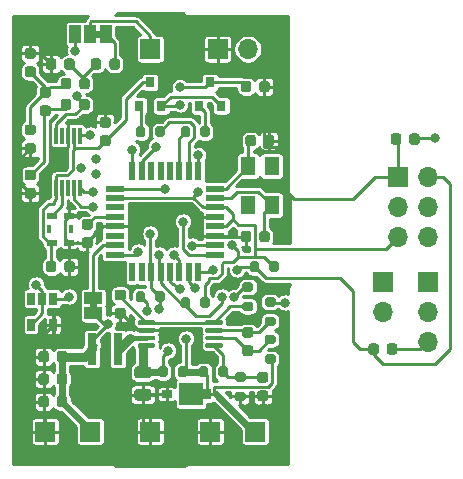
<source format=gbr>
%TF.GenerationSoftware,KiCad,Pcbnew,(5.1.9)-1*%
%TF.CreationDate,2021-06-03T20:59:13+02:00*%
%TF.ProjectId,HABakuk_v1.0,48414261-6b75-46b5-9f76-312e302e6b69,1.0*%
%TF.SameCoordinates,Original*%
%TF.FileFunction,Copper,L1,Top*%
%TF.FilePolarity,Positive*%
%FSLAX46Y46*%
G04 Gerber Fmt 4.6, Leading zero omitted, Abs format (unit mm)*
G04 Created by KiCad (PCBNEW (5.1.9)-1) date 2021-06-03 20:59:13*
%MOMM*%
%LPD*%
G01*
G04 APERTURE LIST*
%TA.AperFunction,EtchedComponent*%
%ADD10C,0.100000*%
%TD*%
%TA.AperFunction,SMDPad,CuDef*%
%ADD11R,1.300000X1.600000*%
%TD*%
%TA.AperFunction,SMDPad,CuDef*%
%ADD12R,2.000000X1.950000*%
%TD*%
%TA.AperFunction,SMDPad,CuDef*%
%ADD13R,0.850000X0.650000*%
%TD*%
%TA.AperFunction,SMDPad,CuDef*%
%ADD14R,0.650000X0.950000*%
%TD*%
%TA.AperFunction,ComponentPad*%
%ADD15R,1.700000X1.700000*%
%TD*%
%TA.AperFunction,ComponentPad*%
%ADD16O,1.700000X1.700000*%
%TD*%
%TA.AperFunction,SMDPad,CuDef*%
%ADD17R,1.500000X1.000000*%
%TD*%
%TA.AperFunction,SMDPad,CuDef*%
%ADD18R,0.650000X1.060000*%
%TD*%
%TA.AperFunction,SMDPad,CuDef*%
%ADD19R,0.825000X0.500000*%
%TD*%
%TA.AperFunction,SMDPad,CuDef*%
%ADD20R,0.430000X0.700000*%
%TD*%
%TA.AperFunction,SMDPad,CuDef*%
%ADD21R,0.300000X1.400000*%
%TD*%
%TA.AperFunction,SMDPad,CuDef*%
%ADD22R,0.550000X1.600000*%
%TD*%
%TA.AperFunction,SMDPad,CuDef*%
%ADD23R,1.600000X0.550000*%
%TD*%
%TA.AperFunction,SMDPad,CuDef*%
%ADD24R,0.800000X0.900000*%
%TD*%
%TA.AperFunction,SMDPad,CuDef*%
%ADD25R,0.800000X2.700000*%
%TD*%
%TA.AperFunction,SMDPad,CuDef*%
%ADD26R,1.000000X1.500000*%
%TD*%
%TA.AperFunction,ViaPad*%
%ADD27C,0.800000*%
%TD*%
%TA.AperFunction,Conductor*%
%ADD28C,0.250000*%
%TD*%
%TA.AperFunction,Conductor*%
%ADD29C,0.800000*%
%TD*%
%TA.AperFunction,Conductor*%
%ADD30C,0.600000*%
%TD*%
%TA.AperFunction,Conductor*%
%ADD31C,0.400000*%
%TD*%
%TA.AperFunction,Conductor*%
%ADD32C,0.100000*%
%TD*%
G04 APERTURE END LIST*
D10*
%TO.C,JP2*%
G36*
X119334000Y-108962000D02*
G01*
X119334000Y-108462000D01*
X119934000Y-108462000D01*
X119934000Y-108962000D01*
X119334000Y-108962000D01*
G37*
%TO.C,JP1*%
G36*
X120280000Y-86025000D02*
G01*
X119780000Y-86025000D01*
X119780000Y-85425000D01*
X120280000Y-85425000D01*
X120280000Y-86025000D01*
G37*
%TD*%
D11*
%TO.P,Y1,4*%
%TO.N,Net-(Y1-Pad4)*%
X132731000Y-100202000D03*
%TO.P,Y1,3*%
%TO.N,Net-(C12-Pad1)*%
X132731000Y-96902000D03*
%TO.P,Y1,2*%
%TO.N,Net-(Y1-Pad2)*%
X134731000Y-96902000D03*
%TO.P,Y1,1*%
%TO.N,Net-(C11-Pad1)*%
X134731000Y-100202000D03*
%TD*%
D12*
%TO.P,D1,1*%
%TO.N,+3V3*%
X127923000Y-116205000D03*
D13*
%TO.P,D1,2*%
%TO.N,GND*%
X125843000Y-116205000D03*
D14*
%TO.P,D1,1*%
%TO.N,+3V3*%
X129248000Y-116205000D03*
%TD*%
D15*
%TO.P,J10,1*%
%TO.N,GND*%
X129540000Y-119380000D03*
%TD*%
%TO.P,J9,1*%
%TO.N,+3V3*%
X133350000Y-119380000D03*
%TD*%
%TO.P,J8,1*%
%TO.N,GND*%
X115570000Y-119380000D03*
%TD*%
%TO.P,J7,1*%
%TO.N,Net-(C1-Pad1)*%
X119380000Y-119380000D03*
%TD*%
%TO.P,J6,1*%
%TO.N,GND*%
X124460000Y-119380000D03*
%TD*%
%TO.P,J5,1*%
%TO.N,Net-(J5-Pad1)*%
X124460000Y-86995000D03*
%TD*%
D16*
%TO.P,J4,2*%
%TO.N,Net-(J4-Pad2)*%
X132715000Y-86995000D03*
D15*
%TO.P,J4,1*%
%TO.N,GND*%
X130175000Y-86995000D03*
%TD*%
D16*
%TO.P,J3,3*%
%TO.N,Net-(C15-Pad2)*%
X147955000Y-111760000D03*
%TO.P,J3,2*%
%TO.N,TXD*%
X147955000Y-109220000D03*
D15*
%TO.P,J3,1*%
%TO.N,RXD*%
X147955000Y-106680000D03*
%TD*%
D16*
%TO.P,J2,2*%
%TO.N,SDA*%
X144145000Y-109220000D03*
D15*
%TO.P,J2,1*%
%TO.N,SCL*%
X144145000Y-106680000D03*
%TD*%
D17*
%TO.P,JP2,2*%
%TO.N,VDD_TST*%
X119634000Y-108062000D03*
%TO.P,JP2,1*%
%TO.N,Net-(C1-Pad1)*%
X119634000Y-109362000D03*
%TD*%
D18*
%TO.P,U6,5*%
%TO.N,GND*%
X116266000Y-110320000D03*
%TO.P,U6,4*%
%TO.N,+3V3*%
X114366000Y-110320000D03*
%TO.P,U6,3*%
%TO.N,N/C*%
X114366000Y-108120000D03*
%TO.P,U6,2*%
%TO.N,+3V3*%
X115316000Y-108120000D03*
%TO.P,U6,1*%
%TO.N,TEMP*%
X116266000Y-108120000D03*
%TD*%
D19*
%TO.P,U5,6*%
%TO.N,Net-(C8-Pad1)*%
X116102500Y-103385000D03*
D20*
%TO.P,U5,5*%
%TO.N,Net-(U5-Pad5)*%
X115905000Y-102235000D03*
D19*
%TO.P,U5,4*%
%TO.N,Net-(U3-Pad2)*%
X116102500Y-101085000D03*
%TO.P,U5,3*%
%TO.N,GND*%
X117577500Y-101085000D03*
D20*
%TO.P,U5,2*%
%TO.N,Net-(U5-Pad2)*%
X117775000Y-102235000D03*
D19*
%TO.P,U5,1*%
%TO.N,GND*%
X117577500Y-103385000D03*
%TD*%
D21*
%TO.P,U3,10*%
%TO.N,CLK0*%
X116475000Y-94320000D03*
%TO.P,U3,9*%
%TO.N,Net-(U3-Pad9)*%
X116975000Y-94320000D03*
%TO.P,U3,8*%
%TO.N,GND*%
X117475000Y-94320000D03*
%TO.P,U3,7*%
%TO.N,Net-(C8-Pad1)*%
X117975000Y-94320000D03*
%TO.P,U3,6*%
%TO.N,CLK2*%
X118475000Y-94320000D03*
%TO.P,U3,5*%
%TO.N,SDA*%
X118475000Y-98720000D03*
%TO.P,U3,4*%
%TO.N,SCL*%
X117975000Y-98720000D03*
%TO.P,U3,3*%
%TO.N,Net-(U3-Pad3)*%
X117475000Y-98720000D03*
%TO.P,U3,2*%
%TO.N,Net-(U3-Pad2)*%
X116975000Y-98720000D03*
%TO.P,U3,1*%
%TO.N,Net-(C8-Pad1)*%
X116475000Y-98720000D03*
%TD*%
D22*
%TO.P,U2,32*%
%TO.N,TIMEP*%
X128530000Y-105850000D03*
%TO.P,U2,31*%
%TO.N,TXD*%
X127730000Y-105850000D03*
%TO.P,U2,30*%
%TO.N,RXD*%
X126930000Y-105850000D03*
%TO.P,U2,29*%
%TO.N,DTR*%
X126130000Y-105850000D03*
%TO.P,U2,28*%
%TO.N,SCL*%
X125330000Y-105850000D03*
%TO.P,U2,27*%
%TO.N,SDA*%
X124530000Y-105850000D03*
%TO.P,U2,26*%
%TO.N,Net-(U2-Pad26)*%
X123730000Y-105850000D03*
%TO.P,U2,25*%
%TO.N,Net-(U2-Pad25)*%
X122930000Y-105850000D03*
D23*
%TO.P,U2,24*%
%TO.N,TEMP*%
X121480000Y-104400000D03*
%TO.P,U2,23*%
%TO.N,VDD_TST*%
X121480000Y-103600000D03*
%TO.P,U2,22*%
%TO.N,Net-(U2-Pad22)*%
X121480000Y-102800000D03*
%TO.P,U2,21*%
%TO.N,GND*%
X121480000Y-102000000D03*
%TO.P,U2,20*%
%TO.N,Net-(C10-Pad1)*%
X121480000Y-101200000D03*
%TO.P,U2,19*%
%TO.N,Net-(U2-Pad19)*%
X121480000Y-100400000D03*
%TO.P,U2,18*%
%TO.N,+3V3*%
X121480000Y-99600000D03*
%TO.P,U2,17*%
%TO.N,SCK*%
X121480000Y-98800000D03*
D22*
%TO.P,U2,16*%
%TO.N,MISO*%
X122930000Y-97350000D03*
%TO.P,U2,15*%
%TO.N,MOSI*%
X123730000Y-97350000D03*
%TO.P,U2,14*%
%TO.N,Net-(U2-Pad14)*%
X124530000Y-97350000D03*
%TO.P,U2,13*%
%TO.N,Net-(U2-Pad13)*%
X125330000Y-97350000D03*
%TO.P,U2,12*%
%TO.N,Net-(U2-Pad12)*%
X126130000Y-97350000D03*
%TO.P,U2,11*%
%TO.N,GPS_E*%
X126930000Y-97350000D03*
%TO.P,U2,10*%
%TO.N,TX_E*%
X127730000Y-97350000D03*
%TO.P,U2,9*%
%TO.N,CLK2*%
X128530000Y-97350000D03*
D23*
%TO.P,U2,8*%
%TO.N,Net-(C12-Pad1)*%
X129980000Y-98800000D03*
%TO.P,U2,7*%
%TO.N,Net-(C11-Pad1)*%
X129980000Y-99600000D03*
%TO.P,U2,6*%
%TO.N,+3V3*%
X129980000Y-100400000D03*
%TO.P,U2,5*%
%TO.N,GND*%
X129980000Y-101200000D03*
%TO.P,U2,4*%
%TO.N,+3V3*%
X129980000Y-102000000D03*
%TO.P,U2,3*%
%TO.N,GND*%
X129980000Y-102800000D03*
%TO.P,U2,2*%
%TO.N,RXI*%
X129980000Y-103600000D03*
%TO.P,U2,1*%
%TO.N,TXO*%
X129980000Y-104400000D03*
%TD*%
%TO.P,U1,8*%
%TO.N,Net-(C4-Pad1)*%
%TA.AperFunction,SMDPad,CuDef*%
G36*
G01*
X129125000Y-110250000D02*
X129125000Y-110050000D01*
G75*
G02*
X129225000Y-109950000I100000J0D01*
G01*
X130500000Y-109950000D01*
G75*
G02*
X130600000Y-110050000I0J-100000D01*
G01*
X130600000Y-110250000D01*
G75*
G02*
X130500000Y-110350000I-100000J0D01*
G01*
X129225000Y-110350000D01*
G75*
G02*
X129125000Y-110250000I0J100000D01*
G01*
G37*
%TD.AperFunction*%
%TO.P,U1,7*%
%TO.N,Net-(C5-Pad1)*%
%TA.AperFunction,SMDPad,CuDef*%
G36*
G01*
X129125000Y-110900000D02*
X129125000Y-110700000D01*
G75*
G02*
X129225000Y-110600000I100000J0D01*
G01*
X130500000Y-110600000D01*
G75*
G02*
X130600000Y-110700000I0J-100000D01*
G01*
X130600000Y-110900000D01*
G75*
G02*
X130500000Y-111000000I-100000J0D01*
G01*
X129225000Y-111000000D01*
G75*
G02*
X129125000Y-110900000I0J100000D01*
G01*
G37*
%TD.AperFunction*%
%TO.P,U1,6*%
%TO.N,Net-(C5-Pad2)*%
%TA.AperFunction,SMDPad,CuDef*%
G36*
G01*
X129125000Y-111550000D02*
X129125000Y-111350000D01*
G75*
G02*
X129225000Y-111250000I100000J0D01*
G01*
X130500000Y-111250000D01*
G75*
G02*
X130600000Y-111350000I0J-100000D01*
G01*
X130600000Y-111550000D01*
G75*
G02*
X130500000Y-111650000I-100000J0D01*
G01*
X129225000Y-111650000D01*
G75*
G02*
X129125000Y-111550000I0J100000D01*
G01*
G37*
%TD.AperFunction*%
%TO.P,U1,5*%
%TO.N,Net-(C6-Pad1)*%
%TA.AperFunction,SMDPad,CuDef*%
G36*
G01*
X129125000Y-112200000D02*
X129125000Y-112000000D01*
G75*
G02*
X129225000Y-111900000I100000J0D01*
G01*
X130500000Y-111900000D01*
G75*
G02*
X130600000Y-112000000I0J-100000D01*
G01*
X130600000Y-112200000D01*
G75*
G02*
X130500000Y-112300000I-100000J0D01*
G01*
X129225000Y-112300000D01*
G75*
G02*
X129125000Y-112200000I0J100000D01*
G01*
G37*
%TD.AperFunction*%
%TO.P,U1,4*%
%TO.N,Net-(C7-Pad1)*%
%TA.AperFunction,SMDPad,CuDef*%
G36*
G01*
X123400000Y-112200000D02*
X123400000Y-112000000D01*
G75*
G02*
X123500000Y-111900000I100000J0D01*
G01*
X124775000Y-111900000D01*
G75*
G02*
X124875000Y-112000000I0J-100000D01*
G01*
X124875000Y-112200000D01*
G75*
G02*
X124775000Y-112300000I-100000J0D01*
G01*
X123500000Y-112300000D01*
G75*
G02*
X123400000Y-112200000I0J100000D01*
G01*
G37*
%TD.AperFunction*%
%TO.P,U1,3*%
%TO.N,Net-(L1-Pad2)*%
%TA.AperFunction,SMDPad,CuDef*%
G36*
G01*
X123400000Y-111550000D02*
X123400000Y-111350000D01*
G75*
G02*
X123500000Y-111250000I100000J0D01*
G01*
X124775000Y-111250000D01*
G75*
G02*
X124875000Y-111350000I0J-100000D01*
G01*
X124875000Y-111550000D01*
G75*
G02*
X124775000Y-111650000I-100000J0D01*
G01*
X123500000Y-111650000D01*
G75*
G02*
X123400000Y-111550000I0J100000D01*
G01*
G37*
%TD.AperFunction*%
%TO.P,U1,2*%
%TO.N,GND*%
%TA.AperFunction,SMDPad,CuDef*%
G36*
G01*
X123400000Y-110900000D02*
X123400000Y-110700000D01*
G75*
G02*
X123500000Y-110600000I100000J0D01*
G01*
X124775000Y-110600000D01*
G75*
G02*
X124875000Y-110700000I0J-100000D01*
G01*
X124875000Y-110900000D01*
G75*
G02*
X124775000Y-111000000I-100000J0D01*
G01*
X123500000Y-111000000D01*
G75*
G02*
X123400000Y-110900000I0J100000D01*
G01*
G37*
%TD.AperFunction*%
%TO.P,U1,1*%
%TO.N,Net-(C4-Pad1)*%
%TA.AperFunction,SMDPad,CuDef*%
G36*
G01*
X123400000Y-110250000D02*
X123400000Y-110050000D01*
G75*
G02*
X123500000Y-109950000I100000J0D01*
G01*
X124775000Y-109950000D01*
G75*
G02*
X124875000Y-110050000I0J-100000D01*
G01*
X124875000Y-110250000D01*
G75*
G02*
X124775000Y-110350000I-100000J0D01*
G01*
X123500000Y-110350000D01*
G75*
G02*
X123400000Y-110250000I0J100000D01*
G01*
G37*
%TD.AperFunction*%
%TD*%
%TO.P,R11,2*%
%TO.N,GPS_E*%
%TA.AperFunction,SMDPad,CuDef*%
G36*
G01*
X127845000Y-93705000D02*
X127845000Y-94255000D01*
G75*
G02*
X127645000Y-94455000I-200000J0D01*
G01*
X127245000Y-94455000D01*
G75*
G02*
X127045000Y-94255000I0J200000D01*
G01*
X127045000Y-93705000D01*
G75*
G02*
X127245000Y-93505000I200000J0D01*
G01*
X127645000Y-93505000D01*
G75*
G02*
X127845000Y-93705000I0J-200000D01*
G01*
G37*
%TD.AperFunction*%
%TO.P,R11,1*%
%TO.N,Net-(Q2-Pad1)*%
%TA.AperFunction,SMDPad,CuDef*%
G36*
G01*
X129495000Y-93705000D02*
X129495000Y-94255000D01*
G75*
G02*
X129295000Y-94455000I-200000J0D01*
G01*
X128895000Y-94455000D01*
G75*
G02*
X128695000Y-94255000I0J200000D01*
G01*
X128695000Y-93705000D01*
G75*
G02*
X128895000Y-93505000I200000J0D01*
G01*
X129295000Y-93505000D01*
G75*
G02*
X129495000Y-93705000I0J-200000D01*
G01*
G37*
%TD.AperFunction*%
%TD*%
%TO.P,R10,2*%
%TO.N,SDA*%
%TA.AperFunction,SMDPad,CuDef*%
G36*
G01*
X124885000Y-108225000D02*
X124885000Y-107675000D01*
G75*
G02*
X125085000Y-107475000I200000J0D01*
G01*
X125485000Y-107475000D01*
G75*
G02*
X125685000Y-107675000I0J-200000D01*
G01*
X125685000Y-108225000D01*
G75*
G02*
X125485000Y-108425000I-200000J0D01*
G01*
X125085000Y-108425000D01*
G75*
G02*
X124885000Y-108225000I0J200000D01*
G01*
G37*
%TD.AperFunction*%
%TO.P,R10,1*%
%TO.N,+3V3*%
%TA.AperFunction,SMDPad,CuDef*%
G36*
G01*
X123235000Y-108225000D02*
X123235000Y-107675000D01*
G75*
G02*
X123435000Y-107475000I200000J0D01*
G01*
X123835000Y-107475000D01*
G75*
G02*
X124035000Y-107675000I0J-200000D01*
G01*
X124035000Y-108225000D01*
G75*
G02*
X123835000Y-108425000I-200000J0D01*
G01*
X123435000Y-108425000D01*
G75*
G02*
X123235000Y-108225000I0J200000D01*
G01*
G37*
%TD.AperFunction*%
%TD*%
%TO.P,R9,2*%
%TO.N,SCL*%
%TA.AperFunction,SMDPad,CuDef*%
G36*
G01*
X127845000Y-108183000D02*
X127845000Y-108733000D01*
G75*
G02*
X127645000Y-108933000I-200000J0D01*
G01*
X127245000Y-108933000D01*
G75*
G02*
X127045000Y-108733000I0J200000D01*
G01*
X127045000Y-108183000D01*
G75*
G02*
X127245000Y-107983000I200000J0D01*
G01*
X127645000Y-107983000D01*
G75*
G02*
X127845000Y-108183000I0J-200000D01*
G01*
G37*
%TD.AperFunction*%
%TO.P,R9,1*%
%TO.N,+3V3*%
%TA.AperFunction,SMDPad,CuDef*%
G36*
G01*
X129495000Y-108183000D02*
X129495000Y-108733000D01*
G75*
G02*
X129295000Y-108933000I-200000J0D01*
G01*
X128895000Y-108933000D01*
G75*
G02*
X128695000Y-108733000I0J200000D01*
G01*
X128695000Y-108183000D01*
G75*
G02*
X128895000Y-107983000I200000J0D01*
G01*
X129295000Y-107983000D01*
G75*
G02*
X129495000Y-108183000I0J-200000D01*
G01*
G37*
%TD.AperFunction*%
%TD*%
%TO.P,R8,2*%
%TO.N,DTR*%
%TA.AperFunction,SMDPad,CuDef*%
G36*
G01*
X133687000Y-105135000D02*
X133687000Y-105685000D01*
G75*
G02*
X133487000Y-105885000I-200000J0D01*
G01*
X133087000Y-105885000D01*
G75*
G02*
X132887000Y-105685000I0J200000D01*
G01*
X132887000Y-105135000D01*
G75*
G02*
X133087000Y-104935000I200000J0D01*
G01*
X133487000Y-104935000D01*
G75*
G02*
X133687000Y-105135000I0J-200000D01*
G01*
G37*
%TD.AperFunction*%
%TO.P,R8,1*%
%TO.N,+3V3*%
%TA.AperFunction,SMDPad,CuDef*%
G36*
G01*
X135337000Y-105135000D02*
X135337000Y-105685000D01*
G75*
G02*
X135137000Y-105885000I-200000J0D01*
G01*
X134737000Y-105885000D01*
G75*
G02*
X134537000Y-105685000I0J200000D01*
G01*
X134537000Y-105135000D01*
G75*
G02*
X134737000Y-104935000I200000J0D01*
G01*
X135137000Y-104935000D01*
G75*
G02*
X135337000Y-105135000I0J-200000D01*
G01*
G37*
%TD.AperFunction*%
%TD*%
%TO.P,R7,2*%
%TO.N,TX_E*%
%TA.AperFunction,SMDPad,CuDef*%
G36*
G01*
X124885000Y-94255000D02*
X124885000Y-93705000D01*
G75*
G02*
X125085000Y-93505000I200000J0D01*
G01*
X125485000Y-93505000D01*
G75*
G02*
X125685000Y-93705000I0J-200000D01*
G01*
X125685000Y-94255000D01*
G75*
G02*
X125485000Y-94455000I-200000J0D01*
G01*
X125085000Y-94455000D01*
G75*
G02*
X124885000Y-94255000I0J200000D01*
G01*
G37*
%TD.AperFunction*%
%TO.P,R7,1*%
%TO.N,Net-(Q1-Pad1)*%
%TA.AperFunction,SMDPad,CuDef*%
G36*
G01*
X123235000Y-94255000D02*
X123235000Y-93705000D01*
G75*
G02*
X123435000Y-93505000I200000J0D01*
G01*
X123835000Y-93505000D01*
G75*
G02*
X124035000Y-93705000I0J-200000D01*
G01*
X124035000Y-94255000D01*
G75*
G02*
X123835000Y-94455000I-200000J0D01*
G01*
X123435000Y-94455000D01*
G75*
G02*
X123235000Y-94255000I0J200000D01*
G01*
G37*
%TD.AperFunction*%
%TD*%
%TO.P,R6,2*%
%TO.N,GND*%
%TA.AperFunction,SMDPad,CuDef*%
G36*
G01*
X131805000Y-115995000D02*
X132355000Y-115995000D01*
G75*
G02*
X132555000Y-116195000I0J-200000D01*
G01*
X132555000Y-116595000D01*
G75*
G02*
X132355000Y-116795000I-200000J0D01*
G01*
X131805000Y-116795000D01*
G75*
G02*
X131605000Y-116595000I0J200000D01*
G01*
X131605000Y-116195000D01*
G75*
G02*
X131805000Y-115995000I200000J0D01*
G01*
G37*
%TD.AperFunction*%
%TO.P,R6,1*%
%TO.N,Net-(C6-Pad1)*%
%TA.AperFunction,SMDPad,CuDef*%
G36*
G01*
X131805000Y-114345000D02*
X132355000Y-114345000D01*
G75*
G02*
X132555000Y-114545000I0J-200000D01*
G01*
X132555000Y-114945000D01*
G75*
G02*
X132355000Y-115145000I-200000J0D01*
G01*
X131805000Y-115145000D01*
G75*
G02*
X131605000Y-114945000I0J200000D01*
G01*
X131605000Y-114545000D01*
G75*
G02*
X131805000Y-114345000I200000J0D01*
G01*
G37*
%TD.AperFunction*%
%TD*%
%TO.P,R5,2*%
%TO.N,Net-(C6-Pad1)*%
%TA.AperFunction,SMDPad,CuDef*%
G36*
G01*
X130219000Y-114575000D02*
X130219000Y-114025000D01*
G75*
G02*
X130419000Y-113825000I200000J0D01*
G01*
X130819000Y-113825000D01*
G75*
G02*
X131019000Y-114025000I0J-200000D01*
G01*
X131019000Y-114575000D01*
G75*
G02*
X130819000Y-114775000I-200000J0D01*
G01*
X130419000Y-114775000D01*
G75*
G02*
X130219000Y-114575000I0J200000D01*
G01*
G37*
%TD.AperFunction*%
%TO.P,R5,1*%
%TO.N,+3V3*%
%TA.AperFunction,SMDPad,CuDef*%
G36*
G01*
X128569000Y-114575000D02*
X128569000Y-114025000D01*
G75*
G02*
X128769000Y-113825000I200000J0D01*
G01*
X129169000Y-113825000D01*
G75*
G02*
X129369000Y-114025000I0J-200000D01*
G01*
X129369000Y-114575000D01*
G75*
G02*
X129169000Y-114775000I-200000J0D01*
G01*
X128769000Y-114775000D01*
G75*
G02*
X128569000Y-114575000I0J200000D01*
G01*
G37*
%TD.AperFunction*%
%TD*%
%TO.P,R4,2*%
%TO.N,Net-(C7-Pad1)*%
%TA.AperFunction,SMDPad,CuDef*%
G36*
G01*
X125940000Y-114025000D02*
X125940000Y-114575000D01*
G75*
G02*
X125740000Y-114775000I-200000J0D01*
G01*
X125340000Y-114775000D01*
G75*
G02*
X125140000Y-114575000I0J200000D01*
G01*
X125140000Y-114025000D01*
G75*
G02*
X125340000Y-113825000I200000J0D01*
G01*
X125740000Y-113825000D01*
G75*
G02*
X125940000Y-114025000I0J-200000D01*
G01*
G37*
%TD.AperFunction*%
%TO.P,R4,1*%
%TO.N,+3V3*%
%TA.AperFunction,SMDPad,CuDef*%
G36*
G01*
X127590000Y-114025000D02*
X127590000Y-114575000D01*
G75*
G02*
X127390000Y-114775000I-200000J0D01*
G01*
X126990000Y-114775000D01*
G75*
G02*
X126790000Y-114575000I0J200000D01*
G01*
X126790000Y-114025000D01*
G75*
G02*
X126990000Y-113825000I200000J0D01*
G01*
X127390000Y-113825000D01*
G75*
G02*
X127590000Y-114025000I0J-200000D01*
G01*
G37*
%TD.AperFunction*%
%TD*%
%TO.P,R3,2*%
%TO.N,+3V3*%
%TA.AperFunction,SMDPad,CuDef*%
G36*
G01*
X134345000Y-112820000D02*
X134895000Y-112820000D01*
G75*
G02*
X135095000Y-113020000I0J-200000D01*
G01*
X135095000Y-113420000D01*
G75*
G02*
X134895000Y-113620000I-200000J0D01*
G01*
X134345000Y-113620000D01*
G75*
G02*
X134145000Y-113420000I0J200000D01*
G01*
X134145000Y-113020000D01*
G75*
G02*
X134345000Y-112820000I200000J0D01*
G01*
G37*
%TD.AperFunction*%
%TO.P,R3,1*%
%TO.N,Net-(C5-Pad2)*%
%TA.AperFunction,SMDPad,CuDef*%
G36*
G01*
X134345000Y-111170000D02*
X134895000Y-111170000D01*
G75*
G02*
X135095000Y-111370000I0J-200000D01*
G01*
X135095000Y-111770000D01*
G75*
G02*
X134895000Y-111970000I-200000J0D01*
G01*
X134345000Y-111970000D01*
G75*
G02*
X134145000Y-111770000I0J200000D01*
G01*
X134145000Y-111370000D01*
G75*
G02*
X134345000Y-111170000I200000J0D01*
G01*
G37*
%TD.AperFunction*%
%TD*%
%TO.P,R2,2*%
%TO.N,Net-(C5-Pad1)*%
%TA.AperFunction,SMDPad,CuDef*%
G36*
G01*
X134345000Y-109645000D02*
X134895000Y-109645000D01*
G75*
G02*
X135095000Y-109845000I0J-200000D01*
G01*
X135095000Y-110245000D01*
G75*
G02*
X134895000Y-110445000I-200000J0D01*
G01*
X134345000Y-110445000D01*
G75*
G02*
X134145000Y-110245000I0J200000D01*
G01*
X134145000Y-109845000D01*
G75*
G02*
X134345000Y-109645000I200000J0D01*
G01*
G37*
%TD.AperFunction*%
%TO.P,R2,1*%
%TO.N,Net-(C7-Pad1)*%
%TA.AperFunction,SMDPad,CuDef*%
G36*
G01*
X134345000Y-107995000D02*
X134895000Y-107995000D01*
G75*
G02*
X135095000Y-108195000I0J-200000D01*
G01*
X135095000Y-108595000D01*
G75*
G02*
X134895000Y-108795000I-200000J0D01*
G01*
X134345000Y-108795000D01*
G75*
G02*
X134145000Y-108595000I0J200000D01*
G01*
X134145000Y-108195000D01*
G75*
G02*
X134345000Y-107995000I200000J0D01*
G01*
G37*
%TD.AperFunction*%
%TD*%
%TO.P,R1,2*%
%TO.N,Net-(C4-Pad1)*%
%TA.AperFunction,SMDPad,CuDef*%
G36*
G01*
X132440000Y-108375000D02*
X132990000Y-108375000D01*
G75*
G02*
X133190000Y-108575000I0J-200000D01*
G01*
X133190000Y-108975000D01*
G75*
G02*
X132990000Y-109175000I-200000J0D01*
G01*
X132440000Y-109175000D01*
G75*
G02*
X132240000Y-108975000I0J200000D01*
G01*
X132240000Y-108575000D01*
G75*
G02*
X132440000Y-108375000I200000J0D01*
G01*
G37*
%TD.AperFunction*%
%TO.P,R1,1*%
%TO.N,Net-(C1-Pad1)*%
%TA.AperFunction,SMDPad,CuDef*%
G36*
G01*
X132440000Y-106725000D02*
X132990000Y-106725000D01*
G75*
G02*
X133190000Y-106925000I0J-200000D01*
G01*
X133190000Y-107325000D01*
G75*
G02*
X132990000Y-107525000I-200000J0D01*
G01*
X132440000Y-107525000D01*
G75*
G02*
X132240000Y-107325000I0J200000D01*
G01*
X132240000Y-106925000D01*
G75*
G02*
X132440000Y-106725000I200000J0D01*
G01*
G37*
%TD.AperFunction*%
%TD*%
D24*
%TO.P,Q2,3*%
%TO.N,Net-(C14-Pad1)*%
X129540000Y-89805000D03*
%TO.P,Q2,2*%
%TO.N,+3V3*%
X130490000Y-91805000D03*
%TO.P,Q2,1*%
%TO.N,Net-(Q2-Pad1)*%
X128590000Y-91805000D03*
%TD*%
%TO.P,Q1,3*%
%TO.N,Net-(C8-Pad1)*%
X124460000Y-89805000D03*
%TO.P,Q1,2*%
%TO.N,+3V3*%
X125410000Y-91805000D03*
%TO.P,Q1,1*%
%TO.N,Net-(Q1-Pad1)*%
X123510000Y-91805000D03*
%TD*%
%TO.P,L4,2*%
%TO.N,Net-(JP1-Pad1)*%
%TA.AperFunction,SMDPad,CuDef*%
G36*
G01*
X121000000Y-88521250D02*
X121000000Y-88008750D01*
G75*
G02*
X121218750Y-87790000I218750J0D01*
G01*
X121656250Y-87790000D01*
G75*
G02*
X121875000Y-88008750I0J-218750D01*
G01*
X121875000Y-88521250D01*
G75*
G02*
X121656250Y-88740000I-218750J0D01*
G01*
X121218750Y-88740000D01*
G75*
G02*
X121000000Y-88521250I0J218750D01*
G01*
G37*
%TD.AperFunction*%
%TO.P,L4,1*%
%TO.N,Net-(C19-Pad1)*%
%TA.AperFunction,SMDPad,CuDef*%
G36*
G01*
X119425000Y-88521250D02*
X119425000Y-88008750D01*
G75*
G02*
X119643750Y-87790000I218750J0D01*
G01*
X120081250Y-87790000D01*
G75*
G02*
X120300000Y-88008750I0J-218750D01*
G01*
X120300000Y-88521250D01*
G75*
G02*
X120081250Y-88740000I-218750J0D01*
G01*
X119643750Y-88740000D01*
G75*
G02*
X119425000Y-88521250I0J218750D01*
G01*
G37*
%TD.AperFunction*%
%TD*%
%TO.P,L3,2*%
%TO.N,GND*%
%TA.AperFunction,SMDPad,CuDef*%
G36*
G01*
X114043750Y-94965000D02*
X114556250Y-94965000D01*
G75*
G02*
X114775000Y-95183750I0J-218750D01*
G01*
X114775000Y-95621250D01*
G75*
G02*
X114556250Y-95840000I-218750J0D01*
G01*
X114043750Y-95840000D01*
G75*
G02*
X113825000Y-95621250I0J218750D01*
G01*
X113825000Y-95183750D01*
G75*
G02*
X114043750Y-94965000I218750J0D01*
G01*
G37*
%TD.AperFunction*%
%TO.P,L3,1*%
%TO.N,Net-(C17-Pad1)*%
%TA.AperFunction,SMDPad,CuDef*%
G36*
G01*
X114043750Y-93390000D02*
X114556250Y-93390000D01*
G75*
G02*
X114775000Y-93608750I0J-218750D01*
G01*
X114775000Y-94046250D01*
G75*
G02*
X114556250Y-94265000I-218750J0D01*
G01*
X114043750Y-94265000D01*
G75*
G02*
X113825000Y-94046250I0J218750D01*
G01*
X113825000Y-93608750D01*
G75*
G02*
X114043750Y-93390000I218750J0D01*
G01*
G37*
%TD.AperFunction*%
%TD*%
%TO.P,L2,2*%
%TO.N,Net-(C16-Pad1)*%
%TA.AperFunction,SMDPad,CuDef*%
G36*
G01*
X117760000Y-91437750D02*
X117760000Y-91950250D01*
G75*
G02*
X117541250Y-92169000I-218750J0D01*
G01*
X117103750Y-92169000D01*
G75*
G02*
X116885000Y-91950250I0J218750D01*
G01*
X116885000Y-91437750D01*
G75*
G02*
X117103750Y-91219000I218750J0D01*
G01*
X117541250Y-91219000D01*
G75*
G02*
X117760000Y-91437750I0J-218750D01*
G01*
G37*
%TD.AperFunction*%
%TO.P,L2,1*%
%TO.N,CLK0*%
%TA.AperFunction,SMDPad,CuDef*%
G36*
G01*
X119335000Y-91437750D02*
X119335000Y-91950250D01*
G75*
G02*
X119116250Y-92169000I-218750J0D01*
G01*
X118678750Y-92169000D01*
G75*
G02*
X118460000Y-91950250I0J218750D01*
G01*
X118460000Y-91437750D01*
G75*
G02*
X118678750Y-91219000I218750J0D01*
G01*
X119116250Y-91219000D01*
G75*
G02*
X119335000Y-91437750I0J-218750D01*
G01*
G37*
%TD.AperFunction*%
%TD*%
D25*
%TO.P,L1,2*%
%TO.N,Net-(L1-Pad2)*%
X121750000Y-112395000D03*
%TO.P,L1,1*%
%TO.N,Net-(C1-Pad1)*%
X119550000Y-112395000D03*
%TD*%
D26*
%TO.P,JP1,2*%
%TO.N,Net-(J5-Pad1)*%
X119380000Y-85725000D03*
%TO.P,JP1,3*%
%TO.N,CLK0*%
X118080000Y-85725000D03*
%TO.P,JP1,1*%
%TO.N,Net-(JP1-Pad1)*%
X120680000Y-85725000D03*
%TD*%
D16*
%TO.P,J1,6*%
%TO.N,MISO*%
X147955000Y-102870000D03*
%TO.P,J1,5*%
%TO.N,+3V3*%
X145415000Y-102870000D03*
%TO.P,J1,4*%
%TO.N,SCK*%
X147955000Y-100330000D03*
%TO.P,J1,3*%
%TO.N,MOSI*%
X145415000Y-100330000D03*
%TO.P,J1,2*%
%TO.N,DTR*%
X147955000Y-97790000D03*
D15*
%TO.P,J1,1*%
%TO.N,GND*%
X145415000Y-97790000D03*
%TD*%
%TO.P,C21,2*%
%TO.N,+3V3*%
%TA.AperFunction,SMDPad,CuDef*%
G36*
G01*
X146375000Y-94865000D02*
X146375000Y-94365000D01*
G75*
G02*
X146600000Y-94140000I225000J0D01*
G01*
X147050000Y-94140000D01*
G75*
G02*
X147275000Y-94365000I0J-225000D01*
G01*
X147275000Y-94865000D01*
G75*
G02*
X147050000Y-95090000I-225000J0D01*
G01*
X146600000Y-95090000D01*
G75*
G02*
X146375000Y-94865000I0J225000D01*
G01*
G37*
%TD.AperFunction*%
%TO.P,C21,1*%
%TO.N,GND*%
%TA.AperFunction,SMDPad,CuDef*%
G36*
G01*
X144825000Y-94865000D02*
X144825000Y-94365000D01*
G75*
G02*
X145050000Y-94140000I225000J0D01*
G01*
X145500000Y-94140000D01*
G75*
G02*
X145725000Y-94365000I0J-225000D01*
G01*
X145725000Y-94865000D01*
G75*
G02*
X145500000Y-95090000I-225000J0D01*
G01*
X145050000Y-95090000D01*
G75*
G02*
X144825000Y-94865000I0J225000D01*
G01*
G37*
%TD.AperFunction*%
%TD*%
%TO.P,C20,2*%
%TO.N,GND*%
%TA.AperFunction,SMDPad,CuDef*%
G36*
G01*
X116515000Y-88015000D02*
X116515000Y-88515000D01*
G75*
G02*
X116290000Y-88740000I-225000J0D01*
G01*
X115840000Y-88740000D01*
G75*
G02*
X115615000Y-88515000I0J225000D01*
G01*
X115615000Y-88015000D01*
G75*
G02*
X115840000Y-87790000I225000J0D01*
G01*
X116290000Y-87790000D01*
G75*
G02*
X116515000Y-88015000I0J-225000D01*
G01*
G37*
%TD.AperFunction*%
%TO.P,C20,1*%
%TO.N,Net-(C19-Pad1)*%
%TA.AperFunction,SMDPad,CuDef*%
G36*
G01*
X118065000Y-88015000D02*
X118065000Y-88515000D01*
G75*
G02*
X117840000Y-88740000I-225000J0D01*
G01*
X117390000Y-88740000D01*
G75*
G02*
X117165000Y-88515000I0J225000D01*
G01*
X117165000Y-88015000D01*
G75*
G02*
X117390000Y-87790000I225000J0D01*
G01*
X117840000Y-87790000D01*
G75*
G02*
X118065000Y-88015000I0J-225000D01*
G01*
G37*
%TD.AperFunction*%
%TD*%
%TO.P,C19,2*%
%TO.N,Net-(C17-Pad1)*%
%TA.AperFunction,SMDPad,CuDef*%
G36*
G01*
X117785000Y-89666000D02*
X117785000Y-90166000D01*
G75*
G02*
X117560000Y-90391000I-225000J0D01*
G01*
X117110000Y-90391000D01*
G75*
G02*
X116885000Y-90166000I0J225000D01*
G01*
X116885000Y-89666000D01*
G75*
G02*
X117110000Y-89441000I225000J0D01*
G01*
X117560000Y-89441000D01*
G75*
G02*
X117785000Y-89666000I0J-225000D01*
G01*
G37*
%TD.AperFunction*%
%TO.P,C19,1*%
%TO.N,Net-(C19-Pad1)*%
%TA.AperFunction,SMDPad,CuDef*%
G36*
G01*
X119335000Y-89666000D02*
X119335000Y-90166000D01*
G75*
G02*
X119110000Y-90391000I-225000J0D01*
G01*
X118660000Y-90391000D01*
G75*
G02*
X118435000Y-90166000I0J225000D01*
G01*
X118435000Y-89666000D01*
G75*
G02*
X118660000Y-89441000I225000J0D01*
G01*
X119110000Y-89441000D01*
G75*
G02*
X119335000Y-89666000I0J-225000D01*
G01*
G37*
%TD.AperFunction*%
%TD*%
%TO.P,C18,2*%
%TO.N,GND*%
%TA.AperFunction,SMDPad,CuDef*%
G36*
G01*
X114550000Y-87813000D02*
X114050000Y-87813000D01*
G75*
G02*
X113825000Y-87588000I0J225000D01*
G01*
X113825000Y-87138000D01*
G75*
G02*
X114050000Y-86913000I225000J0D01*
G01*
X114550000Y-86913000D01*
G75*
G02*
X114775000Y-87138000I0J-225000D01*
G01*
X114775000Y-87588000D01*
G75*
G02*
X114550000Y-87813000I-225000J0D01*
G01*
G37*
%TD.AperFunction*%
%TO.P,C18,1*%
%TO.N,Net-(C17-Pad1)*%
%TA.AperFunction,SMDPad,CuDef*%
G36*
G01*
X114550000Y-89363000D02*
X114050000Y-89363000D01*
G75*
G02*
X113825000Y-89138000I0J225000D01*
G01*
X113825000Y-88688000D01*
G75*
G02*
X114050000Y-88463000I225000J0D01*
G01*
X114550000Y-88463000D01*
G75*
G02*
X114775000Y-88688000I0J-225000D01*
G01*
X114775000Y-89138000D01*
G75*
G02*
X114550000Y-89363000I-225000J0D01*
G01*
G37*
%TD.AperFunction*%
%TD*%
%TO.P,C17,2*%
%TO.N,Net-(C16-Pad1)*%
%TA.AperFunction,SMDPad,CuDef*%
G36*
G01*
X115320000Y-91765000D02*
X115820000Y-91765000D01*
G75*
G02*
X116045000Y-91990000I0J-225000D01*
G01*
X116045000Y-92440000D01*
G75*
G02*
X115820000Y-92665000I-225000J0D01*
G01*
X115320000Y-92665000D01*
G75*
G02*
X115095000Y-92440000I0J225000D01*
G01*
X115095000Y-91990000D01*
G75*
G02*
X115320000Y-91765000I225000J0D01*
G01*
G37*
%TD.AperFunction*%
%TO.P,C17,1*%
%TO.N,Net-(C17-Pad1)*%
%TA.AperFunction,SMDPad,CuDef*%
G36*
G01*
X115320000Y-90215000D02*
X115820000Y-90215000D01*
G75*
G02*
X116045000Y-90440000I0J-225000D01*
G01*
X116045000Y-90890000D01*
G75*
G02*
X115820000Y-91115000I-225000J0D01*
G01*
X115320000Y-91115000D01*
G75*
G02*
X115095000Y-90890000I0J225000D01*
G01*
X115095000Y-90440000D01*
G75*
G02*
X115320000Y-90215000I225000J0D01*
G01*
G37*
%TD.AperFunction*%
%TD*%
%TO.P,C16,2*%
%TO.N,GND*%
%TA.AperFunction,SMDPad,CuDef*%
G36*
G01*
X114050000Y-98750000D02*
X114550000Y-98750000D01*
G75*
G02*
X114775000Y-98975000I0J-225000D01*
G01*
X114775000Y-99425000D01*
G75*
G02*
X114550000Y-99650000I-225000J0D01*
G01*
X114050000Y-99650000D01*
G75*
G02*
X113825000Y-99425000I0J225000D01*
G01*
X113825000Y-98975000D01*
G75*
G02*
X114050000Y-98750000I225000J0D01*
G01*
G37*
%TD.AperFunction*%
%TO.P,C16,1*%
%TO.N,Net-(C16-Pad1)*%
%TA.AperFunction,SMDPad,CuDef*%
G36*
G01*
X114050000Y-97200000D02*
X114550000Y-97200000D01*
G75*
G02*
X114775000Y-97425000I0J-225000D01*
G01*
X114775000Y-97875000D01*
G75*
G02*
X114550000Y-98100000I-225000J0D01*
G01*
X114050000Y-98100000D01*
G75*
G02*
X113825000Y-97875000I0J225000D01*
G01*
X113825000Y-97425000D01*
G75*
G02*
X114050000Y-97200000I225000J0D01*
G01*
G37*
%TD.AperFunction*%
%TD*%
%TO.P,C15,2*%
%TO.N,Net-(C15-Pad2)*%
%TA.AperFunction,SMDPad,CuDef*%
G36*
G01*
X144470000Y-112645000D02*
X144470000Y-112145000D01*
G75*
G02*
X144695000Y-111920000I225000J0D01*
G01*
X145145000Y-111920000D01*
G75*
G02*
X145370000Y-112145000I0J-225000D01*
G01*
X145370000Y-112645000D01*
G75*
G02*
X145145000Y-112870000I-225000J0D01*
G01*
X144695000Y-112870000D01*
G75*
G02*
X144470000Y-112645000I0J225000D01*
G01*
G37*
%TD.AperFunction*%
%TO.P,C15,1*%
%TO.N,DTR*%
%TA.AperFunction,SMDPad,CuDef*%
G36*
G01*
X142920000Y-112645000D02*
X142920000Y-112145000D01*
G75*
G02*
X143145000Y-111920000I225000J0D01*
G01*
X143595000Y-111920000D01*
G75*
G02*
X143820000Y-112145000I0J-225000D01*
G01*
X143820000Y-112645000D01*
G75*
G02*
X143595000Y-112870000I-225000J0D01*
G01*
X143145000Y-112870000D01*
G75*
G02*
X142920000Y-112645000I0J225000D01*
G01*
G37*
%TD.AperFunction*%
%TD*%
%TO.P,C14,2*%
%TO.N,GND*%
%TA.AperFunction,SMDPad,CuDef*%
G36*
G01*
X133675000Y-90420000D02*
X133675000Y-89920000D01*
G75*
G02*
X133900000Y-89695000I225000J0D01*
G01*
X134350000Y-89695000D01*
G75*
G02*
X134575000Y-89920000I0J-225000D01*
G01*
X134575000Y-90420000D01*
G75*
G02*
X134350000Y-90645000I-225000J0D01*
G01*
X133900000Y-90645000D01*
G75*
G02*
X133675000Y-90420000I0J225000D01*
G01*
G37*
%TD.AperFunction*%
%TO.P,C14,1*%
%TO.N,Net-(C14-Pad1)*%
%TA.AperFunction,SMDPad,CuDef*%
G36*
G01*
X132125000Y-90420000D02*
X132125000Y-89920000D01*
G75*
G02*
X132350000Y-89695000I225000J0D01*
G01*
X132800000Y-89695000D01*
G75*
G02*
X133025000Y-89920000I0J-225000D01*
G01*
X133025000Y-90420000D01*
G75*
G02*
X132800000Y-90645000I-225000J0D01*
G01*
X132350000Y-90645000D01*
G75*
G02*
X132125000Y-90420000I0J225000D01*
G01*
G37*
%TD.AperFunction*%
%TD*%
%TO.P,C12,2*%
%TO.N,GND*%
%TA.AperFunction,SMDPad,CuDef*%
G36*
G01*
X134056000Y-94992000D02*
X134056000Y-94492000D01*
G75*
G02*
X134281000Y-94267000I225000J0D01*
G01*
X134731000Y-94267000D01*
G75*
G02*
X134956000Y-94492000I0J-225000D01*
G01*
X134956000Y-94992000D01*
G75*
G02*
X134731000Y-95217000I-225000J0D01*
G01*
X134281000Y-95217000D01*
G75*
G02*
X134056000Y-94992000I0J225000D01*
G01*
G37*
%TD.AperFunction*%
%TO.P,C12,1*%
%TO.N,Net-(C12-Pad1)*%
%TA.AperFunction,SMDPad,CuDef*%
G36*
G01*
X132506000Y-94992000D02*
X132506000Y-94492000D01*
G75*
G02*
X132731000Y-94267000I225000J0D01*
G01*
X133181000Y-94267000D01*
G75*
G02*
X133406000Y-94492000I0J-225000D01*
G01*
X133406000Y-94992000D01*
G75*
G02*
X133181000Y-95217000I-225000J0D01*
G01*
X132731000Y-95217000D01*
G75*
G02*
X132506000Y-94992000I0J225000D01*
G01*
G37*
%TD.AperFunction*%
%TD*%
%TO.P,C11,2*%
%TO.N,GND*%
%TA.AperFunction,SMDPad,CuDef*%
G36*
G01*
X133025000Y-102620000D02*
X133025000Y-103120000D01*
G75*
G02*
X132800000Y-103345000I-225000J0D01*
G01*
X132350000Y-103345000D01*
G75*
G02*
X132125000Y-103120000I0J225000D01*
G01*
X132125000Y-102620000D01*
G75*
G02*
X132350000Y-102395000I225000J0D01*
G01*
X132800000Y-102395000D01*
G75*
G02*
X133025000Y-102620000I0J-225000D01*
G01*
G37*
%TD.AperFunction*%
%TO.P,C11,1*%
%TO.N,Net-(C11-Pad1)*%
%TA.AperFunction,SMDPad,CuDef*%
G36*
G01*
X134575000Y-102620000D02*
X134575000Y-103120000D01*
G75*
G02*
X134350000Y-103345000I-225000J0D01*
G01*
X133900000Y-103345000D01*
G75*
G02*
X133675000Y-103120000I0J225000D01*
G01*
X133675000Y-102620000D01*
G75*
G02*
X133900000Y-102395000I225000J0D01*
G01*
X134350000Y-102395000D01*
G75*
G02*
X134575000Y-102620000I0J-225000D01*
G01*
G37*
%TD.AperFunction*%
%TD*%
%TO.P,C10,2*%
%TO.N,GND*%
%TA.AperFunction,SMDPad,CuDef*%
G36*
G01*
X118876000Y-102941000D02*
X119376000Y-102941000D01*
G75*
G02*
X119601000Y-103166000I0J-225000D01*
G01*
X119601000Y-103616000D01*
G75*
G02*
X119376000Y-103841000I-225000J0D01*
G01*
X118876000Y-103841000D01*
G75*
G02*
X118651000Y-103616000I0J225000D01*
G01*
X118651000Y-103166000D01*
G75*
G02*
X118876000Y-102941000I225000J0D01*
G01*
G37*
%TD.AperFunction*%
%TO.P,C10,1*%
%TO.N,Net-(C10-Pad1)*%
%TA.AperFunction,SMDPad,CuDef*%
G36*
G01*
X118876000Y-101391000D02*
X119376000Y-101391000D01*
G75*
G02*
X119601000Y-101616000I0J-225000D01*
G01*
X119601000Y-102066000D01*
G75*
G02*
X119376000Y-102291000I-225000J0D01*
G01*
X118876000Y-102291000D01*
G75*
G02*
X118651000Y-102066000I0J225000D01*
G01*
X118651000Y-101616000D01*
G75*
G02*
X118876000Y-101391000I225000J0D01*
G01*
G37*
%TD.AperFunction*%
%TD*%
%TO.P,C9,2*%
%TO.N,Net-(C8-Pad1)*%
%TA.AperFunction,SMDPad,CuDef*%
G36*
G01*
X120400000Y-94305000D02*
X120900000Y-94305000D01*
G75*
G02*
X121125000Y-94530000I0J-225000D01*
G01*
X121125000Y-94980000D01*
G75*
G02*
X120900000Y-95205000I-225000J0D01*
G01*
X120400000Y-95205000D01*
G75*
G02*
X120175000Y-94980000I0J225000D01*
G01*
X120175000Y-94530000D01*
G75*
G02*
X120400000Y-94305000I225000J0D01*
G01*
G37*
%TD.AperFunction*%
%TO.P,C9,1*%
%TO.N,GND*%
%TA.AperFunction,SMDPad,CuDef*%
G36*
G01*
X120400000Y-92755000D02*
X120900000Y-92755000D01*
G75*
G02*
X121125000Y-92980000I0J-225000D01*
G01*
X121125000Y-93430000D01*
G75*
G02*
X120900000Y-93655000I-225000J0D01*
G01*
X120400000Y-93655000D01*
G75*
G02*
X120175000Y-93430000I0J225000D01*
G01*
X120175000Y-92980000D01*
G75*
G02*
X120400000Y-92755000I225000J0D01*
G01*
G37*
%TD.AperFunction*%
%TD*%
%TO.P,C8,2*%
%TO.N,GND*%
%TA.AperFunction,SMDPad,CuDef*%
G36*
G01*
X117165000Y-105660000D02*
X117165000Y-105160000D01*
G75*
G02*
X117390000Y-104935000I225000J0D01*
G01*
X117840000Y-104935000D01*
G75*
G02*
X118065000Y-105160000I0J-225000D01*
G01*
X118065000Y-105660000D01*
G75*
G02*
X117840000Y-105885000I-225000J0D01*
G01*
X117390000Y-105885000D01*
G75*
G02*
X117165000Y-105660000I0J225000D01*
G01*
G37*
%TD.AperFunction*%
%TO.P,C8,1*%
%TO.N,Net-(C8-Pad1)*%
%TA.AperFunction,SMDPad,CuDef*%
G36*
G01*
X115615000Y-105660000D02*
X115615000Y-105160000D01*
G75*
G02*
X115840000Y-104935000I225000J0D01*
G01*
X116290000Y-104935000D01*
G75*
G02*
X116515000Y-105160000I0J-225000D01*
G01*
X116515000Y-105660000D01*
G75*
G02*
X116290000Y-105885000I-225000J0D01*
G01*
X115840000Y-105885000D01*
G75*
G02*
X115615000Y-105660000I0J225000D01*
G01*
G37*
%TD.AperFunction*%
%TD*%
%TO.P,C7,2*%
%TO.N,GND*%
%TA.AperFunction,SMDPad,CuDef*%
G36*
G01*
X123350000Y-115766000D02*
X124300000Y-115766000D01*
G75*
G02*
X124550000Y-116016000I0J-250000D01*
G01*
X124550000Y-116516000D01*
G75*
G02*
X124300000Y-116766000I-250000J0D01*
G01*
X123350000Y-116766000D01*
G75*
G02*
X123100000Y-116516000I0J250000D01*
G01*
X123100000Y-116016000D01*
G75*
G02*
X123350000Y-115766000I250000J0D01*
G01*
G37*
%TD.AperFunction*%
%TO.P,C7,1*%
%TO.N,Net-(C7-Pad1)*%
%TA.AperFunction,SMDPad,CuDef*%
G36*
G01*
X123350000Y-113866000D02*
X124300000Y-113866000D01*
G75*
G02*
X124550000Y-114116000I0J-250000D01*
G01*
X124550000Y-114616000D01*
G75*
G02*
X124300000Y-114866000I-250000J0D01*
G01*
X123350000Y-114866000D01*
G75*
G02*
X123100000Y-114616000I0J250000D01*
G01*
X123100000Y-114116000D01*
G75*
G02*
X123350000Y-113866000I250000J0D01*
G01*
G37*
%TD.AperFunction*%
%TD*%
%TO.P,C6,2*%
%TO.N,GND*%
%TA.AperFunction,SMDPad,CuDef*%
G36*
G01*
X133735000Y-115895000D02*
X134235000Y-115895000D01*
G75*
G02*
X134460000Y-116120000I0J-225000D01*
G01*
X134460000Y-116570000D01*
G75*
G02*
X134235000Y-116795000I-225000J0D01*
G01*
X133735000Y-116795000D01*
G75*
G02*
X133510000Y-116570000I0J225000D01*
G01*
X133510000Y-116120000D01*
G75*
G02*
X133735000Y-115895000I225000J0D01*
G01*
G37*
%TD.AperFunction*%
%TO.P,C6,1*%
%TO.N,Net-(C6-Pad1)*%
%TA.AperFunction,SMDPad,CuDef*%
G36*
G01*
X133735000Y-114345000D02*
X134235000Y-114345000D01*
G75*
G02*
X134460000Y-114570000I0J-225000D01*
G01*
X134460000Y-115020000D01*
G75*
G02*
X134235000Y-115245000I-225000J0D01*
G01*
X133735000Y-115245000D01*
G75*
G02*
X133510000Y-115020000I0J225000D01*
G01*
X133510000Y-114570000D01*
G75*
G02*
X133735000Y-114345000I225000J0D01*
G01*
G37*
%TD.AperFunction*%
%TD*%
%TO.P,C5,2*%
%TO.N,Net-(C5-Pad2)*%
%TA.AperFunction,SMDPad,CuDef*%
G36*
G01*
X132465000Y-112085000D02*
X132965000Y-112085000D01*
G75*
G02*
X133190000Y-112310000I0J-225000D01*
G01*
X133190000Y-112760000D01*
G75*
G02*
X132965000Y-112985000I-225000J0D01*
G01*
X132465000Y-112985000D01*
G75*
G02*
X132240000Y-112760000I0J225000D01*
G01*
X132240000Y-112310000D01*
G75*
G02*
X132465000Y-112085000I225000J0D01*
G01*
G37*
%TD.AperFunction*%
%TO.P,C5,1*%
%TO.N,Net-(C5-Pad1)*%
%TA.AperFunction,SMDPad,CuDef*%
G36*
G01*
X132465000Y-110535000D02*
X132965000Y-110535000D01*
G75*
G02*
X133190000Y-110760000I0J-225000D01*
G01*
X133190000Y-111210000D01*
G75*
G02*
X132965000Y-111435000I-225000J0D01*
G01*
X132465000Y-111435000D01*
G75*
G02*
X132240000Y-111210000I0J225000D01*
G01*
X132240000Y-110760000D01*
G75*
G02*
X132465000Y-110535000I225000J0D01*
G01*
G37*
%TD.AperFunction*%
%TD*%
%TO.P,C4,2*%
%TO.N,GND*%
%TA.AperFunction,SMDPad,CuDef*%
G36*
G01*
X121670000Y-108910000D02*
X122170000Y-108910000D01*
G75*
G02*
X122395000Y-109135000I0J-225000D01*
G01*
X122395000Y-109585000D01*
G75*
G02*
X122170000Y-109810000I-225000J0D01*
G01*
X121670000Y-109810000D01*
G75*
G02*
X121445000Y-109585000I0J225000D01*
G01*
X121445000Y-109135000D01*
G75*
G02*
X121670000Y-108910000I225000J0D01*
G01*
G37*
%TD.AperFunction*%
%TO.P,C4,1*%
%TO.N,Net-(C4-Pad1)*%
%TA.AperFunction,SMDPad,CuDef*%
G36*
G01*
X121670000Y-107360000D02*
X122170000Y-107360000D01*
G75*
G02*
X122395000Y-107585000I0J-225000D01*
G01*
X122395000Y-108035000D01*
G75*
G02*
X122170000Y-108260000I-225000J0D01*
G01*
X121670000Y-108260000D01*
G75*
G02*
X121445000Y-108035000I0J225000D01*
G01*
X121445000Y-107585000D01*
G75*
G02*
X121670000Y-107360000I225000J0D01*
G01*
G37*
%TD.AperFunction*%
%TD*%
%TO.P,C3,2*%
%TO.N,GND*%
%TA.AperFunction,SMDPad,CuDef*%
G36*
G01*
X115880000Y-116590000D02*
X115880000Y-117090000D01*
G75*
G02*
X115655000Y-117315000I-225000J0D01*
G01*
X115205000Y-117315000D01*
G75*
G02*
X114980000Y-117090000I0J225000D01*
G01*
X114980000Y-116590000D01*
G75*
G02*
X115205000Y-116365000I225000J0D01*
G01*
X115655000Y-116365000D01*
G75*
G02*
X115880000Y-116590000I0J-225000D01*
G01*
G37*
%TD.AperFunction*%
%TO.P,C3,1*%
%TO.N,Net-(C1-Pad1)*%
%TA.AperFunction,SMDPad,CuDef*%
G36*
G01*
X117430000Y-116590000D02*
X117430000Y-117090000D01*
G75*
G02*
X117205000Y-117315000I-225000J0D01*
G01*
X116755000Y-117315000D01*
G75*
G02*
X116530000Y-117090000I0J225000D01*
G01*
X116530000Y-116590000D01*
G75*
G02*
X116755000Y-116365000I225000J0D01*
G01*
X117205000Y-116365000D01*
G75*
G02*
X117430000Y-116590000I0J-225000D01*
G01*
G37*
%TD.AperFunction*%
%TD*%
%TO.P,C2,2*%
%TO.N,GND*%
%TA.AperFunction,SMDPad,CuDef*%
G36*
G01*
X115880000Y-112780000D02*
X115880000Y-113280000D01*
G75*
G02*
X115655000Y-113505000I-225000J0D01*
G01*
X115205000Y-113505000D01*
G75*
G02*
X114980000Y-113280000I0J225000D01*
G01*
X114980000Y-112780000D01*
G75*
G02*
X115205000Y-112555000I225000J0D01*
G01*
X115655000Y-112555000D01*
G75*
G02*
X115880000Y-112780000I0J-225000D01*
G01*
G37*
%TD.AperFunction*%
%TO.P,C2,1*%
%TO.N,Net-(C1-Pad1)*%
%TA.AperFunction,SMDPad,CuDef*%
G36*
G01*
X117430000Y-112780000D02*
X117430000Y-113280000D01*
G75*
G02*
X117205000Y-113505000I-225000J0D01*
G01*
X116755000Y-113505000D01*
G75*
G02*
X116530000Y-113280000I0J225000D01*
G01*
X116530000Y-112780000D01*
G75*
G02*
X116755000Y-112555000I225000J0D01*
G01*
X117205000Y-112555000D01*
G75*
G02*
X117430000Y-112780000I0J-225000D01*
G01*
G37*
%TD.AperFunction*%
%TD*%
%TO.P,C1,2*%
%TO.N,GND*%
%TA.AperFunction,SMDPad,CuDef*%
G36*
G01*
X115880000Y-114685000D02*
X115880000Y-115185000D01*
G75*
G02*
X115655000Y-115410000I-225000J0D01*
G01*
X115205000Y-115410000D01*
G75*
G02*
X114980000Y-115185000I0J225000D01*
G01*
X114980000Y-114685000D01*
G75*
G02*
X115205000Y-114460000I225000J0D01*
G01*
X115655000Y-114460000D01*
G75*
G02*
X115880000Y-114685000I0J-225000D01*
G01*
G37*
%TD.AperFunction*%
%TO.P,C1,1*%
%TO.N,Net-(C1-Pad1)*%
%TA.AperFunction,SMDPad,CuDef*%
G36*
G01*
X117430000Y-114685000D02*
X117430000Y-115185000D01*
G75*
G02*
X117205000Y-115410000I-225000J0D01*
G01*
X116755000Y-115410000D01*
G75*
G02*
X116530000Y-115185000I0J225000D01*
G01*
X116530000Y-114685000D01*
G75*
G02*
X116755000Y-114460000I225000J0D01*
G01*
X117205000Y-114460000D01*
G75*
G02*
X117430000Y-114685000I0J-225000D01*
G01*
G37*
%TD.AperFunction*%
%TD*%
D27*
%TO.N,GND*%
X134112000Y-92456000D03*
%TO.N,Net-(C7-Pad1)*%
X125984000Y-112522000D03*
X135890000Y-108458000D03*
%TO.N,Net-(C14-Pad1)*%
X126955000Y-90215000D03*
%TO.N,DTR*%
X131821347Y-105659347D03*
X127000000Y-107315000D03*
%TO.N,+3V3*%
X127000000Y-91694000D03*
X148590000Y-94488000D03*
X114808000Y-106934000D03*
X124219403Y-109206597D03*
X131380002Y-103595000D03*
X127508000Y-111506000D03*
X128524000Y-99060000D03*
%TO.N,MISO*%
X122936000Y-95504000D03*
%TO.N,SCK*%
X125730000Y-98806000D03*
%TO.N,MOSI*%
X124968000Y-95250000D03*
%TO.N,SDA*%
X125222000Y-108966000D03*
X124464653Y-102611347D03*
X119634000Y-99060000D03*
%TO.N,SCL*%
X130556000Y-107950000D03*
X119634000Y-100330000D03*
X125222000Y-104394000D03*
%TO.N,TXD*%
X128270000Y-107250002D03*
%TO.N,RXD*%
X126492000Y-104394000D03*
%TO.N,CLK0*%
X118110000Y-87122000D03*
X118296656Y-90953712D03*
%TO.N,TIMEP*%
X129789347Y-105659347D03*
X118618000Y-97028000D03*
%TO.N,TEMP*%
X117602000Y-107950000D03*
X123444000Y-104140000D03*
%TO.N,CLK2*%
X128524000Y-95975000D03*
X119380000Y-94234000D03*
%TO.N,RXI*%
X128016000Y-103632000D03*
X119888000Y-97536000D03*
%TO.N,TXO*%
X127254000Y-101600000D03*
X119888000Y-96266000D03*
%TO.N,Net-(C1-Pad1)*%
X131568654Y-107962651D03*
X120904000Y-110236000D03*
%TD*%
D28*
%TO.N,GND*%
X145415000Y-94755000D02*
X145275000Y-94615000D01*
X145415000Y-97790000D02*
X145415000Y-94755000D01*
X145415000Y-97790000D02*
X143510000Y-97790000D01*
X143510000Y-97790000D02*
X141605000Y-99695000D01*
X136665012Y-99695000D02*
X135890000Y-98919988D01*
X141605000Y-99695000D02*
X136665012Y-99695000D01*
X135890000Y-98919988D02*
X135890000Y-95885000D01*
X135255000Y-95250000D02*
X134125000Y-95250000D01*
X135890000Y-95885000D02*
X135255000Y-95250000D01*
X130050000Y-102870000D02*
X129980000Y-102800000D01*
X132575000Y-102870000D02*
X130050000Y-102870000D01*
X128930000Y-102800000D02*
X128270000Y-102140000D01*
X129980000Y-102800000D02*
X128930000Y-102800000D01*
X128270000Y-102140000D02*
X128270000Y-101600000D01*
X128670000Y-101200000D02*
X129980000Y-101200000D01*
X128270000Y-101600000D02*
X128670000Y-101200000D01*
X117615000Y-103422500D02*
X117577500Y-103385000D01*
X117615000Y-105410000D02*
X117615000Y-103422500D01*
X117234999Y-101427501D02*
X117577500Y-101085000D01*
X117234999Y-103042499D02*
X117234999Y-101427501D01*
X117577500Y-103385000D02*
X117234999Y-103042499D01*
X121960000Y-109360000D02*
X121920000Y-109360000D01*
X123400000Y-110800000D02*
X121960000Y-109360000D01*
X124137500Y-110800000D02*
X123400000Y-110800000D01*
X115430000Y-113030000D02*
X115430000Y-114935000D01*
X115430000Y-114935000D02*
X115430000Y-116840000D01*
X115430000Y-119240000D02*
X115570000Y-119380000D01*
X115430000Y-116840000D02*
X115430000Y-119240000D01*
X115430000Y-113030000D02*
X115430000Y-112680000D01*
X132130000Y-116345000D02*
X132080000Y-116395000D01*
X133985000Y-116345000D02*
X132130000Y-116345000D01*
X124460000Y-119380000D02*
X124460000Y-118872000D01*
X124460000Y-119380000D02*
X129540000Y-119380000D01*
X134125000Y-92469000D02*
X134112000Y-92456000D01*
X134125000Y-95250000D02*
X134125000Y-92469000D01*
X134112000Y-90183000D02*
X134125000Y-90170000D01*
X134112000Y-92456000D02*
X134112000Y-90183000D01*
X113499990Y-98399990D02*
X114300000Y-99200000D01*
X113499990Y-96202510D02*
X113499990Y-98399990D01*
X114300000Y-95402500D02*
X113499990Y-96202510D01*
X119126000Y-103304000D02*
X119126000Y-103391000D01*
X120430000Y-102000000D02*
X119126000Y-103304000D01*
X121480000Y-102000000D02*
X120430000Y-102000000D01*
X117475000Y-95270000D02*
X117241000Y-95504000D01*
X117475000Y-94320000D02*
X117475000Y-95270000D01*
X117241000Y-95504000D02*
X116078000Y-95504000D01*
X117475000Y-93384998D02*
X117475000Y-94320000D01*
X117654998Y-93205000D02*
X117475000Y-93384998D01*
X120650000Y-93205000D02*
X117654998Y-93205000D01*
X117583500Y-103391000D02*
X117577500Y-103385000D01*
X119126000Y-103391000D02*
X117583500Y-103391000D01*
X115430000Y-111156000D02*
X116266000Y-110320000D01*
X115430000Y-113030000D02*
X115430000Y-111156000D01*
X115671000Y-87871000D02*
X116065000Y-88265000D01*
X123825000Y-118745000D02*
X124460000Y-119380000D01*
X123825000Y-116266000D02*
X123825000Y-118745000D01*
X115163000Y-87363000D02*
X116065000Y-88265000D01*
X114300000Y-87363000D02*
X115163000Y-87363000D01*
X123886000Y-116205000D02*
X123825000Y-116266000D01*
X125843000Y-116205000D02*
X123886000Y-116205000D01*
%TO.N,VDD_TST*%
X120430000Y-103600000D02*
X121480000Y-103600000D01*
X119634000Y-104396000D02*
X120430000Y-103600000D01*
X119634000Y-108062000D02*
X119634000Y-104396000D01*
%TO.N,Net-(C4-Pad1)*%
X131237500Y-108775000D02*
X129862500Y-110150000D01*
X132715000Y-108775000D02*
X131237500Y-108775000D01*
X129862500Y-110150000D02*
X124137500Y-110150000D01*
X121920000Y-107932500D02*
X121920000Y-107810000D01*
X124137500Y-110150000D02*
X121920000Y-107932500D01*
%TO.N,Net-(C5-Pad2)*%
X131630000Y-111450000D02*
X129862500Y-111450000D01*
X132715000Y-112535000D02*
X131630000Y-111450000D01*
X133655000Y-112535000D02*
X134620000Y-111570000D01*
X132715000Y-112535000D02*
X133655000Y-112535000D01*
%TO.N,Net-(C5-Pad1)*%
X132530000Y-110800000D02*
X132715000Y-110985000D01*
X129862500Y-110800000D02*
X132530000Y-110800000D01*
X133680000Y-110985000D02*
X134620000Y-110045000D01*
X132715000Y-110985000D02*
X133680000Y-110985000D01*
%TO.N,Net-(C6-Pad1)*%
X132130000Y-114795000D02*
X132080000Y-114745000D01*
X133985000Y-114795000D02*
X132130000Y-114795000D01*
X131064000Y-114745000D02*
X130619000Y-114300000D01*
X132080000Y-114745000D02*
X131064000Y-114745000D01*
X130619000Y-112856500D02*
X129862500Y-112100000D01*
X130619000Y-114300000D02*
X130619000Y-112856500D01*
%TO.N,Net-(C7-Pad1)*%
X125540000Y-112966000D02*
X125984000Y-112522000D01*
X125540000Y-114300000D02*
X125540000Y-112966000D01*
X134683000Y-108458000D02*
X134620000Y-108395000D01*
X135890000Y-108458000D02*
X134683000Y-108458000D01*
X123825000Y-112412500D02*
X124137500Y-112100000D01*
D29*
X123825000Y-114366000D02*
X123825000Y-112412500D01*
D28*
X125474000Y-114366000D02*
X125540000Y-114300000D01*
D30*
X123825000Y-114366000D02*
X125474000Y-114366000D01*
D28*
%TO.N,Net-(C8-Pad1)*%
X117999999Y-94344999D02*
X117975000Y-94320000D01*
X117999999Y-95106001D02*
X117999999Y-94344999D01*
X120650000Y-94755000D02*
X120637000Y-94755000D01*
X117975000Y-95255002D02*
X117975000Y-94320000D01*
X118064999Y-95345001D02*
X117975000Y-95255002D01*
X120046999Y-95345001D02*
X118064999Y-95345001D01*
X120637000Y-94755000D02*
X120046999Y-95345001D01*
X116065000Y-103422500D02*
X116102500Y-103385000D01*
X116065000Y-105410000D02*
X116065000Y-103422500D01*
X115364999Y-100574999D02*
X115863998Y-100076000D01*
X115364999Y-102845001D02*
X115364999Y-100574999D01*
X115904998Y-103385000D02*
X115364999Y-102845001D01*
X116102500Y-103385000D02*
X115904998Y-103385000D01*
X115863998Y-100076000D02*
X116332000Y-100076000D01*
X116475000Y-99679000D02*
X116475000Y-98720000D01*
X116332000Y-99822000D02*
X116475000Y-99679000D01*
X116332000Y-100076000D02*
X116332000Y-99822000D01*
X120650000Y-94755000D02*
X122428000Y-92977000D01*
X123810000Y-89805000D02*
X124460000Y-89805000D01*
X122428000Y-91187000D02*
X123810000Y-89805000D01*
X122428000Y-92977000D02*
X122428000Y-91187000D01*
X117892999Y-95517001D02*
X117892999Y-97245001D01*
X118064999Y-95345001D02*
X117892999Y-95517001D01*
X116475000Y-97770000D02*
X116475000Y-98720000D01*
X116550001Y-97694999D02*
X116475000Y-97770000D01*
X117443001Y-97694999D02*
X116550001Y-97694999D01*
X117892999Y-97245001D02*
X117443001Y-97694999D01*
%TO.N,Net-(C10-Pad1)*%
X119767000Y-101200000D02*
X121480000Y-101200000D01*
X119126000Y-101841000D02*
X119767000Y-101200000D01*
%TO.N,Net-(C11-Pad1)*%
X133605999Y-99076999D02*
X134731000Y-100202000D01*
X131820999Y-99076999D02*
X133605999Y-99076999D01*
X131297998Y-99600000D02*
X131820999Y-99076999D01*
X129980000Y-99600000D02*
X131297998Y-99600000D01*
X134125000Y-100808000D02*
X134731000Y-100202000D01*
X134125000Y-102870000D02*
X134125000Y-100808000D01*
%TO.N,Net-(C12-Pad1)*%
X130833000Y-98800000D02*
X132731000Y-96902000D01*
X129980000Y-98800000D02*
X130833000Y-98800000D01*
X132731000Y-94967000D02*
X132956000Y-94742000D01*
X132731000Y-96902000D02*
X132731000Y-94967000D01*
%TO.N,Net-(C14-Pad1)*%
X132210000Y-89805000D02*
X132575000Y-90170000D01*
X129540000Y-89805000D02*
X132210000Y-89805000D01*
X129130000Y-90215000D02*
X129540000Y-89805000D01*
X126955000Y-90215000D02*
X129130000Y-90215000D01*
%TO.N,Net-(C15-Pad2)*%
X147320000Y-112395000D02*
X147955000Y-111760000D01*
X144920000Y-112395000D02*
X147320000Y-112395000D01*
%TO.N,DTR*%
X143370000Y-112395000D02*
X142240000Y-112395000D01*
X142240000Y-112395000D02*
X141605000Y-111760000D01*
X141605000Y-107455012D02*
X140549978Y-106399990D01*
X141605000Y-111760000D02*
X141605000Y-107455012D01*
X147955000Y-97790000D02*
X149225000Y-97790000D01*
X149225000Y-97790000D02*
X149860000Y-98425000D01*
X149860000Y-98425000D02*
X149860000Y-112395000D01*
X149860000Y-112395000D02*
X148590000Y-113665000D01*
X148590000Y-113665000D02*
X144145000Y-113665000D01*
X143370000Y-112890000D02*
X143370000Y-112395000D01*
X144145000Y-113665000D02*
X143370000Y-112890000D01*
X134276990Y-106399990D02*
X133287000Y-105410000D01*
X140549978Y-106399990D02*
X134276990Y-106399990D01*
X132070694Y-105410000D02*
X131821347Y-105659347D01*
X133287000Y-105410000D02*
X132070694Y-105410000D01*
X126130000Y-106710002D02*
X126130000Y-105850000D01*
X127000000Y-107315000D02*
X126130000Y-106710002D01*
%TO.N,Net-(C16-Pad1)*%
X115710000Y-92075000D02*
X115570000Y-92215000D01*
X117322500Y-92075000D02*
X115710000Y-92075000D01*
X115431400Y-92353600D02*
X115570000Y-92215000D01*
X115431400Y-96518600D02*
X115431400Y-92353600D01*
X114300000Y-97650000D02*
X115431400Y-96518600D01*
%TO.N,Net-(C17-Pad1)*%
X116065000Y-90170000D02*
X115570000Y-90665000D01*
X117335000Y-90170000D02*
X116065000Y-90170000D01*
X114300000Y-91935000D02*
X114300000Y-93827500D01*
X115570000Y-90665000D02*
X114300000Y-91935000D01*
X115570000Y-90183000D02*
X114300000Y-88913000D01*
X115570000Y-90665000D02*
X115570000Y-90183000D01*
%TO.N,Net-(C19-Pad1)*%
X118885000Y-89242500D02*
X119862500Y-88265000D01*
X118885000Y-90170000D02*
X118885000Y-89242500D01*
X118592500Y-89242500D02*
X117615000Y-88265000D01*
X118885000Y-89242500D02*
X118592500Y-89242500D01*
%TO.N,+3V3*%
X129980000Y-100400000D02*
X130880000Y-100400000D01*
X130880000Y-100400000D02*
X131445000Y-100965000D01*
X130840002Y-102000000D02*
X129980000Y-102000000D01*
X131445000Y-101395002D02*
X130840002Y-102000000D01*
X131445000Y-100965000D02*
X131445000Y-101395002D01*
X128930000Y-100400000D02*
X128098000Y-99568000D01*
X129980000Y-100400000D02*
X128930000Y-100400000D01*
X121512000Y-99568000D02*
X121480000Y-99600000D01*
X128098000Y-99568000D02*
X121512000Y-99568000D01*
X131903998Y-101854000D02*
X131445000Y-101395002D01*
X133350000Y-101854000D02*
X131903998Y-101854000D01*
X133325010Y-104609990D02*
X133350000Y-104585000D01*
X131864010Y-104609990D02*
X133325010Y-104609990D01*
D30*
X127190000Y-114300000D02*
X128715000Y-114300000D01*
X133185000Y-119380000D02*
X130010000Y-116205000D01*
D28*
X133350000Y-119380000D02*
X133185000Y-119380000D01*
X144399000Y-103886000D02*
X133350000Y-103886000D01*
X145415000Y-102870000D02*
X144399000Y-103886000D01*
X133350000Y-103886000D02*
X133350000Y-101854000D01*
X133350000Y-104585000D02*
X133350000Y-103886000D01*
X126185001Y-91029999D02*
X125410000Y-91805000D01*
X129714999Y-91029999D02*
X126185001Y-91029999D01*
X130490000Y-91805000D02*
X129714999Y-91029999D01*
X126889000Y-91805000D02*
X127000000Y-91694000D01*
X125410000Y-91805000D02*
X126889000Y-91805000D01*
X115316000Y-109370000D02*
X115316000Y-108120000D01*
X114366000Y-110320000D02*
X115316000Y-109370000D01*
X146952000Y-94488000D02*
X146825000Y-94615000D01*
X148590000Y-94488000D02*
X146952000Y-94488000D01*
X115316000Y-107442000D02*
X114808000Y-106934000D01*
X115316000Y-108120000D02*
X115316000Y-107442000D01*
X124219403Y-108534403D02*
X123635000Y-107950000D01*
X124219403Y-109206597D02*
X124219403Y-108534403D01*
X131864010Y-104079008D02*
X131864010Y-104609990D01*
X131380002Y-103595000D02*
X131864010Y-104079008D01*
X127508000Y-113982000D02*
X127190000Y-114300000D01*
X127508000Y-111506000D02*
X127508000Y-113982000D01*
X128098000Y-99486000D02*
X128098000Y-99568000D01*
X128524000Y-99060000D02*
X128098000Y-99486000D01*
X134462834Y-115570000D02*
X129883000Y-115570000D01*
X134785010Y-115247824D02*
X134462834Y-115570000D01*
X134785010Y-113385010D02*
X134785010Y-115247824D01*
X134620000Y-113220000D02*
X134785010Y-113385010D01*
X130010000Y-116205000D02*
X129248000Y-116205000D01*
X129248001Y-114579001D02*
X129248001Y-116205000D01*
X128969000Y-114300000D02*
X129248001Y-114579001D01*
X129883000Y-116078000D02*
X130010000Y-116205000D01*
X129883000Y-115570000D02*
X129883000Y-116078000D01*
X134112000Y-104585000D02*
X134937000Y-105410000D01*
X133350000Y-104585000D02*
X134112000Y-104585000D01*
X129095000Y-107950000D02*
X129095000Y-108712000D01*
X129441346Y-106598656D02*
X129095000Y-106945002D01*
X129441346Y-106384348D02*
X129441346Y-106598656D01*
X130137348Y-106384348D02*
X129441346Y-106384348D01*
X129095000Y-106945002D02*
X129095000Y-107950000D01*
X130514348Y-106007348D02*
X130137348Y-106384348D01*
X130514348Y-105311346D02*
X130514348Y-106007348D01*
X130654001Y-105000001D02*
X130514348Y-105311346D01*
X131473999Y-105000001D02*
X130654001Y-105000001D01*
X131864010Y-104609990D02*
X131473999Y-105000001D01*
X129248000Y-116205000D02*
X127923000Y-116205000D01*
%TO.N,MISO*%
X122930000Y-95510000D02*
X122936000Y-95504000D01*
X122930000Y-96006000D02*
X122930000Y-95510000D01*
X122930000Y-97350000D02*
X122930000Y-96006000D01*
X122930000Y-96006000D02*
X122930000Y-95764000D01*
%TO.N,SCK*%
X125724000Y-98800000D02*
X125730000Y-98806000D01*
X121480000Y-98800000D02*
X125724000Y-98800000D01*
%TO.N,MOSI*%
X123730000Y-96488000D02*
X124968000Y-95250000D01*
X123730000Y-97350000D02*
X123730000Y-96488000D01*
%TO.N,SDA*%
X124530000Y-107195000D02*
X124530000Y-105850000D01*
X125285000Y-107950000D02*
X124530000Y-107195000D01*
X125285000Y-108903000D02*
X125222000Y-108966000D01*
X125285000Y-107950000D02*
X125285000Y-108903000D01*
X124464653Y-105784653D02*
X124464653Y-102611347D01*
X124530000Y-105850000D02*
X124464653Y-105784653D01*
X118815000Y-99060000D02*
X118475000Y-98720000D01*
X119634000Y-99060000D02*
X118815000Y-99060000D01*
%TO.N,SCL*%
X117975000Y-99670000D02*
X118635000Y-100330000D01*
X117975000Y-98720000D02*
X117975000Y-99670000D01*
X118635000Y-100330000D02*
X119634000Y-100330000D01*
X125222000Y-105742000D02*
X125330000Y-105850000D01*
X125222000Y-104394000D02*
X125222000Y-105742000D01*
X125330000Y-105850000D02*
X125330000Y-106710002D01*
X130556000Y-107960478D02*
X130556000Y-107950000D01*
X128357990Y-109624990D02*
X127445000Y-108712000D01*
X129446695Y-109624990D02*
X128357990Y-109624990D01*
X130556000Y-108515685D02*
X129446695Y-109624990D01*
X130556000Y-107950000D02*
X130556000Y-108515685D01*
X125330000Y-106777522D02*
X125330000Y-105850000D01*
X127264478Y-108712000D02*
X125330000Y-106777522D01*
X127445000Y-108712000D02*
X127264478Y-108712000D01*
%TO.N,TXD*%
X127730000Y-106710002D02*
X127730000Y-105850000D01*
X128270000Y-107250002D02*
X127730000Y-106710002D01*
%TO.N,RXD*%
X126930000Y-104832000D02*
X126930000Y-105850000D01*
X126492000Y-104394000D02*
X126930000Y-104832000D01*
%TO.N,Net-(J5-Pad1)*%
X119380000Y-84725000D02*
X119380000Y-85725000D01*
X119455001Y-84649999D02*
X119380000Y-84725000D01*
X123214999Y-84649999D02*
X119455001Y-84649999D01*
X124460000Y-85895000D02*
X123214999Y-84649999D01*
X124460000Y-86995000D02*
X124460000Y-85895000D01*
%TO.N,CLK0*%
X118110000Y-85755000D02*
X118080000Y-85725000D01*
X118110000Y-87122000D02*
X118110000Y-85755000D01*
X118296656Y-91093156D02*
X118897500Y-91694000D01*
X118296656Y-90953712D02*
X118296656Y-91093156D01*
X117319990Y-92525010D02*
X118066490Y-92525010D01*
X118066490Y-92525010D02*
X118897500Y-91694000D01*
X116475000Y-93370000D02*
X117319990Y-92525010D01*
X116475000Y-94320000D02*
X116475000Y-93370000D01*
%TO.N,Net-(JP1-Pad1)*%
X121437500Y-86482500D02*
X120680000Y-85725000D01*
X121437500Y-88265000D02*
X121437500Y-86482500D01*
%TO.N,Net-(L1-Pad2)*%
X121750000Y-112395000D02*
X121793000Y-112395000D01*
D31*
X122738000Y-111450000D02*
X124137500Y-111450000D01*
D29*
X121793000Y-112395000D02*
X122738000Y-111450000D01*
D28*
%TO.N,Net-(Q1-Pad1)*%
X123635000Y-91930000D02*
X123510000Y-91805000D01*
X123635000Y-93980000D02*
X123635000Y-91930000D01*
%TO.N,Net-(Q2-Pad1)*%
X129095000Y-92310000D02*
X128590000Y-91805000D01*
X129095000Y-93980000D02*
X129095000Y-92310000D01*
%TO.N,TX_E*%
X126085010Y-93179990D02*
X125285000Y-93980000D01*
X127862468Y-93179990D02*
X126085010Y-93179990D01*
X128170010Y-93487532D02*
X127862468Y-93179990D01*
X128170010Y-94472468D02*
X128170010Y-93487532D01*
X127730000Y-94912478D02*
X128170010Y-94472468D01*
X127730000Y-97350000D02*
X127730000Y-94912478D01*
%TO.N,GPS_E*%
X126930000Y-94495000D02*
X127445000Y-93980000D01*
X126930000Y-97350000D02*
X126930000Y-94495000D01*
%TO.N,TIMEP*%
X129598694Y-105850000D02*
X129789347Y-105659347D01*
X128530000Y-105850000D02*
X129598694Y-105850000D01*
%TO.N,TEMP*%
X117432000Y-108120000D02*
X117602000Y-107950000D01*
X116266000Y-108120000D02*
X117432000Y-108120000D01*
X123184000Y-104400000D02*
X121480000Y-104400000D01*
X123444000Y-104140000D02*
X123184000Y-104400000D01*
%TO.N,CLK2*%
X128530000Y-95981000D02*
X128524000Y-95975000D01*
X128530000Y-97350000D02*
X128530000Y-95981000D01*
X118561000Y-94234000D02*
X118475000Y-94320000D01*
X119380000Y-94234000D02*
X118561000Y-94234000D01*
%TO.N,RXI*%
X129980000Y-103600000D02*
X128048000Y-103600000D01*
X128048000Y-103600000D02*
X128016000Y-103632000D01*
%TO.N,TXO*%
X127254000Y-103943002D02*
X127254000Y-101600000D01*
X127710998Y-104400000D02*
X127254000Y-103943002D01*
X129980000Y-104400000D02*
X127710998Y-104400000D01*
%TO.N,Net-(U3-Pad2)*%
X116975000Y-100212500D02*
X116975000Y-98720000D01*
X116102500Y-101085000D02*
X116975000Y-100212500D01*
D30*
%TO.N,Net-(C1-Pad1)*%
X119380000Y-119240000D02*
X116980000Y-116840000D01*
D28*
X119380000Y-119380000D02*
X119380000Y-119240000D01*
D30*
X116980000Y-116840000D02*
X116980000Y-114935000D01*
X116980000Y-114935000D02*
X116980000Y-113030000D01*
D29*
X118915000Y-113030000D02*
X119550000Y-112395000D01*
X116980000Y-113030000D02*
X118915000Y-113030000D01*
D28*
X119888000Y-112057000D02*
X119550000Y-112395000D01*
X132406305Y-107125000D02*
X131568654Y-107962651D01*
X132715000Y-107125000D02*
X132406305Y-107125000D01*
X119550000Y-111590000D02*
X119550000Y-112395000D01*
X120904000Y-110236000D02*
X119550000Y-111590000D01*
X120508000Y-110236000D02*
X119634000Y-109362000D01*
X120904000Y-110236000D02*
X120508000Y-110236000D01*
%TD*%
%TO.N,GND*%
X119175872Y-84232253D02*
X119099737Y-84294735D01*
X119084075Y-84313819D01*
X119043822Y-84354072D01*
X119024736Y-84369736D01*
X118962254Y-84445871D01*
X118915825Y-84532734D01*
X118909986Y-84551983D01*
X118895971Y-84598186D01*
X118880000Y-84598186D01*
X118806487Y-84605426D01*
X118735800Y-84626869D01*
X118730000Y-84629969D01*
X118724200Y-84626869D01*
X118653513Y-84605426D01*
X118580000Y-84598186D01*
X117580000Y-84598186D01*
X117506487Y-84605426D01*
X117435800Y-84626869D01*
X117370653Y-84661691D01*
X117313552Y-84708552D01*
X117266691Y-84765653D01*
X117231869Y-84830800D01*
X117210426Y-84901487D01*
X117203186Y-84975000D01*
X117203186Y-86475000D01*
X117210426Y-86548513D01*
X117231869Y-86619200D01*
X117266691Y-86684347D01*
X117313552Y-86741448D01*
X117370653Y-86788309D01*
X117402348Y-86805251D01*
X117364783Y-86895941D01*
X117335000Y-87045669D01*
X117335000Y-87198331D01*
X117364783Y-87348059D01*
X117391759Y-87413186D01*
X117390000Y-87413186D01*
X117272592Y-87424750D01*
X117159696Y-87458996D01*
X117055650Y-87514610D01*
X116964453Y-87589453D01*
X116889610Y-87680650D01*
X116879462Y-87699635D01*
X116863131Y-87645800D01*
X116828309Y-87580653D01*
X116781448Y-87523552D01*
X116724347Y-87476691D01*
X116659200Y-87441869D01*
X116588513Y-87420426D01*
X116515000Y-87413186D01*
X116163750Y-87415000D01*
X116070000Y-87508750D01*
X116070000Y-88260000D01*
X116090000Y-88260000D01*
X116090000Y-88270000D01*
X116070000Y-88270000D01*
X116070000Y-89021250D01*
X116163750Y-89115000D01*
X116515000Y-89116814D01*
X116588513Y-89109574D01*
X116659200Y-89088131D01*
X116724347Y-89053309D01*
X116781448Y-89006448D01*
X116828309Y-88949347D01*
X116863131Y-88884200D01*
X116879462Y-88830365D01*
X116889610Y-88849350D01*
X116964453Y-88940547D01*
X117055650Y-89015390D01*
X117146940Y-89064186D01*
X117110000Y-89064186D01*
X116992592Y-89075750D01*
X116879696Y-89109996D01*
X116775650Y-89165610D01*
X116684453Y-89240453D01*
X116609610Y-89331650D01*
X116553996Y-89435696D01*
X116519750Y-89548592D01*
X116508186Y-89666000D01*
X116508186Y-89670000D01*
X116089560Y-89670000D01*
X116065000Y-89667581D01*
X116040440Y-89670000D01*
X115966983Y-89677235D01*
X115872733Y-89705825D01*
X115825291Y-89731184D01*
X115151814Y-89057708D01*
X115151814Y-88740000D01*
X115238186Y-88740000D01*
X115245426Y-88813513D01*
X115266869Y-88884200D01*
X115301691Y-88949347D01*
X115348552Y-89006448D01*
X115405653Y-89053309D01*
X115470800Y-89088131D01*
X115541487Y-89109574D01*
X115615000Y-89116814D01*
X115966250Y-89115000D01*
X116060000Y-89021250D01*
X116060000Y-88270000D01*
X115333750Y-88270000D01*
X115240000Y-88363750D01*
X115238186Y-88740000D01*
X115151814Y-88740000D01*
X115151814Y-88688000D01*
X115140250Y-88570592D01*
X115106004Y-88457696D01*
X115050390Y-88353650D01*
X114975547Y-88262453D01*
X114884350Y-88187610D01*
X114865365Y-88177462D01*
X114919200Y-88161131D01*
X114984347Y-88126309D01*
X115041448Y-88079448D01*
X115088309Y-88022347D01*
X115123131Y-87957200D01*
X115144574Y-87886513D01*
X115151814Y-87813000D01*
X115151696Y-87790000D01*
X115238186Y-87790000D01*
X115240000Y-88166250D01*
X115333750Y-88260000D01*
X116060000Y-88260000D01*
X116060000Y-87508750D01*
X115966250Y-87415000D01*
X115615000Y-87413186D01*
X115541487Y-87420426D01*
X115470800Y-87441869D01*
X115405653Y-87476691D01*
X115348552Y-87523552D01*
X115301691Y-87580653D01*
X115266869Y-87645800D01*
X115245426Y-87716487D01*
X115238186Y-87790000D01*
X115151696Y-87790000D01*
X115150000Y-87461750D01*
X115056250Y-87368000D01*
X114305000Y-87368000D01*
X114305000Y-87388000D01*
X114295000Y-87388000D01*
X114295000Y-87368000D01*
X113543750Y-87368000D01*
X113450000Y-87461750D01*
X113448186Y-87813000D01*
X113455426Y-87886513D01*
X113476869Y-87957200D01*
X113511691Y-88022347D01*
X113558552Y-88079448D01*
X113615653Y-88126309D01*
X113680800Y-88161131D01*
X113734635Y-88177462D01*
X113715650Y-88187610D01*
X113624453Y-88262453D01*
X113549610Y-88353650D01*
X113493996Y-88457696D01*
X113459750Y-88570592D01*
X113448186Y-88688000D01*
X113448186Y-89138000D01*
X113459750Y-89255408D01*
X113493996Y-89368304D01*
X113549610Y-89472350D01*
X113624453Y-89563547D01*
X113715650Y-89638390D01*
X113819696Y-89694004D01*
X113932592Y-89728250D01*
X114050000Y-89739814D01*
X114419708Y-89739814D01*
X114807744Y-90127850D01*
X114763996Y-90209696D01*
X114729750Y-90322592D01*
X114718186Y-90440000D01*
X114718186Y-90809708D01*
X113963824Y-91564071D01*
X113944736Y-91579736D01*
X113882254Y-91655871D01*
X113835825Y-91742734D01*
X113816937Y-91805000D01*
X113807235Y-91836983D01*
X113797581Y-91935000D01*
X113800000Y-91959560D01*
X113800001Y-93066986D01*
X113712872Y-93113557D01*
X113622623Y-93187623D01*
X113548557Y-93277872D01*
X113493521Y-93380838D01*
X113459630Y-93492561D01*
X113448186Y-93608750D01*
X113448186Y-94046250D01*
X113459630Y-94162439D01*
X113493521Y-94274162D01*
X113548557Y-94377128D01*
X113622623Y-94467377D01*
X113712872Y-94541443D01*
X113804162Y-94590238D01*
X113751487Y-94595426D01*
X113680800Y-94616869D01*
X113615653Y-94651691D01*
X113558552Y-94698552D01*
X113511691Y-94755653D01*
X113476869Y-94820800D01*
X113455426Y-94891487D01*
X113448186Y-94965000D01*
X113450000Y-95303750D01*
X113543750Y-95397500D01*
X114295000Y-95397500D01*
X114295000Y-95377500D01*
X114305000Y-95377500D01*
X114305000Y-95397500D01*
X114325000Y-95397500D01*
X114325000Y-95407500D01*
X114305000Y-95407500D01*
X114305000Y-96121250D01*
X114398750Y-96215000D01*
X114775000Y-96216814D01*
X114848513Y-96209574D01*
X114919200Y-96188131D01*
X114931400Y-96181610D01*
X114931400Y-96311493D01*
X114419708Y-96823186D01*
X114050000Y-96823186D01*
X113932592Y-96834750D01*
X113819696Y-96868996D01*
X113715650Y-96924610D01*
X113624453Y-96999453D01*
X113549610Y-97090650D01*
X113493996Y-97194696D01*
X113459750Y-97307592D01*
X113448186Y-97425000D01*
X113448186Y-97875000D01*
X113459750Y-97992408D01*
X113493996Y-98105304D01*
X113549610Y-98209350D01*
X113624453Y-98300547D01*
X113715650Y-98375390D01*
X113734635Y-98385538D01*
X113680800Y-98401869D01*
X113615653Y-98436691D01*
X113558552Y-98483552D01*
X113511691Y-98540653D01*
X113476869Y-98605800D01*
X113455426Y-98676487D01*
X113448186Y-98750000D01*
X113450000Y-99101250D01*
X113543750Y-99195000D01*
X114295000Y-99195000D01*
X114295000Y-99175000D01*
X114305000Y-99175000D01*
X114305000Y-99195000D01*
X115056250Y-99195000D01*
X115150000Y-99101250D01*
X115151814Y-98750000D01*
X115144574Y-98676487D01*
X115123131Y-98605800D01*
X115088309Y-98540653D01*
X115041448Y-98483552D01*
X114984347Y-98436691D01*
X114919200Y-98401869D01*
X114865365Y-98385538D01*
X114884350Y-98375390D01*
X114975547Y-98300547D01*
X115050390Y-98209350D01*
X115106004Y-98105304D01*
X115140250Y-97992408D01*
X115151814Y-97875000D01*
X115151814Y-97505292D01*
X115767587Y-96889520D01*
X115786664Y-96873864D01*
X115849146Y-96797729D01*
X115895575Y-96710867D01*
X115924165Y-96616617D01*
X115931400Y-96543160D01*
X115931400Y-96543159D01*
X115933819Y-96518601D01*
X115931400Y-96494043D01*
X115931400Y-93030842D01*
X115937408Y-93030250D01*
X116050304Y-92996004D01*
X116154350Y-92940390D01*
X116245547Y-92865547D01*
X116320390Y-92774350D01*
X116376004Y-92670304D01*
X116404914Y-92575000D01*
X116562894Y-92575000D01*
X116138819Y-92999076D01*
X116119737Y-93014736D01*
X116057255Y-93090871D01*
X116049035Y-93106250D01*
X116010826Y-93177733D01*
X115982235Y-93271983D01*
X115972581Y-93370000D01*
X115975001Y-93394570D01*
X115975001Y-93481958D01*
X115955426Y-93546487D01*
X115948186Y-93620000D01*
X115948186Y-95020000D01*
X115955426Y-95093513D01*
X115976869Y-95164200D01*
X116011691Y-95229347D01*
X116058552Y-95286448D01*
X116115653Y-95333309D01*
X116180800Y-95368131D01*
X116251487Y-95389574D01*
X116325000Y-95396814D01*
X116625000Y-95396814D01*
X116698513Y-95389574D01*
X116725000Y-95381539D01*
X116751487Y-95389574D01*
X116825000Y-95396814D01*
X117125000Y-95396814D01*
X117198513Y-95389574D01*
X117225000Y-95381539D01*
X117251487Y-95389574D01*
X117325000Y-95396814D01*
X117376250Y-95395000D01*
X117421121Y-95350129D01*
X117410620Y-95384745D01*
X117400234Y-95418984D01*
X117390580Y-95517001D01*
X117392999Y-95541561D01*
X117393000Y-97037894D01*
X117235895Y-97194999D01*
X116574550Y-97194999D01*
X116550000Y-97192581D01*
X116525450Y-97194999D01*
X116525441Y-97194999D01*
X116451984Y-97202234D01*
X116357734Y-97230824D01*
X116270872Y-97277253D01*
X116194737Y-97339735D01*
X116179075Y-97358819D01*
X116138822Y-97399072D01*
X116119736Y-97414736D01*
X116057254Y-97490871D01*
X116010825Y-97577734D01*
X115995235Y-97629129D01*
X115982235Y-97671983D01*
X115972581Y-97770000D01*
X115975000Y-97794561D01*
X115975000Y-97881961D01*
X115955426Y-97946487D01*
X115948186Y-98020000D01*
X115948186Y-99420000D01*
X115955355Y-99492790D01*
X115914255Y-99542871D01*
X115896547Y-99576000D01*
X115888555Y-99576000D01*
X115863997Y-99573581D01*
X115839439Y-99576000D01*
X115839438Y-99576000D01*
X115765981Y-99583235D01*
X115671731Y-99611825D01*
X115584869Y-99658254D01*
X115508734Y-99720736D01*
X115493073Y-99739819D01*
X115028818Y-100204075D01*
X115009736Y-100219735D01*
X114947254Y-100295870D01*
X114915579Y-100355129D01*
X114900825Y-100382732D01*
X114872234Y-100476982D01*
X114862580Y-100574999D01*
X114865000Y-100599569D01*
X114864999Y-102820441D01*
X114862580Y-102845001D01*
X114872234Y-102943018D01*
X114877936Y-102961814D01*
X114900824Y-103037267D01*
X114947253Y-103124130D01*
X115009735Y-103200265D01*
X115028823Y-103215930D01*
X115313186Y-103500294D01*
X115313186Y-103635000D01*
X115320426Y-103708513D01*
X115341869Y-103779200D01*
X115376691Y-103844347D01*
X115423552Y-103901448D01*
X115480653Y-103948309D01*
X115545800Y-103983131D01*
X115565001Y-103988956D01*
X115565000Y-104627886D01*
X115505650Y-104659610D01*
X115414453Y-104734453D01*
X115339610Y-104825650D01*
X115283996Y-104929696D01*
X115249750Y-105042592D01*
X115238186Y-105160000D01*
X115238186Y-105660000D01*
X115249750Y-105777408D01*
X115283996Y-105890304D01*
X115339610Y-105994350D01*
X115414453Y-106085547D01*
X115505650Y-106160390D01*
X115609696Y-106216004D01*
X115722592Y-106250250D01*
X115840000Y-106261814D01*
X116290000Y-106261814D01*
X116407408Y-106250250D01*
X116520304Y-106216004D01*
X116624350Y-106160390D01*
X116715547Y-106085547D01*
X116790390Y-105994350D01*
X116800538Y-105975365D01*
X116816869Y-106029200D01*
X116851691Y-106094347D01*
X116898552Y-106151448D01*
X116955653Y-106198309D01*
X117020800Y-106233131D01*
X117091487Y-106254574D01*
X117165000Y-106261814D01*
X117516250Y-106260000D01*
X117610000Y-106166250D01*
X117610000Y-105415000D01*
X117620000Y-105415000D01*
X117620000Y-106166250D01*
X117713750Y-106260000D01*
X118065000Y-106261814D01*
X118138513Y-106254574D01*
X118209200Y-106233131D01*
X118274347Y-106198309D01*
X118331448Y-106151448D01*
X118378309Y-106094347D01*
X118413131Y-106029200D01*
X118434574Y-105958513D01*
X118441814Y-105885000D01*
X118440000Y-105508750D01*
X118346250Y-105415000D01*
X117620000Y-105415000D01*
X117610000Y-105415000D01*
X117590000Y-105415000D01*
X117590000Y-105405000D01*
X117610000Y-105405000D01*
X117610000Y-104653750D01*
X117620000Y-104653750D01*
X117620000Y-105405000D01*
X118346250Y-105405000D01*
X118440000Y-105311250D01*
X118441814Y-104935000D01*
X118434574Y-104861487D01*
X118413131Y-104790800D01*
X118378309Y-104725653D01*
X118331448Y-104668552D01*
X118274347Y-104621691D01*
X118209200Y-104586869D01*
X118138513Y-104565426D01*
X118065000Y-104558186D01*
X117713750Y-104560000D01*
X117620000Y-104653750D01*
X117610000Y-104653750D01*
X117516250Y-104560000D01*
X117165000Y-104558186D01*
X117091487Y-104565426D01*
X117020800Y-104586869D01*
X116955653Y-104621691D01*
X116898552Y-104668552D01*
X116851691Y-104725653D01*
X116816869Y-104790800D01*
X116800538Y-104844635D01*
X116790390Y-104825650D01*
X116715547Y-104734453D01*
X116624350Y-104659610D01*
X116565000Y-104627887D01*
X116565000Y-104006890D01*
X116588513Y-104004574D01*
X116659200Y-103983131D01*
X116724347Y-103948309D01*
X116781448Y-103901448D01*
X116828309Y-103844347D01*
X116840000Y-103822475D01*
X116851691Y-103844347D01*
X116898552Y-103901448D01*
X116955653Y-103948309D01*
X117020800Y-103983131D01*
X117091487Y-104004574D01*
X117165000Y-104011814D01*
X117478750Y-104010000D01*
X117572500Y-103916250D01*
X117572500Y-103390000D01*
X117582500Y-103390000D01*
X117582500Y-103916250D01*
X117676250Y-104010000D01*
X117990000Y-104011814D01*
X118063513Y-104004574D01*
X118134200Y-103983131D01*
X118199347Y-103948309D01*
X118256448Y-103901448D01*
X118277601Y-103875673D01*
X118281426Y-103914513D01*
X118302869Y-103985200D01*
X118337691Y-104050347D01*
X118384552Y-104107448D01*
X118441653Y-104154309D01*
X118506800Y-104189131D01*
X118577487Y-104210574D01*
X118651000Y-104217814D01*
X119027250Y-104216000D01*
X119121000Y-104122250D01*
X119121000Y-103396000D01*
X118369750Y-103396000D01*
X118323500Y-103442250D01*
X118271250Y-103390000D01*
X117582500Y-103390000D01*
X117572500Y-103390000D01*
X117552500Y-103390000D01*
X117552500Y-103380000D01*
X117572500Y-103380000D01*
X117572500Y-103360000D01*
X117582500Y-103360000D01*
X117582500Y-103380000D01*
X118271250Y-103380000D01*
X118317500Y-103333750D01*
X118369750Y-103386000D01*
X119121000Y-103386000D01*
X119121000Y-103366000D01*
X119131000Y-103366000D01*
X119131000Y-103386000D01*
X119151000Y-103386000D01*
X119151000Y-103396000D01*
X119131000Y-103396000D01*
X119131000Y-104122250D01*
X119184685Y-104175935D01*
X119169826Y-104203733D01*
X119141235Y-104297983D01*
X119131581Y-104396000D01*
X119134001Y-104420570D01*
X119134000Y-107185186D01*
X118884000Y-107185186D01*
X118810487Y-107192426D01*
X118739800Y-107213869D01*
X118674653Y-107248691D01*
X118617552Y-107295552D01*
X118570691Y-107352653D01*
X118535869Y-107417800D01*
X118514426Y-107488487D01*
X118507186Y-107562000D01*
X118507186Y-108562000D01*
X118514426Y-108635513D01*
X118535869Y-108706200D01*
X118538969Y-108712000D01*
X118535869Y-108717800D01*
X118514426Y-108788487D01*
X118507186Y-108862000D01*
X118507186Y-109862000D01*
X118514426Y-109935513D01*
X118535869Y-110006200D01*
X118570691Y-110071347D01*
X118617552Y-110128448D01*
X118674653Y-110175309D01*
X118739800Y-110210131D01*
X118810487Y-110231574D01*
X118884000Y-110238814D01*
X119803708Y-110238814D01*
X119998894Y-110434001D01*
X119764709Y-110668186D01*
X119150000Y-110668186D01*
X119076487Y-110675426D01*
X119005800Y-110696869D01*
X118940653Y-110731691D01*
X118883552Y-110778552D01*
X118836691Y-110835653D01*
X118801869Y-110900800D01*
X118780426Y-110971487D01*
X118773186Y-111045000D01*
X118773186Y-112075799D01*
X118593985Y-112255000D01*
X117493308Y-112255000D01*
X117435304Y-112223996D01*
X117322408Y-112189750D01*
X117205000Y-112178186D01*
X116755000Y-112178186D01*
X116637592Y-112189750D01*
X116524696Y-112223996D01*
X116420650Y-112279610D01*
X116329453Y-112354453D01*
X116254610Y-112445650D01*
X116244462Y-112464635D01*
X116228131Y-112410800D01*
X116193309Y-112345653D01*
X116146448Y-112288552D01*
X116089347Y-112241691D01*
X116024200Y-112206869D01*
X115953513Y-112185426D01*
X115880000Y-112178186D01*
X115528750Y-112180000D01*
X115435000Y-112273750D01*
X115435000Y-113025000D01*
X115455000Y-113025000D01*
X115455000Y-113035000D01*
X115435000Y-113035000D01*
X115435000Y-113786250D01*
X115528750Y-113880000D01*
X115880000Y-113881814D01*
X115953513Y-113874574D01*
X116024200Y-113853131D01*
X116089347Y-113818309D01*
X116146448Y-113771448D01*
X116193309Y-113714347D01*
X116228131Y-113649200D01*
X116244462Y-113595365D01*
X116254610Y-113614350D01*
X116305001Y-113675752D01*
X116305000Y-114289249D01*
X116254610Y-114350650D01*
X116244462Y-114369635D01*
X116228131Y-114315800D01*
X116193309Y-114250653D01*
X116146448Y-114193552D01*
X116089347Y-114146691D01*
X116024200Y-114111869D01*
X115953513Y-114090426D01*
X115880000Y-114083186D01*
X115528750Y-114085000D01*
X115435000Y-114178750D01*
X115435000Y-114930000D01*
X115455000Y-114930000D01*
X115455000Y-114940000D01*
X115435000Y-114940000D01*
X115435000Y-115691250D01*
X115528750Y-115785000D01*
X115880000Y-115786814D01*
X115953513Y-115779574D01*
X116024200Y-115758131D01*
X116089347Y-115723309D01*
X116146448Y-115676448D01*
X116193309Y-115619347D01*
X116228131Y-115554200D01*
X116244462Y-115500365D01*
X116254610Y-115519350D01*
X116305001Y-115580752D01*
X116305000Y-116194249D01*
X116254610Y-116255650D01*
X116244462Y-116274635D01*
X116228131Y-116220800D01*
X116193309Y-116155653D01*
X116146448Y-116098552D01*
X116089347Y-116051691D01*
X116024200Y-116016869D01*
X115953513Y-115995426D01*
X115880000Y-115988186D01*
X115528750Y-115990000D01*
X115435000Y-116083750D01*
X115435000Y-116835000D01*
X115455000Y-116835000D01*
X115455000Y-116845000D01*
X115435000Y-116845000D01*
X115435000Y-117596250D01*
X115528750Y-117690000D01*
X115880000Y-117691814D01*
X115953513Y-117684574D01*
X116024200Y-117663131D01*
X116089347Y-117628309D01*
X116146448Y-117581448D01*
X116193309Y-117524347D01*
X116228131Y-117459200D01*
X116244462Y-117405365D01*
X116254610Y-117424350D01*
X116329453Y-117515547D01*
X116420650Y-117590390D01*
X116524696Y-117646004D01*
X116637592Y-117680250D01*
X116755000Y-117691814D01*
X116877220Y-117691814D01*
X118153186Y-118967780D01*
X118153186Y-120230000D01*
X118160426Y-120303513D01*
X118181869Y-120374200D01*
X118216691Y-120439347D01*
X118263552Y-120496448D01*
X118320653Y-120543309D01*
X118385800Y-120578131D01*
X118456487Y-120599574D01*
X118530000Y-120606814D01*
X120230000Y-120606814D01*
X120303513Y-120599574D01*
X120374200Y-120578131D01*
X120439347Y-120543309D01*
X120496448Y-120496448D01*
X120543309Y-120439347D01*
X120578131Y-120374200D01*
X120599574Y-120303513D01*
X120606814Y-120230000D01*
X123233186Y-120230000D01*
X123240426Y-120303513D01*
X123261869Y-120374200D01*
X123296691Y-120439347D01*
X123343552Y-120496448D01*
X123400653Y-120543309D01*
X123465800Y-120578131D01*
X123536487Y-120599574D01*
X123610000Y-120606814D01*
X124361250Y-120605000D01*
X124455000Y-120511250D01*
X124455000Y-119385000D01*
X124465000Y-119385000D01*
X124465000Y-120511250D01*
X124558750Y-120605000D01*
X125310000Y-120606814D01*
X125383513Y-120599574D01*
X125454200Y-120578131D01*
X125519347Y-120543309D01*
X125576448Y-120496448D01*
X125623309Y-120439347D01*
X125658131Y-120374200D01*
X125679574Y-120303513D01*
X125686814Y-120230000D01*
X128313186Y-120230000D01*
X128320426Y-120303513D01*
X128341869Y-120374200D01*
X128376691Y-120439347D01*
X128423552Y-120496448D01*
X128480653Y-120543309D01*
X128545800Y-120578131D01*
X128616487Y-120599574D01*
X128690000Y-120606814D01*
X129441250Y-120605000D01*
X129535000Y-120511250D01*
X129535000Y-119385000D01*
X129545000Y-119385000D01*
X129545000Y-120511250D01*
X129638750Y-120605000D01*
X130390000Y-120606814D01*
X130463513Y-120599574D01*
X130534200Y-120578131D01*
X130599347Y-120543309D01*
X130656448Y-120496448D01*
X130703309Y-120439347D01*
X130738131Y-120374200D01*
X130759574Y-120303513D01*
X130766814Y-120230000D01*
X130765000Y-119478750D01*
X130671250Y-119385000D01*
X129545000Y-119385000D01*
X129535000Y-119385000D01*
X128408750Y-119385000D01*
X128315000Y-119478750D01*
X128313186Y-120230000D01*
X125686814Y-120230000D01*
X125685000Y-119478750D01*
X125591250Y-119385000D01*
X124465000Y-119385000D01*
X124455000Y-119385000D01*
X123328750Y-119385000D01*
X123235000Y-119478750D01*
X123233186Y-120230000D01*
X120606814Y-120230000D01*
X120606814Y-118530000D01*
X123233186Y-118530000D01*
X123235000Y-119281250D01*
X123328750Y-119375000D01*
X124455000Y-119375000D01*
X124455000Y-118248750D01*
X124465000Y-118248750D01*
X124465000Y-119375000D01*
X125591250Y-119375000D01*
X125685000Y-119281250D01*
X125686814Y-118530000D01*
X128313186Y-118530000D01*
X128315000Y-119281250D01*
X128408750Y-119375000D01*
X129535000Y-119375000D01*
X129535000Y-118248750D01*
X129545000Y-118248750D01*
X129545000Y-119375000D01*
X130671250Y-119375000D01*
X130765000Y-119281250D01*
X130766814Y-118530000D01*
X130759574Y-118456487D01*
X130738131Y-118385800D01*
X130703309Y-118320653D01*
X130656448Y-118263552D01*
X130599347Y-118216691D01*
X130534200Y-118181869D01*
X130463513Y-118160426D01*
X130390000Y-118153186D01*
X129638750Y-118155000D01*
X129545000Y-118248750D01*
X129535000Y-118248750D01*
X129441250Y-118155000D01*
X128690000Y-118153186D01*
X128616487Y-118160426D01*
X128545800Y-118181869D01*
X128480653Y-118216691D01*
X128423552Y-118263552D01*
X128376691Y-118320653D01*
X128341869Y-118385800D01*
X128320426Y-118456487D01*
X128313186Y-118530000D01*
X125686814Y-118530000D01*
X125679574Y-118456487D01*
X125658131Y-118385800D01*
X125623309Y-118320653D01*
X125576448Y-118263552D01*
X125519347Y-118216691D01*
X125454200Y-118181869D01*
X125383513Y-118160426D01*
X125310000Y-118153186D01*
X124558750Y-118155000D01*
X124465000Y-118248750D01*
X124455000Y-118248750D01*
X124361250Y-118155000D01*
X123610000Y-118153186D01*
X123536487Y-118160426D01*
X123465800Y-118181869D01*
X123400653Y-118216691D01*
X123343552Y-118263552D01*
X123296691Y-118320653D01*
X123261869Y-118385800D01*
X123240426Y-118456487D01*
X123233186Y-118530000D01*
X120606814Y-118530000D01*
X120599574Y-118456487D01*
X120578131Y-118385800D01*
X120543309Y-118320653D01*
X120496448Y-118263552D01*
X120439347Y-118216691D01*
X120374200Y-118181869D01*
X120303513Y-118160426D01*
X120230000Y-118153186D01*
X119247780Y-118153186D01*
X117860594Y-116766000D01*
X122723186Y-116766000D01*
X122730426Y-116839513D01*
X122751869Y-116910200D01*
X122786691Y-116975347D01*
X122833552Y-117032448D01*
X122890653Y-117079309D01*
X122955800Y-117114131D01*
X123026487Y-117135574D01*
X123100000Y-117142814D01*
X123726250Y-117141000D01*
X123820000Y-117047250D01*
X123820000Y-116271000D01*
X123830000Y-116271000D01*
X123830000Y-117047250D01*
X123923750Y-117141000D01*
X124550000Y-117142814D01*
X124623513Y-117135574D01*
X124694200Y-117114131D01*
X124759347Y-117079309D01*
X124816448Y-117032448D01*
X124863309Y-116975347D01*
X124898131Y-116910200D01*
X124919574Y-116839513D01*
X124926814Y-116766000D01*
X124925748Y-116530000D01*
X125041186Y-116530000D01*
X125048426Y-116603513D01*
X125069869Y-116674200D01*
X125104691Y-116739347D01*
X125151552Y-116796448D01*
X125208653Y-116843309D01*
X125273800Y-116878131D01*
X125344487Y-116899574D01*
X125418000Y-116906814D01*
X125744250Y-116905000D01*
X125838000Y-116811250D01*
X125838000Y-116210000D01*
X125136750Y-116210000D01*
X125043000Y-116303750D01*
X125041186Y-116530000D01*
X124925748Y-116530000D01*
X124925000Y-116364750D01*
X124831250Y-116271000D01*
X123830000Y-116271000D01*
X123820000Y-116271000D01*
X122818750Y-116271000D01*
X122725000Y-116364750D01*
X122723186Y-116766000D01*
X117860594Y-116766000D01*
X117806814Y-116712220D01*
X117806814Y-116590000D01*
X117795250Y-116472592D01*
X117761004Y-116359696D01*
X117705390Y-116255650D01*
X117655000Y-116194249D01*
X117655000Y-115766000D01*
X122723186Y-115766000D01*
X122725000Y-116167250D01*
X122818750Y-116261000D01*
X123820000Y-116261000D01*
X123820000Y-115484750D01*
X123830000Y-115484750D01*
X123830000Y-116261000D01*
X124831250Y-116261000D01*
X124925000Y-116167250D01*
X124926298Y-115880000D01*
X125041186Y-115880000D01*
X125043000Y-116106250D01*
X125136750Y-116200000D01*
X125838000Y-116200000D01*
X125838000Y-115598750D01*
X125744250Y-115505000D01*
X125418000Y-115503186D01*
X125344487Y-115510426D01*
X125273800Y-115531869D01*
X125208653Y-115566691D01*
X125151552Y-115613552D01*
X125104691Y-115670653D01*
X125069869Y-115735800D01*
X125048426Y-115806487D01*
X125041186Y-115880000D01*
X124926298Y-115880000D01*
X124926814Y-115766000D01*
X124919574Y-115692487D01*
X124898131Y-115621800D01*
X124863309Y-115556653D01*
X124816448Y-115499552D01*
X124759347Y-115452691D01*
X124694200Y-115417869D01*
X124623513Y-115396426D01*
X124550000Y-115389186D01*
X123923750Y-115391000D01*
X123830000Y-115484750D01*
X123820000Y-115484750D01*
X123726250Y-115391000D01*
X123100000Y-115389186D01*
X123026487Y-115396426D01*
X122955800Y-115417869D01*
X122890653Y-115452691D01*
X122833552Y-115499552D01*
X122786691Y-115556653D01*
X122751869Y-115621800D01*
X122730426Y-115692487D01*
X122723186Y-115766000D01*
X117655000Y-115766000D01*
X117655000Y-115580751D01*
X117705390Y-115519350D01*
X117761004Y-115415304D01*
X117795250Y-115302408D01*
X117806814Y-115185000D01*
X117806814Y-114685000D01*
X117795250Y-114567592D01*
X117761004Y-114454696D01*
X117705390Y-114350650D01*
X117655000Y-114289249D01*
X117655000Y-113805000D01*
X118779095Y-113805000D01*
X118780426Y-113818513D01*
X118801869Y-113889200D01*
X118836691Y-113954347D01*
X118883552Y-114011448D01*
X118940653Y-114058309D01*
X119005800Y-114093131D01*
X119076487Y-114114574D01*
X119150000Y-114121814D01*
X119950000Y-114121814D01*
X120023513Y-114114574D01*
X120094200Y-114093131D01*
X120159347Y-114058309D01*
X120216448Y-114011448D01*
X120263309Y-113954347D01*
X120298131Y-113889200D01*
X120319574Y-113818513D01*
X120326814Y-113745000D01*
X120326814Y-112414646D01*
X120328749Y-112395000D01*
X120326814Y-112375354D01*
X120326814Y-112296713D01*
X120352174Y-112249269D01*
X120380764Y-112155018D01*
X120390419Y-112057001D01*
X120380764Y-111958984D01*
X120352174Y-111864733D01*
X120326814Y-111817289D01*
X120326814Y-111520291D01*
X120836106Y-111011000D01*
X120976535Y-111011000D01*
X120973186Y-111045000D01*
X120973186Y-113745000D01*
X120980426Y-113818513D01*
X121001869Y-113889200D01*
X121036691Y-113954347D01*
X121083552Y-114011448D01*
X121140653Y-114058309D01*
X121205800Y-114093131D01*
X121276487Y-114114574D01*
X121350000Y-114121814D01*
X122150000Y-114121814D01*
X122223513Y-114114574D01*
X122294200Y-114093131D01*
X122359347Y-114058309D01*
X122416448Y-114011448D01*
X122463309Y-113954347D01*
X122498131Y-113889200D01*
X122519574Y-113818513D01*
X122526814Y-113745000D01*
X122526814Y-112757200D01*
X123028640Y-112255375D01*
X123032348Y-112293022D01*
X123051727Y-112356908D01*
X123050001Y-112374435D01*
X123050000Y-113569038D01*
X123001761Y-113594823D01*
X122906776Y-113672776D01*
X122828823Y-113767761D01*
X122770899Y-113876129D01*
X122735230Y-113993715D01*
X122723186Y-114116000D01*
X122723186Y-114616000D01*
X122735230Y-114738285D01*
X122770899Y-114855871D01*
X122828823Y-114964239D01*
X122906776Y-115059224D01*
X123001761Y-115137177D01*
X123110129Y-115195101D01*
X123227715Y-115230770D01*
X123350000Y-115242814D01*
X124300000Y-115242814D01*
X124422285Y-115230770D01*
X124539871Y-115195101D01*
X124648239Y-115137177D01*
X124743224Y-115059224D01*
X124758180Y-115041000D01*
X125002964Y-115041000D01*
X125019539Y-115054603D01*
X125119263Y-115107907D01*
X125227469Y-115140731D01*
X125340000Y-115151814D01*
X125740000Y-115151814D01*
X125852531Y-115140731D01*
X125960737Y-115107907D01*
X126060461Y-115054603D01*
X126147869Y-114982869D01*
X126219603Y-114895461D01*
X126272907Y-114795737D01*
X126305731Y-114687531D01*
X126316814Y-114575000D01*
X126316814Y-114025000D01*
X126305731Y-113912469D01*
X126272907Y-113804263D01*
X126219603Y-113704539D01*
X126147869Y-113617131D01*
X126060461Y-113545397D01*
X126040000Y-113534460D01*
X126040000Y-113297000D01*
X126060331Y-113297000D01*
X126210059Y-113267217D01*
X126351100Y-113208796D01*
X126478034Y-113123982D01*
X126585982Y-113016034D01*
X126670796Y-112889100D01*
X126729217Y-112748059D01*
X126759000Y-112598331D01*
X126759000Y-112445669D01*
X126729217Y-112295941D01*
X126670796Y-112154900D01*
X126585982Y-112027966D01*
X126478034Y-111920018D01*
X126351100Y-111835204D01*
X126210059Y-111776783D01*
X126060331Y-111747000D01*
X125907669Y-111747000D01*
X125757941Y-111776783D01*
X125616900Y-111835204D01*
X125489966Y-111920018D01*
X125382018Y-112027966D01*
X125297204Y-112154900D01*
X125243482Y-112284597D01*
X125251814Y-112200000D01*
X125251814Y-112000000D01*
X125242652Y-111906978D01*
X125215519Y-111817531D01*
X125192785Y-111775000D01*
X125215519Y-111732469D01*
X125242652Y-111643022D01*
X125251814Y-111550000D01*
X125251814Y-111350000D01*
X125242652Y-111256978D01*
X125215519Y-111167531D01*
X125213090Y-111162986D01*
X125223131Y-111144200D01*
X125244574Y-111073513D01*
X125251814Y-111000000D01*
X125250000Y-110898750D01*
X125156250Y-110805000D01*
X124142500Y-110805000D01*
X124142500Y-110825000D01*
X124132500Y-110825000D01*
X124132500Y-110805000D01*
X124112500Y-110805000D01*
X124112500Y-110795000D01*
X124132500Y-110795000D01*
X124132500Y-110775000D01*
X124142500Y-110775000D01*
X124142500Y-110795000D01*
X125156250Y-110795000D01*
X125250000Y-110701250D01*
X125250918Y-110650000D01*
X128753111Y-110650000D01*
X128748186Y-110700000D01*
X128748186Y-110900000D01*
X128757348Y-110993022D01*
X128784481Y-111082469D01*
X128807215Y-111125000D01*
X128784481Y-111167531D01*
X128757348Y-111256978D01*
X128748186Y-111350000D01*
X128748186Y-111550000D01*
X128757348Y-111643022D01*
X128784481Y-111732469D01*
X128807215Y-111775000D01*
X128784481Y-111817531D01*
X128757348Y-111906978D01*
X128748186Y-112000000D01*
X128748186Y-112200000D01*
X128757348Y-112293022D01*
X128784481Y-112382469D01*
X128828544Y-112464904D01*
X128887842Y-112537158D01*
X128960096Y-112596456D01*
X129042531Y-112640519D01*
X129131978Y-112667652D01*
X129225000Y-112676814D01*
X129732208Y-112676814D01*
X130119001Y-113063607D01*
X130119001Y-113534460D01*
X130098539Y-113545397D01*
X130011131Y-113617131D01*
X129939397Y-113704539D01*
X129886093Y-113804263D01*
X129853269Y-113912469D01*
X129842186Y-114025000D01*
X129842186Y-114575000D01*
X129853269Y-114687531D01*
X129886093Y-114795737D01*
X129939397Y-114895461D01*
X130011131Y-114982869D01*
X130098539Y-115054603D01*
X130127345Y-115070000D01*
X129907560Y-115070000D01*
X129883000Y-115067581D01*
X129858440Y-115070000D01*
X129784983Y-115077235D01*
X129748001Y-115088453D01*
X129748001Y-114603561D01*
X129750420Y-114579001D01*
X129745814Y-114532236D01*
X129745814Y-114025000D01*
X129734731Y-113912469D01*
X129701907Y-113804263D01*
X129648603Y-113704539D01*
X129576869Y-113617131D01*
X129489461Y-113545397D01*
X129389737Y-113492093D01*
X129281531Y-113459269D01*
X129169000Y-113448186D01*
X128769000Y-113448186D01*
X128656469Y-113459269D01*
X128548263Y-113492093D01*
X128448539Y-113545397D01*
X128361131Y-113617131D01*
X128354673Y-113625000D01*
X128008000Y-113625000D01*
X128008000Y-112102016D01*
X128109982Y-112000034D01*
X128194796Y-111873100D01*
X128253217Y-111732059D01*
X128283000Y-111582331D01*
X128283000Y-111429669D01*
X128253217Y-111279941D01*
X128194796Y-111138900D01*
X128109982Y-111011966D01*
X128002034Y-110904018D01*
X127875100Y-110819204D01*
X127734059Y-110760783D01*
X127584331Y-110731000D01*
X127431669Y-110731000D01*
X127281941Y-110760783D01*
X127140900Y-110819204D01*
X127013966Y-110904018D01*
X126906018Y-111011966D01*
X126821204Y-111138900D01*
X126762783Y-111279941D01*
X126733000Y-111429669D01*
X126733000Y-111582331D01*
X126762783Y-111732059D01*
X126821204Y-111873100D01*
X126906018Y-112000034D01*
X127008000Y-112102016D01*
X127008001Y-113448186D01*
X126990000Y-113448186D01*
X126877469Y-113459269D01*
X126769263Y-113492093D01*
X126669539Y-113545397D01*
X126582131Y-113617131D01*
X126510397Y-113704539D01*
X126457093Y-113804263D01*
X126424269Y-113912469D01*
X126413186Y-114025000D01*
X126413186Y-114575000D01*
X126424269Y-114687531D01*
X126457093Y-114795737D01*
X126510397Y-114895461D01*
X126582131Y-114982869D01*
X126617128Y-115011591D01*
X126609691Y-115020653D01*
X126574869Y-115085800D01*
X126553426Y-115156487D01*
X126546186Y-115230000D01*
X126546186Y-115627855D01*
X126534448Y-115613552D01*
X126477347Y-115566691D01*
X126412200Y-115531869D01*
X126341513Y-115510426D01*
X126268000Y-115503186D01*
X125941750Y-115505000D01*
X125848000Y-115598750D01*
X125848000Y-116200000D01*
X125868000Y-116200000D01*
X125868000Y-116210000D01*
X125848000Y-116210000D01*
X125848000Y-116811250D01*
X125941750Y-116905000D01*
X126268000Y-116906814D01*
X126341513Y-116899574D01*
X126412200Y-116878131D01*
X126477347Y-116843309D01*
X126534448Y-116796448D01*
X126546186Y-116782145D01*
X126546186Y-117180000D01*
X126553426Y-117253513D01*
X126574869Y-117324200D01*
X126609691Y-117389347D01*
X126656552Y-117446448D01*
X126713653Y-117493309D01*
X126778800Y-117528131D01*
X126849487Y-117549574D01*
X126923000Y-117556814D01*
X128923000Y-117556814D01*
X128996513Y-117549574D01*
X129067200Y-117528131D01*
X129132347Y-117493309D01*
X129189448Y-117446448D01*
X129236309Y-117389347D01*
X129271131Y-117324200D01*
X129292574Y-117253513D01*
X129299814Y-117180000D01*
X129299814Y-117056814D01*
X129573000Y-117056814D01*
X129646513Y-117049574D01*
X129717200Y-117028131D01*
X129782347Y-116993309D01*
X129816053Y-116965647D01*
X132123186Y-119272780D01*
X132123186Y-120230000D01*
X132130426Y-120303513D01*
X132151869Y-120374200D01*
X132186691Y-120439347D01*
X132233552Y-120496448D01*
X132290653Y-120543309D01*
X132355800Y-120578131D01*
X132426487Y-120599574D01*
X132500000Y-120606814D01*
X134200000Y-120606814D01*
X134273513Y-120599574D01*
X134344200Y-120578131D01*
X134409347Y-120543309D01*
X134466448Y-120496448D01*
X134513309Y-120439347D01*
X134548131Y-120374200D01*
X134569574Y-120303513D01*
X134576814Y-120230000D01*
X134576814Y-118530000D01*
X134569574Y-118456487D01*
X134548131Y-118385800D01*
X134513309Y-118320653D01*
X134466448Y-118263552D01*
X134409347Y-118216691D01*
X134344200Y-118181869D01*
X134273513Y-118160426D01*
X134200000Y-118153186D01*
X132912780Y-118153186D01*
X131929842Y-117170248D01*
X131981250Y-117170000D01*
X132075000Y-117076250D01*
X132075000Y-116400000D01*
X132085000Y-116400000D01*
X132085000Y-117076250D01*
X132178750Y-117170000D01*
X132555000Y-117171814D01*
X132628513Y-117164574D01*
X132699200Y-117143131D01*
X132764347Y-117108309D01*
X132821448Y-117061448D01*
X132868309Y-117004347D01*
X132903131Y-116939200D01*
X132924574Y-116868513D01*
X132931814Y-116795000D01*
X133133186Y-116795000D01*
X133140426Y-116868513D01*
X133161869Y-116939200D01*
X133196691Y-117004347D01*
X133243552Y-117061448D01*
X133300653Y-117108309D01*
X133365800Y-117143131D01*
X133436487Y-117164574D01*
X133510000Y-117171814D01*
X133886250Y-117170000D01*
X133980000Y-117076250D01*
X133980000Y-116350000D01*
X133990000Y-116350000D01*
X133990000Y-117076250D01*
X134083750Y-117170000D01*
X134460000Y-117171814D01*
X134533513Y-117164574D01*
X134604200Y-117143131D01*
X134669347Y-117108309D01*
X134726448Y-117061448D01*
X134773309Y-117004347D01*
X134808131Y-116939200D01*
X134829574Y-116868513D01*
X134836814Y-116795000D01*
X134835000Y-116443750D01*
X134741250Y-116350000D01*
X133990000Y-116350000D01*
X133980000Y-116350000D01*
X133228750Y-116350000D01*
X133135000Y-116443750D01*
X133133186Y-116795000D01*
X132931814Y-116795000D01*
X132930000Y-116493750D01*
X132836250Y-116400000D01*
X132085000Y-116400000D01*
X132075000Y-116400000D01*
X131323750Y-116400000D01*
X131241672Y-116482078D01*
X130829594Y-116070000D01*
X131228638Y-116070000D01*
X131230000Y-116296250D01*
X131323750Y-116390000D01*
X132075000Y-116390000D01*
X132075000Y-116370000D01*
X132085000Y-116370000D01*
X132085000Y-116390000D01*
X132836250Y-116390000D01*
X132930000Y-116296250D01*
X132931362Y-116070000D01*
X133134090Y-116070000D01*
X133135000Y-116246250D01*
X133228750Y-116340000D01*
X133980000Y-116340000D01*
X133980000Y-116320000D01*
X133990000Y-116320000D01*
X133990000Y-116340000D01*
X134741250Y-116340000D01*
X134835000Y-116246250D01*
X134836772Y-115903167D01*
X135121191Y-115618749D01*
X135140274Y-115603088D01*
X135202756Y-115526953D01*
X135249185Y-115440091D01*
X135277775Y-115345841D01*
X135285010Y-115272384D01*
X135287429Y-115247824D01*
X135285010Y-115223264D01*
X135285010Y-113842526D01*
X135302869Y-113827869D01*
X135374603Y-113740461D01*
X135427907Y-113640737D01*
X135460731Y-113532531D01*
X135471814Y-113420000D01*
X135471814Y-113020000D01*
X135460731Y-112907469D01*
X135427907Y-112799263D01*
X135374603Y-112699539D01*
X135302869Y-112612131D01*
X135215461Y-112540397D01*
X135115737Y-112487093D01*
X135007531Y-112454269D01*
X134895000Y-112443186D01*
X134453919Y-112443186D01*
X134550292Y-112346814D01*
X134895000Y-112346814D01*
X135007531Y-112335731D01*
X135115737Y-112302907D01*
X135215461Y-112249603D01*
X135302869Y-112177869D01*
X135374603Y-112090461D01*
X135427907Y-111990737D01*
X135460731Y-111882531D01*
X135471814Y-111770000D01*
X135471814Y-111370000D01*
X135460731Y-111257469D01*
X135427907Y-111149263D01*
X135374603Y-111049539D01*
X135302869Y-110962131D01*
X135215461Y-110890397D01*
X135115737Y-110837093D01*
X135018182Y-110807500D01*
X135115737Y-110777907D01*
X135215461Y-110724603D01*
X135302869Y-110652869D01*
X135374603Y-110565461D01*
X135427907Y-110465737D01*
X135460731Y-110357531D01*
X135471814Y-110245000D01*
X135471814Y-109845000D01*
X135460731Y-109732469D01*
X135427907Y-109624263D01*
X135374603Y-109524539D01*
X135302869Y-109437131D01*
X135215461Y-109365397D01*
X135115737Y-109312093D01*
X135007531Y-109279269D01*
X134895000Y-109268186D01*
X134345000Y-109268186D01*
X134232469Y-109279269D01*
X134124263Y-109312093D01*
X134024539Y-109365397D01*
X133937131Y-109437131D01*
X133865397Y-109524539D01*
X133812093Y-109624263D01*
X133779269Y-109732469D01*
X133768186Y-109845000D01*
X133768186Y-110189708D01*
X133488677Y-110469217D01*
X133465390Y-110425650D01*
X133390547Y-110334453D01*
X133299350Y-110259610D01*
X133195304Y-110203996D01*
X133082408Y-110169750D01*
X132965000Y-110158186D01*
X132465000Y-110158186D01*
X132347592Y-110169750D01*
X132234696Y-110203996D01*
X132130650Y-110259610D01*
X132081434Y-110300000D01*
X130971889Y-110300000D01*
X130976814Y-110250000D01*
X130976814Y-110050000D01*
X130967652Y-109956978D01*
X130940519Y-109867531D01*
X130909711Y-109809895D01*
X131444607Y-109275000D01*
X131949460Y-109275000D01*
X131960397Y-109295461D01*
X132032131Y-109382869D01*
X132119539Y-109454603D01*
X132219263Y-109507907D01*
X132327469Y-109540731D01*
X132440000Y-109551814D01*
X132990000Y-109551814D01*
X133102531Y-109540731D01*
X133210737Y-109507907D01*
X133310461Y-109454603D01*
X133397869Y-109382869D01*
X133469603Y-109295461D01*
X133522907Y-109195737D01*
X133555731Y-109087531D01*
X133566814Y-108975000D01*
X133566814Y-108575000D01*
X133555731Y-108462469D01*
X133522907Y-108354263D01*
X133469603Y-108254539D01*
X133397869Y-108167131D01*
X133310461Y-108095397D01*
X133210737Y-108042093D01*
X133102531Y-108009269D01*
X132990000Y-107998186D01*
X132440000Y-107998186D01*
X132343654Y-108007675D01*
X132343654Y-107894757D01*
X132345868Y-107892543D01*
X132440000Y-107901814D01*
X132990000Y-107901814D01*
X133102531Y-107890731D01*
X133210737Y-107857907D01*
X133310461Y-107804603D01*
X133397869Y-107732869D01*
X133469603Y-107645461D01*
X133522907Y-107545737D01*
X133555731Y-107437531D01*
X133566814Y-107325000D01*
X133566814Y-106925000D01*
X133555731Y-106812469D01*
X133522907Y-106704263D01*
X133469603Y-106604539D01*
X133397869Y-106517131D01*
X133310461Y-106445397D01*
X133210737Y-106392093D01*
X133102531Y-106359269D01*
X132990000Y-106348186D01*
X132440000Y-106348186D01*
X132327469Y-106359269D01*
X132219263Y-106392093D01*
X132119539Y-106445397D01*
X132032131Y-106517131D01*
X131960397Y-106604539D01*
X131907093Y-106704263D01*
X131874269Y-106812469D01*
X131863186Y-106925000D01*
X131863186Y-106961012D01*
X131636548Y-107187651D01*
X131492323Y-107187651D01*
X131342595Y-107217434D01*
X131201554Y-107275855D01*
X131074620Y-107360669D01*
X131068653Y-107366637D01*
X131050034Y-107348018D01*
X130923100Y-107263204D01*
X130782059Y-107204783D01*
X130632331Y-107175000D01*
X130479669Y-107175000D01*
X130329941Y-107204783D01*
X130188900Y-107263204D01*
X130061966Y-107348018D01*
X129954018Y-107455966D01*
X129869204Y-107582900D01*
X129810783Y-107723941D01*
X129781000Y-107873669D01*
X129781000Y-107874507D01*
X129774603Y-107862539D01*
X129702869Y-107775131D01*
X129615461Y-107703397D01*
X129595000Y-107692460D01*
X129595000Y-107152107D01*
X129777527Y-106969581D01*
X129796610Y-106953920D01*
X129853706Y-106884348D01*
X130112788Y-106884348D01*
X130137348Y-106886767D01*
X130161908Y-106884348D01*
X130235365Y-106877113D01*
X130329615Y-106848523D01*
X130416477Y-106802094D01*
X130492612Y-106739612D01*
X130508276Y-106720525D01*
X130850534Y-106378269D01*
X130869612Y-106362612D01*
X130932094Y-106286477D01*
X130978523Y-106199615D01*
X131007113Y-106105365D01*
X131014348Y-106031908D01*
X131016767Y-106007348D01*
X131014348Y-105982788D01*
X131014348Y-105500001D01*
X131062860Y-105500001D01*
X131046347Y-105583016D01*
X131046347Y-105735678D01*
X131076130Y-105885406D01*
X131134551Y-106026447D01*
X131219365Y-106153381D01*
X131327313Y-106261329D01*
X131454247Y-106346143D01*
X131595288Y-106404564D01*
X131745016Y-106434347D01*
X131897678Y-106434347D01*
X132047406Y-106404564D01*
X132188447Y-106346143D01*
X132315381Y-106261329D01*
X132423329Y-106153381D01*
X132508143Y-106026447D01*
X132556375Y-105910005D01*
X132607397Y-106005461D01*
X132679131Y-106092869D01*
X132766539Y-106164603D01*
X132866263Y-106217907D01*
X132974469Y-106250731D01*
X133087000Y-106261814D01*
X133431708Y-106261814D01*
X133906070Y-106736177D01*
X133921726Y-106755254D01*
X133997861Y-106817736D01*
X134084723Y-106864165D01*
X134178973Y-106892755D01*
X134252430Y-106899990D01*
X134252439Y-106899990D01*
X134276989Y-106902408D01*
X134301539Y-106899990D01*
X136273000Y-106899990D01*
X136273000Y-107004354D01*
X136240789Y-107030789D01*
X136190803Y-107091697D01*
X136153660Y-107161186D01*
X136130788Y-107236586D01*
X136123065Y-107315000D01*
X136125001Y-107334657D01*
X136125001Y-107716487D01*
X136116059Y-107712783D01*
X135966331Y-107683000D01*
X135813669Y-107683000D01*
X135663941Y-107712783D01*
X135522900Y-107771204D01*
X135395966Y-107856018D01*
X135375593Y-107876391D01*
X135374603Y-107874539D01*
X135302869Y-107787131D01*
X135215461Y-107715397D01*
X135115737Y-107662093D01*
X135007531Y-107629269D01*
X134895000Y-107618186D01*
X134345000Y-107618186D01*
X134232469Y-107629269D01*
X134124263Y-107662093D01*
X134024539Y-107715397D01*
X133937131Y-107787131D01*
X133865397Y-107874539D01*
X133812093Y-107974263D01*
X133779269Y-108082469D01*
X133768186Y-108195000D01*
X133768186Y-108595000D01*
X133779269Y-108707531D01*
X133812093Y-108815737D01*
X133865397Y-108915461D01*
X133937131Y-109002869D01*
X134024539Y-109074603D01*
X134124263Y-109127907D01*
X134232469Y-109160731D01*
X134345000Y-109171814D01*
X134895000Y-109171814D01*
X135007531Y-109160731D01*
X135115737Y-109127907D01*
X135215461Y-109074603D01*
X135302869Y-109002869D01*
X135319089Y-108983105D01*
X135395966Y-109059982D01*
X135522900Y-109144796D01*
X135663941Y-109203217D01*
X135813669Y-109233000D01*
X135966331Y-109233000D01*
X136116059Y-109203217D01*
X136125001Y-109199513D01*
X136125000Y-122155000D01*
X127615353Y-122155000D01*
X127556586Y-122160788D01*
X127481186Y-122183660D01*
X127411697Y-122220803D01*
X127350789Y-122270789D01*
X127324354Y-122303000D01*
X121595646Y-122303000D01*
X121569211Y-122270789D01*
X121508303Y-122220803D01*
X121438814Y-122183660D01*
X121363414Y-122160788D01*
X121304647Y-122155000D01*
X112794999Y-122155000D01*
X112794999Y-120230000D01*
X114343186Y-120230000D01*
X114350426Y-120303513D01*
X114371869Y-120374200D01*
X114406691Y-120439347D01*
X114453552Y-120496448D01*
X114510653Y-120543309D01*
X114575800Y-120578131D01*
X114646487Y-120599574D01*
X114720000Y-120606814D01*
X115471250Y-120605000D01*
X115565000Y-120511250D01*
X115565000Y-119385000D01*
X115575000Y-119385000D01*
X115575000Y-120511250D01*
X115668750Y-120605000D01*
X116420000Y-120606814D01*
X116493513Y-120599574D01*
X116564200Y-120578131D01*
X116629347Y-120543309D01*
X116686448Y-120496448D01*
X116733309Y-120439347D01*
X116768131Y-120374200D01*
X116789574Y-120303513D01*
X116796814Y-120230000D01*
X116795000Y-119478750D01*
X116701250Y-119385000D01*
X115575000Y-119385000D01*
X115565000Y-119385000D01*
X114438750Y-119385000D01*
X114345000Y-119478750D01*
X114343186Y-120230000D01*
X112794999Y-120230000D01*
X112794999Y-118530000D01*
X114343186Y-118530000D01*
X114345000Y-119281250D01*
X114438750Y-119375000D01*
X115565000Y-119375000D01*
X115565000Y-118248750D01*
X115575000Y-118248750D01*
X115575000Y-119375000D01*
X116701250Y-119375000D01*
X116795000Y-119281250D01*
X116796814Y-118530000D01*
X116789574Y-118456487D01*
X116768131Y-118385800D01*
X116733309Y-118320653D01*
X116686448Y-118263552D01*
X116629347Y-118216691D01*
X116564200Y-118181869D01*
X116493513Y-118160426D01*
X116420000Y-118153186D01*
X115668750Y-118155000D01*
X115575000Y-118248750D01*
X115565000Y-118248750D01*
X115471250Y-118155000D01*
X114720000Y-118153186D01*
X114646487Y-118160426D01*
X114575800Y-118181869D01*
X114510653Y-118216691D01*
X114453552Y-118263552D01*
X114406691Y-118320653D01*
X114371869Y-118385800D01*
X114350426Y-118456487D01*
X114343186Y-118530000D01*
X112794999Y-118530000D01*
X112794999Y-117315000D01*
X114603186Y-117315000D01*
X114610426Y-117388513D01*
X114631869Y-117459200D01*
X114666691Y-117524347D01*
X114713552Y-117581448D01*
X114770653Y-117628309D01*
X114835800Y-117663131D01*
X114906487Y-117684574D01*
X114980000Y-117691814D01*
X115331250Y-117690000D01*
X115425000Y-117596250D01*
X115425000Y-116845000D01*
X114698750Y-116845000D01*
X114605000Y-116938750D01*
X114603186Y-117315000D01*
X112794999Y-117315000D01*
X112794999Y-116365000D01*
X114603186Y-116365000D01*
X114605000Y-116741250D01*
X114698750Y-116835000D01*
X115425000Y-116835000D01*
X115425000Y-116083750D01*
X115331250Y-115990000D01*
X114980000Y-115988186D01*
X114906487Y-115995426D01*
X114835800Y-116016869D01*
X114770653Y-116051691D01*
X114713552Y-116098552D01*
X114666691Y-116155653D01*
X114631869Y-116220800D01*
X114610426Y-116291487D01*
X114603186Y-116365000D01*
X112794999Y-116365000D01*
X112794999Y-115410000D01*
X114603186Y-115410000D01*
X114610426Y-115483513D01*
X114631869Y-115554200D01*
X114666691Y-115619347D01*
X114713552Y-115676448D01*
X114770653Y-115723309D01*
X114835800Y-115758131D01*
X114906487Y-115779574D01*
X114980000Y-115786814D01*
X115331250Y-115785000D01*
X115425000Y-115691250D01*
X115425000Y-114940000D01*
X114698750Y-114940000D01*
X114605000Y-115033750D01*
X114603186Y-115410000D01*
X112794999Y-115410000D01*
X112794999Y-114460000D01*
X114603186Y-114460000D01*
X114605000Y-114836250D01*
X114698750Y-114930000D01*
X115425000Y-114930000D01*
X115425000Y-114178750D01*
X115331250Y-114085000D01*
X114980000Y-114083186D01*
X114906487Y-114090426D01*
X114835800Y-114111869D01*
X114770653Y-114146691D01*
X114713552Y-114193552D01*
X114666691Y-114250653D01*
X114631869Y-114315800D01*
X114610426Y-114386487D01*
X114603186Y-114460000D01*
X112794999Y-114460000D01*
X112794999Y-113505000D01*
X114603186Y-113505000D01*
X114610426Y-113578513D01*
X114631869Y-113649200D01*
X114666691Y-113714347D01*
X114713552Y-113771448D01*
X114770653Y-113818309D01*
X114835800Y-113853131D01*
X114906487Y-113874574D01*
X114980000Y-113881814D01*
X115331250Y-113880000D01*
X115425000Y-113786250D01*
X115425000Y-113035000D01*
X114698750Y-113035000D01*
X114605000Y-113128750D01*
X114603186Y-113505000D01*
X112794999Y-113505000D01*
X112794999Y-112555000D01*
X114603186Y-112555000D01*
X114605000Y-112931250D01*
X114698750Y-113025000D01*
X115425000Y-113025000D01*
X115425000Y-112273750D01*
X115331250Y-112180000D01*
X114980000Y-112178186D01*
X114906487Y-112185426D01*
X114835800Y-112206869D01*
X114770653Y-112241691D01*
X114713552Y-112288552D01*
X114666691Y-112345653D01*
X114631869Y-112410800D01*
X114610426Y-112481487D01*
X114603186Y-112555000D01*
X112794999Y-112555000D01*
X112794999Y-107590000D01*
X113664186Y-107590000D01*
X113664186Y-108650000D01*
X113671426Y-108723513D01*
X113692869Y-108794200D01*
X113727691Y-108859347D01*
X113774552Y-108916448D01*
X113831653Y-108963309D01*
X113896800Y-108998131D01*
X113967487Y-109019574D01*
X114041000Y-109026814D01*
X114691000Y-109026814D01*
X114764513Y-109019574D01*
X114816000Y-109003955D01*
X114816000Y-109162893D01*
X114565708Y-109413186D01*
X114041000Y-109413186D01*
X113967487Y-109420426D01*
X113896800Y-109441869D01*
X113831653Y-109476691D01*
X113774552Y-109523552D01*
X113727691Y-109580653D01*
X113692869Y-109645800D01*
X113671426Y-109716487D01*
X113664186Y-109790000D01*
X113664186Y-110850000D01*
X113671426Y-110923513D01*
X113692869Y-110994200D01*
X113727691Y-111059347D01*
X113774552Y-111116448D01*
X113831653Y-111163309D01*
X113896800Y-111198131D01*
X113967487Y-111219574D01*
X114041000Y-111226814D01*
X114691000Y-111226814D01*
X114764513Y-111219574D01*
X114835200Y-111198131D01*
X114900347Y-111163309D01*
X114957448Y-111116448D01*
X115004309Y-111059347D01*
X115039131Y-110994200D01*
X115060574Y-110923513D01*
X115067814Y-110850000D01*
X115564186Y-110850000D01*
X115571426Y-110923513D01*
X115592869Y-110994200D01*
X115627691Y-111059347D01*
X115674552Y-111116448D01*
X115731653Y-111163309D01*
X115796800Y-111198131D01*
X115867487Y-111219574D01*
X115941000Y-111226814D01*
X116167250Y-111225000D01*
X116261000Y-111131250D01*
X116261000Y-110325000D01*
X116271000Y-110325000D01*
X116271000Y-111131250D01*
X116364750Y-111225000D01*
X116591000Y-111226814D01*
X116664513Y-111219574D01*
X116735200Y-111198131D01*
X116800347Y-111163309D01*
X116857448Y-111116448D01*
X116904309Y-111059347D01*
X116939131Y-110994200D01*
X116960574Y-110923513D01*
X116967814Y-110850000D01*
X116966000Y-110418750D01*
X116872250Y-110325000D01*
X116271000Y-110325000D01*
X116261000Y-110325000D01*
X115659750Y-110325000D01*
X115566000Y-110418750D01*
X115564186Y-110850000D01*
X115067814Y-110850000D01*
X115067814Y-110325292D01*
X115564349Y-109828758D01*
X115566000Y-110221250D01*
X115659750Y-110315000D01*
X116261000Y-110315000D01*
X116261000Y-109508750D01*
X116271000Y-109508750D01*
X116271000Y-110315000D01*
X116872250Y-110315000D01*
X116966000Y-110221250D01*
X116967814Y-109790000D01*
X116960574Y-109716487D01*
X116939131Y-109645800D01*
X116904309Y-109580653D01*
X116857448Y-109523552D01*
X116800347Y-109476691D01*
X116735200Y-109441869D01*
X116664513Y-109420426D01*
X116591000Y-109413186D01*
X116364750Y-109415000D01*
X116271000Y-109508750D01*
X116261000Y-109508750D01*
X116167250Y-109415000D01*
X115941000Y-109413186D01*
X115867487Y-109420426D01*
X115811788Y-109437322D01*
X115816000Y-109394560D01*
X115816000Y-109394559D01*
X115818419Y-109370000D01*
X115816000Y-109345440D01*
X115816000Y-109003955D01*
X115867487Y-109019574D01*
X115941000Y-109026814D01*
X116591000Y-109026814D01*
X116664513Y-109019574D01*
X116735200Y-108998131D01*
X116800347Y-108963309D01*
X116857448Y-108916448D01*
X116904309Y-108859347D01*
X116939131Y-108794200D01*
X116960574Y-108723513D01*
X116967814Y-108650000D01*
X116967814Y-108620000D01*
X117209763Y-108620000D01*
X117234900Y-108636796D01*
X117375941Y-108695217D01*
X117525669Y-108725000D01*
X117678331Y-108725000D01*
X117828059Y-108695217D01*
X117969100Y-108636796D01*
X118096034Y-108551982D01*
X118203982Y-108444034D01*
X118288796Y-108317100D01*
X118347217Y-108176059D01*
X118377000Y-108026331D01*
X118377000Y-107873669D01*
X118347217Y-107723941D01*
X118288796Y-107582900D01*
X118203982Y-107455966D01*
X118096034Y-107348018D01*
X117969100Y-107263204D01*
X117828059Y-107204783D01*
X117678331Y-107175000D01*
X117525669Y-107175000D01*
X117375941Y-107204783D01*
X117234900Y-107263204D01*
X117107966Y-107348018D01*
X117000018Y-107455966D01*
X116960263Y-107515463D01*
X116939131Y-107445800D01*
X116904309Y-107380653D01*
X116857448Y-107323552D01*
X116800347Y-107276691D01*
X116735200Y-107241869D01*
X116664513Y-107220426D01*
X116591000Y-107213186D01*
X115941000Y-107213186D01*
X115867487Y-107220426D01*
X115796800Y-107241869D01*
X115791000Y-107244969D01*
X115785200Y-107241869D01*
X115774186Y-107238528D01*
X115733746Y-107162871D01*
X115671264Y-107086736D01*
X115652186Y-107071079D01*
X115583000Y-107001893D01*
X115583000Y-106857669D01*
X115553217Y-106707941D01*
X115494796Y-106566900D01*
X115409982Y-106439966D01*
X115302034Y-106332018D01*
X115175100Y-106247204D01*
X115034059Y-106188783D01*
X114884331Y-106159000D01*
X114731669Y-106159000D01*
X114581941Y-106188783D01*
X114440900Y-106247204D01*
X114313966Y-106332018D01*
X114206018Y-106439966D01*
X114121204Y-106566900D01*
X114062783Y-106707941D01*
X114033000Y-106857669D01*
X114033000Y-107010331D01*
X114062783Y-107160059D01*
X114084789Y-107213186D01*
X114041000Y-107213186D01*
X113967487Y-107220426D01*
X113896800Y-107241869D01*
X113831653Y-107276691D01*
X113774552Y-107323552D01*
X113727691Y-107380653D01*
X113692869Y-107445800D01*
X113671426Y-107516487D01*
X113664186Y-107590000D01*
X112794999Y-107590000D01*
X112795000Y-99650000D01*
X113448186Y-99650000D01*
X113455426Y-99723513D01*
X113476869Y-99794200D01*
X113511691Y-99859347D01*
X113558552Y-99916448D01*
X113615653Y-99963309D01*
X113680800Y-99998131D01*
X113751487Y-100019574D01*
X113825000Y-100026814D01*
X114201250Y-100025000D01*
X114295000Y-99931250D01*
X114295000Y-99205000D01*
X114305000Y-99205000D01*
X114305000Y-99931250D01*
X114398750Y-100025000D01*
X114775000Y-100026814D01*
X114848513Y-100019574D01*
X114919200Y-99998131D01*
X114984347Y-99963309D01*
X115041448Y-99916448D01*
X115088309Y-99859347D01*
X115123131Y-99794200D01*
X115144574Y-99723513D01*
X115151814Y-99650000D01*
X115150000Y-99298750D01*
X115056250Y-99205000D01*
X114305000Y-99205000D01*
X114295000Y-99205000D01*
X113543750Y-99205000D01*
X113450000Y-99298750D01*
X113448186Y-99650000D01*
X112795000Y-99650000D01*
X112795000Y-95840000D01*
X113448186Y-95840000D01*
X113455426Y-95913513D01*
X113476869Y-95984200D01*
X113511691Y-96049347D01*
X113558552Y-96106448D01*
X113615653Y-96153309D01*
X113680800Y-96188131D01*
X113751487Y-96209574D01*
X113825000Y-96216814D01*
X114201250Y-96215000D01*
X114295000Y-96121250D01*
X114295000Y-95407500D01*
X113543750Y-95407500D01*
X113450000Y-95501250D01*
X113448186Y-95840000D01*
X112795000Y-95840000D01*
X112795000Y-86913000D01*
X113448186Y-86913000D01*
X113450000Y-87264250D01*
X113543750Y-87358000D01*
X114295000Y-87358000D01*
X114295000Y-86631750D01*
X114305000Y-86631750D01*
X114305000Y-87358000D01*
X115056250Y-87358000D01*
X115150000Y-87264250D01*
X115151814Y-86913000D01*
X115144574Y-86839487D01*
X115123131Y-86768800D01*
X115088309Y-86703653D01*
X115041448Y-86646552D01*
X114984347Y-86599691D01*
X114919200Y-86564869D01*
X114848513Y-86543426D01*
X114775000Y-86536186D01*
X114398750Y-86538000D01*
X114305000Y-86631750D01*
X114295000Y-86631750D01*
X114201250Y-86538000D01*
X113825000Y-86536186D01*
X113751487Y-86543426D01*
X113680800Y-86564869D01*
X113615653Y-86599691D01*
X113558552Y-86646552D01*
X113511691Y-86703653D01*
X113476869Y-86768800D01*
X113455426Y-86839487D01*
X113448186Y-86913000D01*
X112795000Y-86913000D01*
X112795001Y-84220001D01*
X119198794Y-84220001D01*
X119175872Y-84232253D01*
%TA.AperFunction,Conductor*%
D32*
G36*
X119175872Y-84232253D02*
G01*
X119099737Y-84294735D01*
X119084075Y-84313819D01*
X119043822Y-84354072D01*
X119024736Y-84369736D01*
X118962254Y-84445871D01*
X118915825Y-84532734D01*
X118909986Y-84551983D01*
X118895971Y-84598186D01*
X118880000Y-84598186D01*
X118806487Y-84605426D01*
X118735800Y-84626869D01*
X118730000Y-84629969D01*
X118724200Y-84626869D01*
X118653513Y-84605426D01*
X118580000Y-84598186D01*
X117580000Y-84598186D01*
X117506487Y-84605426D01*
X117435800Y-84626869D01*
X117370653Y-84661691D01*
X117313552Y-84708552D01*
X117266691Y-84765653D01*
X117231869Y-84830800D01*
X117210426Y-84901487D01*
X117203186Y-84975000D01*
X117203186Y-86475000D01*
X117210426Y-86548513D01*
X117231869Y-86619200D01*
X117266691Y-86684347D01*
X117313552Y-86741448D01*
X117370653Y-86788309D01*
X117402348Y-86805251D01*
X117364783Y-86895941D01*
X117335000Y-87045669D01*
X117335000Y-87198331D01*
X117364783Y-87348059D01*
X117391759Y-87413186D01*
X117390000Y-87413186D01*
X117272592Y-87424750D01*
X117159696Y-87458996D01*
X117055650Y-87514610D01*
X116964453Y-87589453D01*
X116889610Y-87680650D01*
X116879462Y-87699635D01*
X116863131Y-87645800D01*
X116828309Y-87580653D01*
X116781448Y-87523552D01*
X116724347Y-87476691D01*
X116659200Y-87441869D01*
X116588513Y-87420426D01*
X116515000Y-87413186D01*
X116163750Y-87415000D01*
X116070000Y-87508750D01*
X116070000Y-88260000D01*
X116090000Y-88260000D01*
X116090000Y-88270000D01*
X116070000Y-88270000D01*
X116070000Y-89021250D01*
X116163750Y-89115000D01*
X116515000Y-89116814D01*
X116588513Y-89109574D01*
X116659200Y-89088131D01*
X116724347Y-89053309D01*
X116781448Y-89006448D01*
X116828309Y-88949347D01*
X116863131Y-88884200D01*
X116879462Y-88830365D01*
X116889610Y-88849350D01*
X116964453Y-88940547D01*
X117055650Y-89015390D01*
X117146940Y-89064186D01*
X117110000Y-89064186D01*
X116992592Y-89075750D01*
X116879696Y-89109996D01*
X116775650Y-89165610D01*
X116684453Y-89240453D01*
X116609610Y-89331650D01*
X116553996Y-89435696D01*
X116519750Y-89548592D01*
X116508186Y-89666000D01*
X116508186Y-89670000D01*
X116089560Y-89670000D01*
X116065000Y-89667581D01*
X116040440Y-89670000D01*
X115966983Y-89677235D01*
X115872733Y-89705825D01*
X115825291Y-89731184D01*
X115151814Y-89057708D01*
X115151814Y-88740000D01*
X115238186Y-88740000D01*
X115245426Y-88813513D01*
X115266869Y-88884200D01*
X115301691Y-88949347D01*
X115348552Y-89006448D01*
X115405653Y-89053309D01*
X115470800Y-89088131D01*
X115541487Y-89109574D01*
X115615000Y-89116814D01*
X115966250Y-89115000D01*
X116060000Y-89021250D01*
X116060000Y-88270000D01*
X115333750Y-88270000D01*
X115240000Y-88363750D01*
X115238186Y-88740000D01*
X115151814Y-88740000D01*
X115151814Y-88688000D01*
X115140250Y-88570592D01*
X115106004Y-88457696D01*
X115050390Y-88353650D01*
X114975547Y-88262453D01*
X114884350Y-88187610D01*
X114865365Y-88177462D01*
X114919200Y-88161131D01*
X114984347Y-88126309D01*
X115041448Y-88079448D01*
X115088309Y-88022347D01*
X115123131Y-87957200D01*
X115144574Y-87886513D01*
X115151814Y-87813000D01*
X115151696Y-87790000D01*
X115238186Y-87790000D01*
X115240000Y-88166250D01*
X115333750Y-88260000D01*
X116060000Y-88260000D01*
X116060000Y-87508750D01*
X115966250Y-87415000D01*
X115615000Y-87413186D01*
X115541487Y-87420426D01*
X115470800Y-87441869D01*
X115405653Y-87476691D01*
X115348552Y-87523552D01*
X115301691Y-87580653D01*
X115266869Y-87645800D01*
X115245426Y-87716487D01*
X115238186Y-87790000D01*
X115151696Y-87790000D01*
X115150000Y-87461750D01*
X115056250Y-87368000D01*
X114305000Y-87368000D01*
X114305000Y-87388000D01*
X114295000Y-87388000D01*
X114295000Y-87368000D01*
X113543750Y-87368000D01*
X113450000Y-87461750D01*
X113448186Y-87813000D01*
X113455426Y-87886513D01*
X113476869Y-87957200D01*
X113511691Y-88022347D01*
X113558552Y-88079448D01*
X113615653Y-88126309D01*
X113680800Y-88161131D01*
X113734635Y-88177462D01*
X113715650Y-88187610D01*
X113624453Y-88262453D01*
X113549610Y-88353650D01*
X113493996Y-88457696D01*
X113459750Y-88570592D01*
X113448186Y-88688000D01*
X113448186Y-89138000D01*
X113459750Y-89255408D01*
X113493996Y-89368304D01*
X113549610Y-89472350D01*
X113624453Y-89563547D01*
X113715650Y-89638390D01*
X113819696Y-89694004D01*
X113932592Y-89728250D01*
X114050000Y-89739814D01*
X114419708Y-89739814D01*
X114807744Y-90127850D01*
X114763996Y-90209696D01*
X114729750Y-90322592D01*
X114718186Y-90440000D01*
X114718186Y-90809708D01*
X113963824Y-91564071D01*
X113944736Y-91579736D01*
X113882254Y-91655871D01*
X113835825Y-91742734D01*
X113816937Y-91805000D01*
X113807235Y-91836983D01*
X113797581Y-91935000D01*
X113800000Y-91959560D01*
X113800001Y-93066986D01*
X113712872Y-93113557D01*
X113622623Y-93187623D01*
X113548557Y-93277872D01*
X113493521Y-93380838D01*
X113459630Y-93492561D01*
X113448186Y-93608750D01*
X113448186Y-94046250D01*
X113459630Y-94162439D01*
X113493521Y-94274162D01*
X113548557Y-94377128D01*
X113622623Y-94467377D01*
X113712872Y-94541443D01*
X113804162Y-94590238D01*
X113751487Y-94595426D01*
X113680800Y-94616869D01*
X113615653Y-94651691D01*
X113558552Y-94698552D01*
X113511691Y-94755653D01*
X113476869Y-94820800D01*
X113455426Y-94891487D01*
X113448186Y-94965000D01*
X113450000Y-95303750D01*
X113543750Y-95397500D01*
X114295000Y-95397500D01*
X114295000Y-95377500D01*
X114305000Y-95377500D01*
X114305000Y-95397500D01*
X114325000Y-95397500D01*
X114325000Y-95407500D01*
X114305000Y-95407500D01*
X114305000Y-96121250D01*
X114398750Y-96215000D01*
X114775000Y-96216814D01*
X114848513Y-96209574D01*
X114919200Y-96188131D01*
X114931400Y-96181610D01*
X114931400Y-96311493D01*
X114419708Y-96823186D01*
X114050000Y-96823186D01*
X113932592Y-96834750D01*
X113819696Y-96868996D01*
X113715650Y-96924610D01*
X113624453Y-96999453D01*
X113549610Y-97090650D01*
X113493996Y-97194696D01*
X113459750Y-97307592D01*
X113448186Y-97425000D01*
X113448186Y-97875000D01*
X113459750Y-97992408D01*
X113493996Y-98105304D01*
X113549610Y-98209350D01*
X113624453Y-98300547D01*
X113715650Y-98375390D01*
X113734635Y-98385538D01*
X113680800Y-98401869D01*
X113615653Y-98436691D01*
X113558552Y-98483552D01*
X113511691Y-98540653D01*
X113476869Y-98605800D01*
X113455426Y-98676487D01*
X113448186Y-98750000D01*
X113450000Y-99101250D01*
X113543750Y-99195000D01*
X114295000Y-99195000D01*
X114295000Y-99175000D01*
X114305000Y-99175000D01*
X114305000Y-99195000D01*
X115056250Y-99195000D01*
X115150000Y-99101250D01*
X115151814Y-98750000D01*
X115144574Y-98676487D01*
X115123131Y-98605800D01*
X115088309Y-98540653D01*
X115041448Y-98483552D01*
X114984347Y-98436691D01*
X114919200Y-98401869D01*
X114865365Y-98385538D01*
X114884350Y-98375390D01*
X114975547Y-98300547D01*
X115050390Y-98209350D01*
X115106004Y-98105304D01*
X115140250Y-97992408D01*
X115151814Y-97875000D01*
X115151814Y-97505292D01*
X115767587Y-96889520D01*
X115786664Y-96873864D01*
X115849146Y-96797729D01*
X115895575Y-96710867D01*
X115924165Y-96616617D01*
X115931400Y-96543160D01*
X115931400Y-96543159D01*
X115933819Y-96518601D01*
X115931400Y-96494043D01*
X115931400Y-93030842D01*
X115937408Y-93030250D01*
X116050304Y-92996004D01*
X116154350Y-92940390D01*
X116245547Y-92865547D01*
X116320390Y-92774350D01*
X116376004Y-92670304D01*
X116404914Y-92575000D01*
X116562894Y-92575000D01*
X116138819Y-92999076D01*
X116119737Y-93014736D01*
X116057255Y-93090871D01*
X116049035Y-93106250D01*
X116010826Y-93177733D01*
X115982235Y-93271983D01*
X115972581Y-93370000D01*
X115975001Y-93394570D01*
X115975001Y-93481958D01*
X115955426Y-93546487D01*
X115948186Y-93620000D01*
X115948186Y-95020000D01*
X115955426Y-95093513D01*
X115976869Y-95164200D01*
X116011691Y-95229347D01*
X116058552Y-95286448D01*
X116115653Y-95333309D01*
X116180800Y-95368131D01*
X116251487Y-95389574D01*
X116325000Y-95396814D01*
X116625000Y-95396814D01*
X116698513Y-95389574D01*
X116725000Y-95381539D01*
X116751487Y-95389574D01*
X116825000Y-95396814D01*
X117125000Y-95396814D01*
X117198513Y-95389574D01*
X117225000Y-95381539D01*
X117251487Y-95389574D01*
X117325000Y-95396814D01*
X117376250Y-95395000D01*
X117421121Y-95350129D01*
X117410620Y-95384745D01*
X117400234Y-95418984D01*
X117390580Y-95517001D01*
X117392999Y-95541561D01*
X117393000Y-97037894D01*
X117235895Y-97194999D01*
X116574550Y-97194999D01*
X116550000Y-97192581D01*
X116525450Y-97194999D01*
X116525441Y-97194999D01*
X116451984Y-97202234D01*
X116357734Y-97230824D01*
X116270872Y-97277253D01*
X116194737Y-97339735D01*
X116179075Y-97358819D01*
X116138822Y-97399072D01*
X116119736Y-97414736D01*
X116057254Y-97490871D01*
X116010825Y-97577734D01*
X115995235Y-97629129D01*
X115982235Y-97671983D01*
X115972581Y-97770000D01*
X115975000Y-97794561D01*
X115975000Y-97881961D01*
X115955426Y-97946487D01*
X115948186Y-98020000D01*
X115948186Y-99420000D01*
X115955355Y-99492790D01*
X115914255Y-99542871D01*
X115896547Y-99576000D01*
X115888555Y-99576000D01*
X115863997Y-99573581D01*
X115839439Y-99576000D01*
X115839438Y-99576000D01*
X115765981Y-99583235D01*
X115671731Y-99611825D01*
X115584869Y-99658254D01*
X115508734Y-99720736D01*
X115493073Y-99739819D01*
X115028818Y-100204075D01*
X115009736Y-100219735D01*
X114947254Y-100295870D01*
X114915579Y-100355129D01*
X114900825Y-100382732D01*
X114872234Y-100476982D01*
X114862580Y-100574999D01*
X114865000Y-100599569D01*
X114864999Y-102820441D01*
X114862580Y-102845001D01*
X114872234Y-102943018D01*
X114877936Y-102961814D01*
X114900824Y-103037267D01*
X114947253Y-103124130D01*
X115009735Y-103200265D01*
X115028823Y-103215930D01*
X115313186Y-103500294D01*
X115313186Y-103635000D01*
X115320426Y-103708513D01*
X115341869Y-103779200D01*
X115376691Y-103844347D01*
X115423552Y-103901448D01*
X115480653Y-103948309D01*
X115545800Y-103983131D01*
X115565001Y-103988956D01*
X115565000Y-104627886D01*
X115505650Y-104659610D01*
X115414453Y-104734453D01*
X115339610Y-104825650D01*
X115283996Y-104929696D01*
X115249750Y-105042592D01*
X115238186Y-105160000D01*
X115238186Y-105660000D01*
X115249750Y-105777408D01*
X115283996Y-105890304D01*
X115339610Y-105994350D01*
X115414453Y-106085547D01*
X115505650Y-106160390D01*
X115609696Y-106216004D01*
X115722592Y-106250250D01*
X115840000Y-106261814D01*
X116290000Y-106261814D01*
X116407408Y-106250250D01*
X116520304Y-106216004D01*
X116624350Y-106160390D01*
X116715547Y-106085547D01*
X116790390Y-105994350D01*
X116800538Y-105975365D01*
X116816869Y-106029200D01*
X116851691Y-106094347D01*
X116898552Y-106151448D01*
X116955653Y-106198309D01*
X117020800Y-106233131D01*
X117091487Y-106254574D01*
X117165000Y-106261814D01*
X117516250Y-106260000D01*
X117610000Y-106166250D01*
X117610000Y-105415000D01*
X117620000Y-105415000D01*
X117620000Y-106166250D01*
X117713750Y-106260000D01*
X118065000Y-106261814D01*
X118138513Y-106254574D01*
X118209200Y-106233131D01*
X118274347Y-106198309D01*
X118331448Y-106151448D01*
X118378309Y-106094347D01*
X118413131Y-106029200D01*
X118434574Y-105958513D01*
X118441814Y-105885000D01*
X118440000Y-105508750D01*
X118346250Y-105415000D01*
X117620000Y-105415000D01*
X117610000Y-105415000D01*
X117590000Y-105415000D01*
X117590000Y-105405000D01*
X117610000Y-105405000D01*
X117610000Y-104653750D01*
X117620000Y-104653750D01*
X117620000Y-105405000D01*
X118346250Y-105405000D01*
X118440000Y-105311250D01*
X118441814Y-104935000D01*
X118434574Y-104861487D01*
X118413131Y-104790800D01*
X118378309Y-104725653D01*
X118331448Y-104668552D01*
X118274347Y-104621691D01*
X118209200Y-104586869D01*
X118138513Y-104565426D01*
X118065000Y-104558186D01*
X117713750Y-104560000D01*
X117620000Y-104653750D01*
X117610000Y-104653750D01*
X117516250Y-104560000D01*
X117165000Y-104558186D01*
X117091487Y-104565426D01*
X117020800Y-104586869D01*
X116955653Y-104621691D01*
X116898552Y-104668552D01*
X116851691Y-104725653D01*
X116816869Y-104790800D01*
X116800538Y-104844635D01*
X116790390Y-104825650D01*
X116715547Y-104734453D01*
X116624350Y-104659610D01*
X116565000Y-104627887D01*
X116565000Y-104006890D01*
X116588513Y-104004574D01*
X116659200Y-103983131D01*
X116724347Y-103948309D01*
X116781448Y-103901448D01*
X116828309Y-103844347D01*
X116840000Y-103822475D01*
X116851691Y-103844347D01*
X116898552Y-103901448D01*
X116955653Y-103948309D01*
X117020800Y-103983131D01*
X117091487Y-104004574D01*
X117165000Y-104011814D01*
X117478750Y-104010000D01*
X117572500Y-103916250D01*
X117572500Y-103390000D01*
X117582500Y-103390000D01*
X117582500Y-103916250D01*
X117676250Y-104010000D01*
X117990000Y-104011814D01*
X118063513Y-104004574D01*
X118134200Y-103983131D01*
X118199347Y-103948309D01*
X118256448Y-103901448D01*
X118277601Y-103875673D01*
X118281426Y-103914513D01*
X118302869Y-103985200D01*
X118337691Y-104050347D01*
X118384552Y-104107448D01*
X118441653Y-104154309D01*
X118506800Y-104189131D01*
X118577487Y-104210574D01*
X118651000Y-104217814D01*
X119027250Y-104216000D01*
X119121000Y-104122250D01*
X119121000Y-103396000D01*
X118369750Y-103396000D01*
X118323500Y-103442250D01*
X118271250Y-103390000D01*
X117582500Y-103390000D01*
X117572500Y-103390000D01*
X117552500Y-103390000D01*
X117552500Y-103380000D01*
X117572500Y-103380000D01*
X117572500Y-103360000D01*
X117582500Y-103360000D01*
X117582500Y-103380000D01*
X118271250Y-103380000D01*
X118317500Y-103333750D01*
X118369750Y-103386000D01*
X119121000Y-103386000D01*
X119121000Y-103366000D01*
X119131000Y-103366000D01*
X119131000Y-103386000D01*
X119151000Y-103386000D01*
X119151000Y-103396000D01*
X119131000Y-103396000D01*
X119131000Y-104122250D01*
X119184685Y-104175935D01*
X119169826Y-104203733D01*
X119141235Y-104297983D01*
X119131581Y-104396000D01*
X119134001Y-104420570D01*
X119134000Y-107185186D01*
X118884000Y-107185186D01*
X118810487Y-107192426D01*
X118739800Y-107213869D01*
X118674653Y-107248691D01*
X118617552Y-107295552D01*
X118570691Y-107352653D01*
X118535869Y-107417800D01*
X118514426Y-107488487D01*
X118507186Y-107562000D01*
X118507186Y-108562000D01*
X118514426Y-108635513D01*
X118535869Y-108706200D01*
X118538969Y-108712000D01*
X118535869Y-108717800D01*
X118514426Y-108788487D01*
X118507186Y-108862000D01*
X118507186Y-109862000D01*
X118514426Y-109935513D01*
X118535869Y-110006200D01*
X118570691Y-110071347D01*
X118617552Y-110128448D01*
X118674653Y-110175309D01*
X118739800Y-110210131D01*
X118810487Y-110231574D01*
X118884000Y-110238814D01*
X119803708Y-110238814D01*
X119998894Y-110434001D01*
X119764709Y-110668186D01*
X119150000Y-110668186D01*
X119076487Y-110675426D01*
X119005800Y-110696869D01*
X118940653Y-110731691D01*
X118883552Y-110778552D01*
X118836691Y-110835653D01*
X118801869Y-110900800D01*
X118780426Y-110971487D01*
X118773186Y-111045000D01*
X118773186Y-112075799D01*
X118593985Y-112255000D01*
X117493308Y-112255000D01*
X117435304Y-112223996D01*
X117322408Y-112189750D01*
X117205000Y-112178186D01*
X116755000Y-112178186D01*
X116637592Y-112189750D01*
X116524696Y-112223996D01*
X116420650Y-112279610D01*
X116329453Y-112354453D01*
X116254610Y-112445650D01*
X116244462Y-112464635D01*
X116228131Y-112410800D01*
X116193309Y-112345653D01*
X116146448Y-112288552D01*
X116089347Y-112241691D01*
X116024200Y-112206869D01*
X115953513Y-112185426D01*
X115880000Y-112178186D01*
X115528750Y-112180000D01*
X115435000Y-112273750D01*
X115435000Y-113025000D01*
X115455000Y-113025000D01*
X115455000Y-113035000D01*
X115435000Y-113035000D01*
X115435000Y-113786250D01*
X115528750Y-113880000D01*
X115880000Y-113881814D01*
X115953513Y-113874574D01*
X116024200Y-113853131D01*
X116089347Y-113818309D01*
X116146448Y-113771448D01*
X116193309Y-113714347D01*
X116228131Y-113649200D01*
X116244462Y-113595365D01*
X116254610Y-113614350D01*
X116305001Y-113675752D01*
X116305000Y-114289249D01*
X116254610Y-114350650D01*
X116244462Y-114369635D01*
X116228131Y-114315800D01*
X116193309Y-114250653D01*
X116146448Y-114193552D01*
X116089347Y-114146691D01*
X116024200Y-114111869D01*
X115953513Y-114090426D01*
X115880000Y-114083186D01*
X115528750Y-114085000D01*
X115435000Y-114178750D01*
X115435000Y-114930000D01*
X115455000Y-114930000D01*
X115455000Y-114940000D01*
X115435000Y-114940000D01*
X115435000Y-115691250D01*
X115528750Y-115785000D01*
X115880000Y-115786814D01*
X115953513Y-115779574D01*
X116024200Y-115758131D01*
X116089347Y-115723309D01*
X116146448Y-115676448D01*
X116193309Y-115619347D01*
X116228131Y-115554200D01*
X116244462Y-115500365D01*
X116254610Y-115519350D01*
X116305001Y-115580752D01*
X116305000Y-116194249D01*
X116254610Y-116255650D01*
X116244462Y-116274635D01*
X116228131Y-116220800D01*
X116193309Y-116155653D01*
X116146448Y-116098552D01*
X116089347Y-116051691D01*
X116024200Y-116016869D01*
X115953513Y-115995426D01*
X115880000Y-115988186D01*
X115528750Y-115990000D01*
X115435000Y-116083750D01*
X115435000Y-116835000D01*
X115455000Y-116835000D01*
X115455000Y-116845000D01*
X115435000Y-116845000D01*
X115435000Y-117596250D01*
X115528750Y-117690000D01*
X115880000Y-117691814D01*
X115953513Y-117684574D01*
X116024200Y-117663131D01*
X116089347Y-117628309D01*
X116146448Y-117581448D01*
X116193309Y-117524347D01*
X116228131Y-117459200D01*
X116244462Y-117405365D01*
X116254610Y-117424350D01*
X116329453Y-117515547D01*
X116420650Y-117590390D01*
X116524696Y-117646004D01*
X116637592Y-117680250D01*
X116755000Y-117691814D01*
X116877220Y-117691814D01*
X118153186Y-118967780D01*
X118153186Y-120230000D01*
X118160426Y-120303513D01*
X118181869Y-120374200D01*
X118216691Y-120439347D01*
X118263552Y-120496448D01*
X118320653Y-120543309D01*
X118385800Y-120578131D01*
X118456487Y-120599574D01*
X118530000Y-120606814D01*
X120230000Y-120606814D01*
X120303513Y-120599574D01*
X120374200Y-120578131D01*
X120439347Y-120543309D01*
X120496448Y-120496448D01*
X120543309Y-120439347D01*
X120578131Y-120374200D01*
X120599574Y-120303513D01*
X120606814Y-120230000D01*
X123233186Y-120230000D01*
X123240426Y-120303513D01*
X123261869Y-120374200D01*
X123296691Y-120439347D01*
X123343552Y-120496448D01*
X123400653Y-120543309D01*
X123465800Y-120578131D01*
X123536487Y-120599574D01*
X123610000Y-120606814D01*
X124361250Y-120605000D01*
X124455000Y-120511250D01*
X124455000Y-119385000D01*
X124465000Y-119385000D01*
X124465000Y-120511250D01*
X124558750Y-120605000D01*
X125310000Y-120606814D01*
X125383513Y-120599574D01*
X125454200Y-120578131D01*
X125519347Y-120543309D01*
X125576448Y-120496448D01*
X125623309Y-120439347D01*
X125658131Y-120374200D01*
X125679574Y-120303513D01*
X125686814Y-120230000D01*
X128313186Y-120230000D01*
X128320426Y-120303513D01*
X128341869Y-120374200D01*
X128376691Y-120439347D01*
X128423552Y-120496448D01*
X128480653Y-120543309D01*
X128545800Y-120578131D01*
X128616487Y-120599574D01*
X128690000Y-120606814D01*
X129441250Y-120605000D01*
X129535000Y-120511250D01*
X129535000Y-119385000D01*
X129545000Y-119385000D01*
X129545000Y-120511250D01*
X129638750Y-120605000D01*
X130390000Y-120606814D01*
X130463513Y-120599574D01*
X130534200Y-120578131D01*
X130599347Y-120543309D01*
X130656448Y-120496448D01*
X130703309Y-120439347D01*
X130738131Y-120374200D01*
X130759574Y-120303513D01*
X130766814Y-120230000D01*
X130765000Y-119478750D01*
X130671250Y-119385000D01*
X129545000Y-119385000D01*
X129535000Y-119385000D01*
X128408750Y-119385000D01*
X128315000Y-119478750D01*
X128313186Y-120230000D01*
X125686814Y-120230000D01*
X125685000Y-119478750D01*
X125591250Y-119385000D01*
X124465000Y-119385000D01*
X124455000Y-119385000D01*
X123328750Y-119385000D01*
X123235000Y-119478750D01*
X123233186Y-120230000D01*
X120606814Y-120230000D01*
X120606814Y-118530000D01*
X123233186Y-118530000D01*
X123235000Y-119281250D01*
X123328750Y-119375000D01*
X124455000Y-119375000D01*
X124455000Y-118248750D01*
X124465000Y-118248750D01*
X124465000Y-119375000D01*
X125591250Y-119375000D01*
X125685000Y-119281250D01*
X125686814Y-118530000D01*
X128313186Y-118530000D01*
X128315000Y-119281250D01*
X128408750Y-119375000D01*
X129535000Y-119375000D01*
X129535000Y-118248750D01*
X129545000Y-118248750D01*
X129545000Y-119375000D01*
X130671250Y-119375000D01*
X130765000Y-119281250D01*
X130766814Y-118530000D01*
X130759574Y-118456487D01*
X130738131Y-118385800D01*
X130703309Y-118320653D01*
X130656448Y-118263552D01*
X130599347Y-118216691D01*
X130534200Y-118181869D01*
X130463513Y-118160426D01*
X130390000Y-118153186D01*
X129638750Y-118155000D01*
X129545000Y-118248750D01*
X129535000Y-118248750D01*
X129441250Y-118155000D01*
X128690000Y-118153186D01*
X128616487Y-118160426D01*
X128545800Y-118181869D01*
X128480653Y-118216691D01*
X128423552Y-118263552D01*
X128376691Y-118320653D01*
X128341869Y-118385800D01*
X128320426Y-118456487D01*
X128313186Y-118530000D01*
X125686814Y-118530000D01*
X125679574Y-118456487D01*
X125658131Y-118385800D01*
X125623309Y-118320653D01*
X125576448Y-118263552D01*
X125519347Y-118216691D01*
X125454200Y-118181869D01*
X125383513Y-118160426D01*
X125310000Y-118153186D01*
X124558750Y-118155000D01*
X124465000Y-118248750D01*
X124455000Y-118248750D01*
X124361250Y-118155000D01*
X123610000Y-118153186D01*
X123536487Y-118160426D01*
X123465800Y-118181869D01*
X123400653Y-118216691D01*
X123343552Y-118263552D01*
X123296691Y-118320653D01*
X123261869Y-118385800D01*
X123240426Y-118456487D01*
X123233186Y-118530000D01*
X120606814Y-118530000D01*
X120599574Y-118456487D01*
X120578131Y-118385800D01*
X120543309Y-118320653D01*
X120496448Y-118263552D01*
X120439347Y-118216691D01*
X120374200Y-118181869D01*
X120303513Y-118160426D01*
X120230000Y-118153186D01*
X119247780Y-118153186D01*
X117860594Y-116766000D01*
X122723186Y-116766000D01*
X122730426Y-116839513D01*
X122751869Y-116910200D01*
X122786691Y-116975347D01*
X122833552Y-117032448D01*
X122890653Y-117079309D01*
X122955800Y-117114131D01*
X123026487Y-117135574D01*
X123100000Y-117142814D01*
X123726250Y-117141000D01*
X123820000Y-117047250D01*
X123820000Y-116271000D01*
X123830000Y-116271000D01*
X123830000Y-117047250D01*
X123923750Y-117141000D01*
X124550000Y-117142814D01*
X124623513Y-117135574D01*
X124694200Y-117114131D01*
X124759347Y-117079309D01*
X124816448Y-117032448D01*
X124863309Y-116975347D01*
X124898131Y-116910200D01*
X124919574Y-116839513D01*
X124926814Y-116766000D01*
X124925748Y-116530000D01*
X125041186Y-116530000D01*
X125048426Y-116603513D01*
X125069869Y-116674200D01*
X125104691Y-116739347D01*
X125151552Y-116796448D01*
X125208653Y-116843309D01*
X125273800Y-116878131D01*
X125344487Y-116899574D01*
X125418000Y-116906814D01*
X125744250Y-116905000D01*
X125838000Y-116811250D01*
X125838000Y-116210000D01*
X125136750Y-116210000D01*
X125043000Y-116303750D01*
X125041186Y-116530000D01*
X124925748Y-116530000D01*
X124925000Y-116364750D01*
X124831250Y-116271000D01*
X123830000Y-116271000D01*
X123820000Y-116271000D01*
X122818750Y-116271000D01*
X122725000Y-116364750D01*
X122723186Y-116766000D01*
X117860594Y-116766000D01*
X117806814Y-116712220D01*
X117806814Y-116590000D01*
X117795250Y-116472592D01*
X117761004Y-116359696D01*
X117705390Y-116255650D01*
X117655000Y-116194249D01*
X117655000Y-115766000D01*
X122723186Y-115766000D01*
X122725000Y-116167250D01*
X122818750Y-116261000D01*
X123820000Y-116261000D01*
X123820000Y-115484750D01*
X123830000Y-115484750D01*
X123830000Y-116261000D01*
X124831250Y-116261000D01*
X124925000Y-116167250D01*
X124926298Y-115880000D01*
X125041186Y-115880000D01*
X125043000Y-116106250D01*
X125136750Y-116200000D01*
X125838000Y-116200000D01*
X125838000Y-115598750D01*
X125744250Y-115505000D01*
X125418000Y-115503186D01*
X125344487Y-115510426D01*
X125273800Y-115531869D01*
X125208653Y-115566691D01*
X125151552Y-115613552D01*
X125104691Y-115670653D01*
X125069869Y-115735800D01*
X125048426Y-115806487D01*
X125041186Y-115880000D01*
X124926298Y-115880000D01*
X124926814Y-115766000D01*
X124919574Y-115692487D01*
X124898131Y-115621800D01*
X124863309Y-115556653D01*
X124816448Y-115499552D01*
X124759347Y-115452691D01*
X124694200Y-115417869D01*
X124623513Y-115396426D01*
X124550000Y-115389186D01*
X123923750Y-115391000D01*
X123830000Y-115484750D01*
X123820000Y-115484750D01*
X123726250Y-115391000D01*
X123100000Y-115389186D01*
X123026487Y-115396426D01*
X122955800Y-115417869D01*
X122890653Y-115452691D01*
X122833552Y-115499552D01*
X122786691Y-115556653D01*
X122751869Y-115621800D01*
X122730426Y-115692487D01*
X122723186Y-115766000D01*
X117655000Y-115766000D01*
X117655000Y-115580751D01*
X117705390Y-115519350D01*
X117761004Y-115415304D01*
X117795250Y-115302408D01*
X117806814Y-115185000D01*
X117806814Y-114685000D01*
X117795250Y-114567592D01*
X117761004Y-114454696D01*
X117705390Y-114350650D01*
X117655000Y-114289249D01*
X117655000Y-113805000D01*
X118779095Y-113805000D01*
X118780426Y-113818513D01*
X118801869Y-113889200D01*
X118836691Y-113954347D01*
X118883552Y-114011448D01*
X118940653Y-114058309D01*
X119005800Y-114093131D01*
X119076487Y-114114574D01*
X119150000Y-114121814D01*
X119950000Y-114121814D01*
X120023513Y-114114574D01*
X120094200Y-114093131D01*
X120159347Y-114058309D01*
X120216448Y-114011448D01*
X120263309Y-113954347D01*
X120298131Y-113889200D01*
X120319574Y-113818513D01*
X120326814Y-113745000D01*
X120326814Y-112414646D01*
X120328749Y-112395000D01*
X120326814Y-112375354D01*
X120326814Y-112296713D01*
X120352174Y-112249269D01*
X120380764Y-112155018D01*
X120390419Y-112057001D01*
X120380764Y-111958984D01*
X120352174Y-111864733D01*
X120326814Y-111817289D01*
X120326814Y-111520291D01*
X120836106Y-111011000D01*
X120976535Y-111011000D01*
X120973186Y-111045000D01*
X120973186Y-113745000D01*
X120980426Y-113818513D01*
X121001869Y-113889200D01*
X121036691Y-113954347D01*
X121083552Y-114011448D01*
X121140653Y-114058309D01*
X121205800Y-114093131D01*
X121276487Y-114114574D01*
X121350000Y-114121814D01*
X122150000Y-114121814D01*
X122223513Y-114114574D01*
X122294200Y-114093131D01*
X122359347Y-114058309D01*
X122416448Y-114011448D01*
X122463309Y-113954347D01*
X122498131Y-113889200D01*
X122519574Y-113818513D01*
X122526814Y-113745000D01*
X122526814Y-112757200D01*
X123028640Y-112255375D01*
X123032348Y-112293022D01*
X123051727Y-112356908D01*
X123050001Y-112374435D01*
X123050000Y-113569038D01*
X123001761Y-113594823D01*
X122906776Y-113672776D01*
X122828823Y-113767761D01*
X122770899Y-113876129D01*
X122735230Y-113993715D01*
X122723186Y-114116000D01*
X122723186Y-114616000D01*
X122735230Y-114738285D01*
X122770899Y-114855871D01*
X122828823Y-114964239D01*
X122906776Y-115059224D01*
X123001761Y-115137177D01*
X123110129Y-115195101D01*
X123227715Y-115230770D01*
X123350000Y-115242814D01*
X124300000Y-115242814D01*
X124422285Y-115230770D01*
X124539871Y-115195101D01*
X124648239Y-115137177D01*
X124743224Y-115059224D01*
X124758180Y-115041000D01*
X125002964Y-115041000D01*
X125019539Y-115054603D01*
X125119263Y-115107907D01*
X125227469Y-115140731D01*
X125340000Y-115151814D01*
X125740000Y-115151814D01*
X125852531Y-115140731D01*
X125960737Y-115107907D01*
X126060461Y-115054603D01*
X126147869Y-114982869D01*
X126219603Y-114895461D01*
X126272907Y-114795737D01*
X126305731Y-114687531D01*
X126316814Y-114575000D01*
X126316814Y-114025000D01*
X126305731Y-113912469D01*
X126272907Y-113804263D01*
X126219603Y-113704539D01*
X126147869Y-113617131D01*
X126060461Y-113545397D01*
X126040000Y-113534460D01*
X126040000Y-113297000D01*
X126060331Y-113297000D01*
X126210059Y-113267217D01*
X126351100Y-113208796D01*
X126478034Y-113123982D01*
X126585982Y-113016034D01*
X126670796Y-112889100D01*
X126729217Y-112748059D01*
X126759000Y-112598331D01*
X126759000Y-112445669D01*
X126729217Y-112295941D01*
X126670796Y-112154900D01*
X126585982Y-112027966D01*
X126478034Y-111920018D01*
X126351100Y-111835204D01*
X126210059Y-111776783D01*
X126060331Y-111747000D01*
X125907669Y-111747000D01*
X125757941Y-111776783D01*
X125616900Y-111835204D01*
X125489966Y-111920018D01*
X125382018Y-112027966D01*
X125297204Y-112154900D01*
X125243482Y-112284597D01*
X125251814Y-112200000D01*
X125251814Y-112000000D01*
X125242652Y-111906978D01*
X125215519Y-111817531D01*
X125192785Y-111775000D01*
X125215519Y-111732469D01*
X125242652Y-111643022D01*
X125251814Y-111550000D01*
X125251814Y-111350000D01*
X125242652Y-111256978D01*
X125215519Y-111167531D01*
X125213090Y-111162986D01*
X125223131Y-111144200D01*
X125244574Y-111073513D01*
X125251814Y-111000000D01*
X125250000Y-110898750D01*
X125156250Y-110805000D01*
X124142500Y-110805000D01*
X124142500Y-110825000D01*
X124132500Y-110825000D01*
X124132500Y-110805000D01*
X124112500Y-110805000D01*
X124112500Y-110795000D01*
X124132500Y-110795000D01*
X124132500Y-110775000D01*
X124142500Y-110775000D01*
X124142500Y-110795000D01*
X125156250Y-110795000D01*
X125250000Y-110701250D01*
X125250918Y-110650000D01*
X128753111Y-110650000D01*
X128748186Y-110700000D01*
X128748186Y-110900000D01*
X128757348Y-110993022D01*
X128784481Y-111082469D01*
X128807215Y-111125000D01*
X128784481Y-111167531D01*
X128757348Y-111256978D01*
X128748186Y-111350000D01*
X128748186Y-111550000D01*
X128757348Y-111643022D01*
X128784481Y-111732469D01*
X128807215Y-111775000D01*
X128784481Y-111817531D01*
X128757348Y-111906978D01*
X128748186Y-112000000D01*
X128748186Y-112200000D01*
X128757348Y-112293022D01*
X128784481Y-112382469D01*
X128828544Y-112464904D01*
X128887842Y-112537158D01*
X128960096Y-112596456D01*
X129042531Y-112640519D01*
X129131978Y-112667652D01*
X129225000Y-112676814D01*
X129732208Y-112676814D01*
X130119001Y-113063607D01*
X130119001Y-113534460D01*
X130098539Y-113545397D01*
X130011131Y-113617131D01*
X129939397Y-113704539D01*
X129886093Y-113804263D01*
X129853269Y-113912469D01*
X129842186Y-114025000D01*
X129842186Y-114575000D01*
X129853269Y-114687531D01*
X129886093Y-114795737D01*
X129939397Y-114895461D01*
X130011131Y-114982869D01*
X130098539Y-115054603D01*
X130127345Y-115070000D01*
X129907560Y-115070000D01*
X129883000Y-115067581D01*
X129858440Y-115070000D01*
X129784983Y-115077235D01*
X129748001Y-115088453D01*
X129748001Y-114603561D01*
X129750420Y-114579001D01*
X129745814Y-114532236D01*
X129745814Y-114025000D01*
X129734731Y-113912469D01*
X129701907Y-113804263D01*
X129648603Y-113704539D01*
X129576869Y-113617131D01*
X129489461Y-113545397D01*
X129389737Y-113492093D01*
X129281531Y-113459269D01*
X129169000Y-113448186D01*
X128769000Y-113448186D01*
X128656469Y-113459269D01*
X128548263Y-113492093D01*
X128448539Y-113545397D01*
X128361131Y-113617131D01*
X128354673Y-113625000D01*
X128008000Y-113625000D01*
X128008000Y-112102016D01*
X128109982Y-112000034D01*
X128194796Y-111873100D01*
X128253217Y-111732059D01*
X128283000Y-111582331D01*
X128283000Y-111429669D01*
X128253217Y-111279941D01*
X128194796Y-111138900D01*
X128109982Y-111011966D01*
X128002034Y-110904018D01*
X127875100Y-110819204D01*
X127734059Y-110760783D01*
X127584331Y-110731000D01*
X127431669Y-110731000D01*
X127281941Y-110760783D01*
X127140900Y-110819204D01*
X127013966Y-110904018D01*
X126906018Y-111011966D01*
X126821204Y-111138900D01*
X126762783Y-111279941D01*
X126733000Y-111429669D01*
X126733000Y-111582331D01*
X126762783Y-111732059D01*
X126821204Y-111873100D01*
X126906018Y-112000034D01*
X127008000Y-112102016D01*
X127008001Y-113448186D01*
X126990000Y-113448186D01*
X126877469Y-113459269D01*
X126769263Y-113492093D01*
X126669539Y-113545397D01*
X126582131Y-113617131D01*
X126510397Y-113704539D01*
X126457093Y-113804263D01*
X126424269Y-113912469D01*
X126413186Y-114025000D01*
X126413186Y-114575000D01*
X126424269Y-114687531D01*
X126457093Y-114795737D01*
X126510397Y-114895461D01*
X126582131Y-114982869D01*
X126617128Y-115011591D01*
X126609691Y-115020653D01*
X126574869Y-115085800D01*
X126553426Y-115156487D01*
X126546186Y-115230000D01*
X126546186Y-115627855D01*
X126534448Y-115613552D01*
X126477347Y-115566691D01*
X126412200Y-115531869D01*
X126341513Y-115510426D01*
X126268000Y-115503186D01*
X125941750Y-115505000D01*
X125848000Y-115598750D01*
X125848000Y-116200000D01*
X125868000Y-116200000D01*
X125868000Y-116210000D01*
X125848000Y-116210000D01*
X125848000Y-116811250D01*
X125941750Y-116905000D01*
X126268000Y-116906814D01*
X126341513Y-116899574D01*
X126412200Y-116878131D01*
X126477347Y-116843309D01*
X126534448Y-116796448D01*
X126546186Y-116782145D01*
X126546186Y-117180000D01*
X126553426Y-117253513D01*
X126574869Y-117324200D01*
X126609691Y-117389347D01*
X126656552Y-117446448D01*
X126713653Y-117493309D01*
X126778800Y-117528131D01*
X126849487Y-117549574D01*
X126923000Y-117556814D01*
X128923000Y-117556814D01*
X128996513Y-117549574D01*
X129067200Y-117528131D01*
X129132347Y-117493309D01*
X129189448Y-117446448D01*
X129236309Y-117389347D01*
X129271131Y-117324200D01*
X129292574Y-117253513D01*
X129299814Y-117180000D01*
X129299814Y-117056814D01*
X129573000Y-117056814D01*
X129646513Y-117049574D01*
X129717200Y-117028131D01*
X129782347Y-116993309D01*
X129816053Y-116965647D01*
X132123186Y-119272780D01*
X132123186Y-120230000D01*
X132130426Y-120303513D01*
X132151869Y-120374200D01*
X132186691Y-120439347D01*
X132233552Y-120496448D01*
X132290653Y-120543309D01*
X132355800Y-120578131D01*
X132426487Y-120599574D01*
X132500000Y-120606814D01*
X134200000Y-120606814D01*
X134273513Y-120599574D01*
X134344200Y-120578131D01*
X134409347Y-120543309D01*
X134466448Y-120496448D01*
X134513309Y-120439347D01*
X134548131Y-120374200D01*
X134569574Y-120303513D01*
X134576814Y-120230000D01*
X134576814Y-118530000D01*
X134569574Y-118456487D01*
X134548131Y-118385800D01*
X134513309Y-118320653D01*
X134466448Y-118263552D01*
X134409347Y-118216691D01*
X134344200Y-118181869D01*
X134273513Y-118160426D01*
X134200000Y-118153186D01*
X132912780Y-118153186D01*
X131929842Y-117170248D01*
X131981250Y-117170000D01*
X132075000Y-117076250D01*
X132075000Y-116400000D01*
X132085000Y-116400000D01*
X132085000Y-117076250D01*
X132178750Y-117170000D01*
X132555000Y-117171814D01*
X132628513Y-117164574D01*
X132699200Y-117143131D01*
X132764347Y-117108309D01*
X132821448Y-117061448D01*
X132868309Y-117004347D01*
X132903131Y-116939200D01*
X132924574Y-116868513D01*
X132931814Y-116795000D01*
X133133186Y-116795000D01*
X133140426Y-116868513D01*
X133161869Y-116939200D01*
X133196691Y-117004347D01*
X133243552Y-117061448D01*
X133300653Y-117108309D01*
X133365800Y-117143131D01*
X133436487Y-117164574D01*
X133510000Y-117171814D01*
X133886250Y-117170000D01*
X133980000Y-117076250D01*
X133980000Y-116350000D01*
X133990000Y-116350000D01*
X133990000Y-117076250D01*
X134083750Y-117170000D01*
X134460000Y-117171814D01*
X134533513Y-117164574D01*
X134604200Y-117143131D01*
X134669347Y-117108309D01*
X134726448Y-117061448D01*
X134773309Y-117004347D01*
X134808131Y-116939200D01*
X134829574Y-116868513D01*
X134836814Y-116795000D01*
X134835000Y-116443750D01*
X134741250Y-116350000D01*
X133990000Y-116350000D01*
X133980000Y-116350000D01*
X133228750Y-116350000D01*
X133135000Y-116443750D01*
X133133186Y-116795000D01*
X132931814Y-116795000D01*
X132930000Y-116493750D01*
X132836250Y-116400000D01*
X132085000Y-116400000D01*
X132075000Y-116400000D01*
X131323750Y-116400000D01*
X131241672Y-116482078D01*
X130829594Y-116070000D01*
X131228638Y-116070000D01*
X131230000Y-116296250D01*
X131323750Y-116390000D01*
X132075000Y-116390000D01*
X132075000Y-116370000D01*
X132085000Y-116370000D01*
X132085000Y-116390000D01*
X132836250Y-116390000D01*
X132930000Y-116296250D01*
X132931362Y-116070000D01*
X133134090Y-116070000D01*
X133135000Y-116246250D01*
X133228750Y-116340000D01*
X133980000Y-116340000D01*
X133980000Y-116320000D01*
X133990000Y-116320000D01*
X133990000Y-116340000D01*
X134741250Y-116340000D01*
X134835000Y-116246250D01*
X134836772Y-115903167D01*
X135121191Y-115618749D01*
X135140274Y-115603088D01*
X135202756Y-115526953D01*
X135249185Y-115440091D01*
X135277775Y-115345841D01*
X135285010Y-115272384D01*
X135287429Y-115247824D01*
X135285010Y-115223264D01*
X135285010Y-113842526D01*
X135302869Y-113827869D01*
X135374603Y-113740461D01*
X135427907Y-113640737D01*
X135460731Y-113532531D01*
X135471814Y-113420000D01*
X135471814Y-113020000D01*
X135460731Y-112907469D01*
X135427907Y-112799263D01*
X135374603Y-112699539D01*
X135302869Y-112612131D01*
X135215461Y-112540397D01*
X135115737Y-112487093D01*
X135007531Y-112454269D01*
X134895000Y-112443186D01*
X134453919Y-112443186D01*
X134550292Y-112346814D01*
X134895000Y-112346814D01*
X135007531Y-112335731D01*
X135115737Y-112302907D01*
X135215461Y-112249603D01*
X135302869Y-112177869D01*
X135374603Y-112090461D01*
X135427907Y-111990737D01*
X135460731Y-111882531D01*
X135471814Y-111770000D01*
X135471814Y-111370000D01*
X135460731Y-111257469D01*
X135427907Y-111149263D01*
X135374603Y-111049539D01*
X135302869Y-110962131D01*
X135215461Y-110890397D01*
X135115737Y-110837093D01*
X135018182Y-110807500D01*
X135115737Y-110777907D01*
X135215461Y-110724603D01*
X135302869Y-110652869D01*
X135374603Y-110565461D01*
X135427907Y-110465737D01*
X135460731Y-110357531D01*
X135471814Y-110245000D01*
X135471814Y-109845000D01*
X135460731Y-109732469D01*
X135427907Y-109624263D01*
X135374603Y-109524539D01*
X135302869Y-109437131D01*
X135215461Y-109365397D01*
X135115737Y-109312093D01*
X135007531Y-109279269D01*
X134895000Y-109268186D01*
X134345000Y-109268186D01*
X134232469Y-109279269D01*
X134124263Y-109312093D01*
X134024539Y-109365397D01*
X133937131Y-109437131D01*
X133865397Y-109524539D01*
X133812093Y-109624263D01*
X133779269Y-109732469D01*
X133768186Y-109845000D01*
X133768186Y-110189708D01*
X133488677Y-110469217D01*
X133465390Y-110425650D01*
X133390547Y-110334453D01*
X133299350Y-110259610D01*
X133195304Y-110203996D01*
X133082408Y-110169750D01*
X132965000Y-110158186D01*
X132465000Y-110158186D01*
X132347592Y-110169750D01*
X132234696Y-110203996D01*
X132130650Y-110259610D01*
X132081434Y-110300000D01*
X130971889Y-110300000D01*
X130976814Y-110250000D01*
X130976814Y-110050000D01*
X130967652Y-109956978D01*
X130940519Y-109867531D01*
X130909711Y-109809895D01*
X131444607Y-109275000D01*
X131949460Y-109275000D01*
X131960397Y-109295461D01*
X132032131Y-109382869D01*
X132119539Y-109454603D01*
X132219263Y-109507907D01*
X132327469Y-109540731D01*
X132440000Y-109551814D01*
X132990000Y-109551814D01*
X133102531Y-109540731D01*
X133210737Y-109507907D01*
X133310461Y-109454603D01*
X133397869Y-109382869D01*
X133469603Y-109295461D01*
X133522907Y-109195737D01*
X133555731Y-109087531D01*
X133566814Y-108975000D01*
X133566814Y-108575000D01*
X133555731Y-108462469D01*
X133522907Y-108354263D01*
X133469603Y-108254539D01*
X133397869Y-108167131D01*
X133310461Y-108095397D01*
X133210737Y-108042093D01*
X133102531Y-108009269D01*
X132990000Y-107998186D01*
X132440000Y-107998186D01*
X132343654Y-108007675D01*
X132343654Y-107894757D01*
X132345868Y-107892543D01*
X132440000Y-107901814D01*
X132990000Y-107901814D01*
X133102531Y-107890731D01*
X133210737Y-107857907D01*
X133310461Y-107804603D01*
X133397869Y-107732869D01*
X133469603Y-107645461D01*
X133522907Y-107545737D01*
X133555731Y-107437531D01*
X133566814Y-107325000D01*
X133566814Y-106925000D01*
X133555731Y-106812469D01*
X133522907Y-106704263D01*
X133469603Y-106604539D01*
X133397869Y-106517131D01*
X133310461Y-106445397D01*
X133210737Y-106392093D01*
X133102531Y-106359269D01*
X132990000Y-106348186D01*
X132440000Y-106348186D01*
X132327469Y-106359269D01*
X132219263Y-106392093D01*
X132119539Y-106445397D01*
X132032131Y-106517131D01*
X131960397Y-106604539D01*
X131907093Y-106704263D01*
X131874269Y-106812469D01*
X131863186Y-106925000D01*
X131863186Y-106961012D01*
X131636548Y-107187651D01*
X131492323Y-107187651D01*
X131342595Y-107217434D01*
X131201554Y-107275855D01*
X131074620Y-107360669D01*
X131068653Y-107366637D01*
X131050034Y-107348018D01*
X130923100Y-107263204D01*
X130782059Y-107204783D01*
X130632331Y-107175000D01*
X130479669Y-107175000D01*
X130329941Y-107204783D01*
X130188900Y-107263204D01*
X130061966Y-107348018D01*
X129954018Y-107455966D01*
X129869204Y-107582900D01*
X129810783Y-107723941D01*
X129781000Y-107873669D01*
X129781000Y-107874507D01*
X129774603Y-107862539D01*
X129702869Y-107775131D01*
X129615461Y-107703397D01*
X129595000Y-107692460D01*
X129595000Y-107152107D01*
X129777527Y-106969581D01*
X129796610Y-106953920D01*
X129853706Y-106884348D01*
X130112788Y-106884348D01*
X130137348Y-106886767D01*
X130161908Y-106884348D01*
X130235365Y-106877113D01*
X130329615Y-106848523D01*
X130416477Y-106802094D01*
X130492612Y-106739612D01*
X130508276Y-106720525D01*
X130850534Y-106378269D01*
X130869612Y-106362612D01*
X130932094Y-106286477D01*
X130978523Y-106199615D01*
X131007113Y-106105365D01*
X131014348Y-106031908D01*
X131016767Y-106007348D01*
X131014348Y-105982788D01*
X131014348Y-105500001D01*
X131062860Y-105500001D01*
X131046347Y-105583016D01*
X131046347Y-105735678D01*
X131076130Y-105885406D01*
X131134551Y-106026447D01*
X131219365Y-106153381D01*
X131327313Y-106261329D01*
X131454247Y-106346143D01*
X131595288Y-106404564D01*
X131745016Y-106434347D01*
X131897678Y-106434347D01*
X132047406Y-106404564D01*
X132188447Y-106346143D01*
X132315381Y-106261329D01*
X132423329Y-106153381D01*
X132508143Y-106026447D01*
X132556375Y-105910005D01*
X132607397Y-106005461D01*
X132679131Y-106092869D01*
X132766539Y-106164603D01*
X132866263Y-106217907D01*
X132974469Y-106250731D01*
X133087000Y-106261814D01*
X133431708Y-106261814D01*
X133906070Y-106736177D01*
X133921726Y-106755254D01*
X133997861Y-106817736D01*
X134084723Y-106864165D01*
X134178973Y-106892755D01*
X134252430Y-106899990D01*
X134252439Y-106899990D01*
X134276989Y-106902408D01*
X134301539Y-106899990D01*
X136273000Y-106899990D01*
X136273000Y-107004354D01*
X136240789Y-107030789D01*
X136190803Y-107091697D01*
X136153660Y-107161186D01*
X136130788Y-107236586D01*
X136123065Y-107315000D01*
X136125001Y-107334657D01*
X136125001Y-107716487D01*
X136116059Y-107712783D01*
X135966331Y-107683000D01*
X135813669Y-107683000D01*
X135663941Y-107712783D01*
X135522900Y-107771204D01*
X135395966Y-107856018D01*
X135375593Y-107876391D01*
X135374603Y-107874539D01*
X135302869Y-107787131D01*
X135215461Y-107715397D01*
X135115737Y-107662093D01*
X135007531Y-107629269D01*
X134895000Y-107618186D01*
X134345000Y-107618186D01*
X134232469Y-107629269D01*
X134124263Y-107662093D01*
X134024539Y-107715397D01*
X133937131Y-107787131D01*
X133865397Y-107874539D01*
X133812093Y-107974263D01*
X133779269Y-108082469D01*
X133768186Y-108195000D01*
X133768186Y-108595000D01*
X133779269Y-108707531D01*
X133812093Y-108815737D01*
X133865397Y-108915461D01*
X133937131Y-109002869D01*
X134024539Y-109074603D01*
X134124263Y-109127907D01*
X134232469Y-109160731D01*
X134345000Y-109171814D01*
X134895000Y-109171814D01*
X135007531Y-109160731D01*
X135115737Y-109127907D01*
X135215461Y-109074603D01*
X135302869Y-109002869D01*
X135319089Y-108983105D01*
X135395966Y-109059982D01*
X135522900Y-109144796D01*
X135663941Y-109203217D01*
X135813669Y-109233000D01*
X135966331Y-109233000D01*
X136116059Y-109203217D01*
X136125001Y-109199513D01*
X136125000Y-122155000D01*
X127615353Y-122155000D01*
X127556586Y-122160788D01*
X127481186Y-122183660D01*
X127411697Y-122220803D01*
X127350789Y-122270789D01*
X127324354Y-122303000D01*
X121595646Y-122303000D01*
X121569211Y-122270789D01*
X121508303Y-122220803D01*
X121438814Y-122183660D01*
X121363414Y-122160788D01*
X121304647Y-122155000D01*
X112794999Y-122155000D01*
X112794999Y-120230000D01*
X114343186Y-120230000D01*
X114350426Y-120303513D01*
X114371869Y-120374200D01*
X114406691Y-120439347D01*
X114453552Y-120496448D01*
X114510653Y-120543309D01*
X114575800Y-120578131D01*
X114646487Y-120599574D01*
X114720000Y-120606814D01*
X115471250Y-120605000D01*
X115565000Y-120511250D01*
X115565000Y-119385000D01*
X115575000Y-119385000D01*
X115575000Y-120511250D01*
X115668750Y-120605000D01*
X116420000Y-120606814D01*
X116493513Y-120599574D01*
X116564200Y-120578131D01*
X116629347Y-120543309D01*
X116686448Y-120496448D01*
X116733309Y-120439347D01*
X116768131Y-120374200D01*
X116789574Y-120303513D01*
X116796814Y-120230000D01*
X116795000Y-119478750D01*
X116701250Y-119385000D01*
X115575000Y-119385000D01*
X115565000Y-119385000D01*
X114438750Y-119385000D01*
X114345000Y-119478750D01*
X114343186Y-120230000D01*
X112794999Y-120230000D01*
X112794999Y-118530000D01*
X114343186Y-118530000D01*
X114345000Y-119281250D01*
X114438750Y-119375000D01*
X115565000Y-119375000D01*
X115565000Y-118248750D01*
X115575000Y-118248750D01*
X115575000Y-119375000D01*
X116701250Y-119375000D01*
X116795000Y-119281250D01*
X116796814Y-118530000D01*
X116789574Y-118456487D01*
X116768131Y-118385800D01*
X116733309Y-118320653D01*
X116686448Y-118263552D01*
X116629347Y-118216691D01*
X116564200Y-118181869D01*
X116493513Y-118160426D01*
X116420000Y-118153186D01*
X115668750Y-118155000D01*
X115575000Y-118248750D01*
X115565000Y-118248750D01*
X115471250Y-118155000D01*
X114720000Y-118153186D01*
X114646487Y-118160426D01*
X114575800Y-118181869D01*
X114510653Y-118216691D01*
X114453552Y-118263552D01*
X114406691Y-118320653D01*
X114371869Y-118385800D01*
X114350426Y-118456487D01*
X114343186Y-118530000D01*
X112794999Y-118530000D01*
X112794999Y-117315000D01*
X114603186Y-117315000D01*
X114610426Y-117388513D01*
X114631869Y-117459200D01*
X114666691Y-117524347D01*
X114713552Y-117581448D01*
X114770653Y-117628309D01*
X114835800Y-117663131D01*
X114906487Y-117684574D01*
X114980000Y-117691814D01*
X115331250Y-117690000D01*
X115425000Y-117596250D01*
X115425000Y-116845000D01*
X114698750Y-116845000D01*
X114605000Y-116938750D01*
X114603186Y-117315000D01*
X112794999Y-117315000D01*
X112794999Y-116365000D01*
X114603186Y-116365000D01*
X114605000Y-116741250D01*
X114698750Y-116835000D01*
X115425000Y-116835000D01*
X115425000Y-116083750D01*
X115331250Y-115990000D01*
X114980000Y-115988186D01*
X114906487Y-115995426D01*
X114835800Y-116016869D01*
X114770653Y-116051691D01*
X114713552Y-116098552D01*
X114666691Y-116155653D01*
X114631869Y-116220800D01*
X114610426Y-116291487D01*
X114603186Y-116365000D01*
X112794999Y-116365000D01*
X112794999Y-115410000D01*
X114603186Y-115410000D01*
X114610426Y-115483513D01*
X114631869Y-115554200D01*
X114666691Y-115619347D01*
X114713552Y-115676448D01*
X114770653Y-115723309D01*
X114835800Y-115758131D01*
X114906487Y-115779574D01*
X114980000Y-115786814D01*
X115331250Y-115785000D01*
X115425000Y-115691250D01*
X115425000Y-114940000D01*
X114698750Y-114940000D01*
X114605000Y-115033750D01*
X114603186Y-115410000D01*
X112794999Y-115410000D01*
X112794999Y-114460000D01*
X114603186Y-114460000D01*
X114605000Y-114836250D01*
X114698750Y-114930000D01*
X115425000Y-114930000D01*
X115425000Y-114178750D01*
X115331250Y-114085000D01*
X114980000Y-114083186D01*
X114906487Y-114090426D01*
X114835800Y-114111869D01*
X114770653Y-114146691D01*
X114713552Y-114193552D01*
X114666691Y-114250653D01*
X114631869Y-114315800D01*
X114610426Y-114386487D01*
X114603186Y-114460000D01*
X112794999Y-114460000D01*
X112794999Y-113505000D01*
X114603186Y-113505000D01*
X114610426Y-113578513D01*
X114631869Y-113649200D01*
X114666691Y-113714347D01*
X114713552Y-113771448D01*
X114770653Y-113818309D01*
X114835800Y-113853131D01*
X114906487Y-113874574D01*
X114980000Y-113881814D01*
X115331250Y-113880000D01*
X115425000Y-113786250D01*
X115425000Y-113035000D01*
X114698750Y-113035000D01*
X114605000Y-113128750D01*
X114603186Y-113505000D01*
X112794999Y-113505000D01*
X112794999Y-112555000D01*
X114603186Y-112555000D01*
X114605000Y-112931250D01*
X114698750Y-113025000D01*
X115425000Y-113025000D01*
X115425000Y-112273750D01*
X115331250Y-112180000D01*
X114980000Y-112178186D01*
X114906487Y-112185426D01*
X114835800Y-112206869D01*
X114770653Y-112241691D01*
X114713552Y-112288552D01*
X114666691Y-112345653D01*
X114631869Y-112410800D01*
X114610426Y-112481487D01*
X114603186Y-112555000D01*
X112794999Y-112555000D01*
X112794999Y-107590000D01*
X113664186Y-107590000D01*
X113664186Y-108650000D01*
X113671426Y-108723513D01*
X113692869Y-108794200D01*
X113727691Y-108859347D01*
X113774552Y-108916448D01*
X113831653Y-108963309D01*
X113896800Y-108998131D01*
X113967487Y-109019574D01*
X114041000Y-109026814D01*
X114691000Y-109026814D01*
X114764513Y-109019574D01*
X114816000Y-109003955D01*
X114816000Y-109162893D01*
X114565708Y-109413186D01*
X114041000Y-109413186D01*
X113967487Y-109420426D01*
X113896800Y-109441869D01*
X113831653Y-109476691D01*
X113774552Y-109523552D01*
X113727691Y-109580653D01*
X113692869Y-109645800D01*
X113671426Y-109716487D01*
X113664186Y-109790000D01*
X113664186Y-110850000D01*
X113671426Y-110923513D01*
X113692869Y-110994200D01*
X113727691Y-111059347D01*
X113774552Y-111116448D01*
X113831653Y-111163309D01*
X113896800Y-111198131D01*
X113967487Y-111219574D01*
X114041000Y-111226814D01*
X114691000Y-111226814D01*
X114764513Y-111219574D01*
X114835200Y-111198131D01*
X114900347Y-111163309D01*
X114957448Y-111116448D01*
X115004309Y-111059347D01*
X115039131Y-110994200D01*
X115060574Y-110923513D01*
X115067814Y-110850000D01*
X115564186Y-110850000D01*
X115571426Y-110923513D01*
X115592869Y-110994200D01*
X115627691Y-111059347D01*
X115674552Y-111116448D01*
X115731653Y-111163309D01*
X115796800Y-111198131D01*
X115867487Y-111219574D01*
X115941000Y-111226814D01*
X116167250Y-111225000D01*
X116261000Y-111131250D01*
X116261000Y-110325000D01*
X116271000Y-110325000D01*
X116271000Y-111131250D01*
X116364750Y-111225000D01*
X116591000Y-111226814D01*
X116664513Y-111219574D01*
X116735200Y-111198131D01*
X116800347Y-111163309D01*
X116857448Y-111116448D01*
X116904309Y-111059347D01*
X116939131Y-110994200D01*
X116960574Y-110923513D01*
X116967814Y-110850000D01*
X116966000Y-110418750D01*
X116872250Y-110325000D01*
X116271000Y-110325000D01*
X116261000Y-110325000D01*
X115659750Y-110325000D01*
X115566000Y-110418750D01*
X115564186Y-110850000D01*
X115067814Y-110850000D01*
X115067814Y-110325292D01*
X115564349Y-109828758D01*
X115566000Y-110221250D01*
X115659750Y-110315000D01*
X116261000Y-110315000D01*
X116261000Y-109508750D01*
X116271000Y-109508750D01*
X116271000Y-110315000D01*
X116872250Y-110315000D01*
X116966000Y-110221250D01*
X116967814Y-109790000D01*
X116960574Y-109716487D01*
X116939131Y-109645800D01*
X116904309Y-109580653D01*
X116857448Y-109523552D01*
X116800347Y-109476691D01*
X116735200Y-109441869D01*
X116664513Y-109420426D01*
X116591000Y-109413186D01*
X116364750Y-109415000D01*
X116271000Y-109508750D01*
X116261000Y-109508750D01*
X116167250Y-109415000D01*
X115941000Y-109413186D01*
X115867487Y-109420426D01*
X115811788Y-109437322D01*
X115816000Y-109394560D01*
X115816000Y-109394559D01*
X115818419Y-109370000D01*
X115816000Y-109345440D01*
X115816000Y-109003955D01*
X115867487Y-109019574D01*
X115941000Y-109026814D01*
X116591000Y-109026814D01*
X116664513Y-109019574D01*
X116735200Y-108998131D01*
X116800347Y-108963309D01*
X116857448Y-108916448D01*
X116904309Y-108859347D01*
X116939131Y-108794200D01*
X116960574Y-108723513D01*
X116967814Y-108650000D01*
X116967814Y-108620000D01*
X117209763Y-108620000D01*
X117234900Y-108636796D01*
X117375941Y-108695217D01*
X117525669Y-108725000D01*
X117678331Y-108725000D01*
X117828059Y-108695217D01*
X117969100Y-108636796D01*
X118096034Y-108551982D01*
X118203982Y-108444034D01*
X118288796Y-108317100D01*
X118347217Y-108176059D01*
X118377000Y-108026331D01*
X118377000Y-107873669D01*
X118347217Y-107723941D01*
X118288796Y-107582900D01*
X118203982Y-107455966D01*
X118096034Y-107348018D01*
X117969100Y-107263204D01*
X117828059Y-107204783D01*
X117678331Y-107175000D01*
X117525669Y-107175000D01*
X117375941Y-107204783D01*
X117234900Y-107263204D01*
X117107966Y-107348018D01*
X117000018Y-107455966D01*
X116960263Y-107515463D01*
X116939131Y-107445800D01*
X116904309Y-107380653D01*
X116857448Y-107323552D01*
X116800347Y-107276691D01*
X116735200Y-107241869D01*
X116664513Y-107220426D01*
X116591000Y-107213186D01*
X115941000Y-107213186D01*
X115867487Y-107220426D01*
X115796800Y-107241869D01*
X115791000Y-107244969D01*
X115785200Y-107241869D01*
X115774186Y-107238528D01*
X115733746Y-107162871D01*
X115671264Y-107086736D01*
X115652186Y-107071079D01*
X115583000Y-107001893D01*
X115583000Y-106857669D01*
X115553217Y-106707941D01*
X115494796Y-106566900D01*
X115409982Y-106439966D01*
X115302034Y-106332018D01*
X115175100Y-106247204D01*
X115034059Y-106188783D01*
X114884331Y-106159000D01*
X114731669Y-106159000D01*
X114581941Y-106188783D01*
X114440900Y-106247204D01*
X114313966Y-106332018D01*
X114206018Y-106439966D01*
X114121204Y-106566900D01*
X114062783Y-106707941D01*
X114033000Y-106857669D01*
X114033000Y-107010331D01*
X114062783Y-107160059D01*
X114084789Y-107213186D01*
X114041000Y-107213186D01*
X113967487Y-107220426D01*
X113896800Y-107241869D01*
X113831653Y-107276691D01*
X113774552Y-107323552D01*
X113727691Y-107380653D01*
X113692869Y-107445800D01*
X113671426Y-107516487D01*
X113664186Y-107590000D01*
X112794999Y-107590000D01*
X112795000Y-99650000D01*
X113448186Y-99650000D01*
X113455426Y-99723513D01*
X113476869Y-99794200D01*
X113511691Y-99859347D01*
X113558552Y-99916448D01*
X113615653Y-99963309D01*
X113680800Y-99998131D01*
X113751487Y-100019574D01*
X113825000Y-100026814D01*
X114201250Y-100025000D01*
X114295000Y-99931250D01*
X114295000Y-99205000D01*
X114305000Y-99205000D01*
X114305000Y-99931250D01*
X114398750Y-100025000D01*
X114775000Y-100026814D01*
X114848513Y-100019574D01*
X114919200Y-99998131D01*
X114984347Y-99963309D01*
X115041448Y-99916448D01*
X115088309Y-99859347D01*
X115123131Y-99794200D01*
X115144574Y-99723513D01*
X115151814Y-99650000D01*
X115150000Y-99298750D01*
X115056250Y-99205000D01*
X114305000Y-99205000D01*
X114295000Y-99205000D01*
X113543750Y-99205000D01*
X113450000Y-99298750D01*
X113448186Y-99650000D01*
X112795000Y-99650000D01*
X112795000Y-95840000D01*
X113448186Y-95840000D01*
X113455426Y-95913513D01*
X113476869Y-95984200D01*
X113511691Y-96049347D01*
X113558552Y-96106448D01*
X113615653Y-96153309D01*
X113680800Y-96188131D01*
X113751487Y-96209574D01*
X113825000Y-96216814D01*
X114201250Y-96215000D01*
X114295000Y-96121250D01*
X114295000Y-95407500D01*
X113543750Y-95407500D01*
X113450000Y-95501250D01*
X113448186Y-95840000D01*
X112795000Y-95840000D01*
X112795000Y-86913000D01*
X113448186Y-86913000D01*
X113450000Y-87264250D01*
X113543750Y-87358000D01*
X114295000Y-87358000D01*
X114295000Y-86631750D01*
X114305000Y-86631750D01*
X114305000Y-87358000D01*
X115056250Y-87358000D01*
X115150000Y-87264250D01*
X115151814Y-86913000D01*
X115144574Y-86839487D01*
X115123131Y-86768800D01*
X115088309Y-86703653D01*
X115041448Y-86646552D01*
X114984347Y-86599691D01*
X114919200Y-86564869D01*
X114848513Y-86543426D01*
X114775000Y-86536186D01*
X114398750Y-86538000D01*
X114305000Y-86631750D01*
X114295000Y-86631750D01*
X114201250Y-86538000D01*
X113825000Y-86536186D01*
X113751487Y-86543426D01*
X113680800Y-86564869D01*
X113615653Y-86599691D01*
X113558552Y-86646552D01*
X113511691Y-86703653D01*
X113476869Y-86768800D01*
X113455426Y-86839487D01*
X113448186Y-86913000D01*
X112795000Y-86913000D01*
X112795001Y-84220001D01*
X119198794Y-84220001D01*
X119175872Y-84232253D01*
G37*
%TD.AperFunction*%
D28*
X120303186Y-104675000D02*
X120310426Y-104748513D01*
X120331869Y-104819200D01*
X120366691Y-104884347D01*
X120413552Y-104941448D01*
X120470653Y-104988309D01*
X120535800Y-105023131D01*
X120606487Y-105044574D01*
X120680000Y-105051814D01*
X122278186Y-105051814D01*
X122278186Y-106650000D01*
X122285426Y-106723513D01*
X122306869Y-106794200D01*
X122341691Y-106859347D01*
X122388552Y-106916448D01*
X122445653Y-106963309D01*
X122510800Y-106998131D01*
X122581487Y-107019574D01*
X122655000Y-107026814D01*
X123205000Y-107026814D01*
X123278513Y-107019574D01*
X123330000Y-107003955D01*
X123381487Y-107019574D01*
X123455000Y-107026814D01*
X124005000Y-107026814D01*
X124030000Y-107024352D01*
X124030000Y-107134286D01*
X123947531Y-107109269D01*
X123835000Y-107098186D01*
X123435000Y-107098186D01*
X123322469Y-107109269D01*
X123214263Y-107142093D01*
X123114539Y-107195397D01*
X123027131Y-107267131D01*
X122955397Y-107354539D01*
X122902093Y-107454263D01*
X122869269Y-107562469D01*
X122858186Y-107675000D01*
X122858186Y-108163580D01*
X122768029Y-108073424D01*
X122771814Y-108035000D01*
X122771814Y-107585000D01*
X122760250Y-107467592D01*
X122726004Y-107354696D01*
X122670390Y-107250650D01*
X122595547Y-107159453D01*
X122504350Y-107084610D01*
X122400304Y-107028996D01*
X122287408Y-106994750D01*
X122170000Y-106983186D01*
X121670000Y-106983186D01*
X121552592Y-106994750D01*
X121439696Y-107028996D01*
X121335650Y-107084610D01*
X121244453Y-107159453D01*
X121169610Y-107250650D01*
X121113996Y-107354696D01*
X121079750Y-107467592D01*
X121068186Y-107585000D01*
X121068186Y-108035000D01*
X121079750Y-108152408D01*
X121113996Y-108265304D01*
X121169610Y-108369350D01*
X121244453Y-108460547D01*
X121335650Y-108535390D01*
X121354635Y-108545538D01*
X121300800Y-108561869D01*
X121235653Y-108596691D01*
X121178552Y-108643552D01*
X121131691Y-108700653D01*
X121096869Y-108765800D01*
X121075426Y-108836487D01*
X121068186Y-108910000D01*
X121070000Y-109261250D01*
X121163750Y-109355000D01*
X121915000Y-109355000D01*
X121915000Y-109335000D01*
X121925000Y-109335000D01*
X121925000Y-109355000D01*
X121945000Y-109355000D01*
X121945000Y-109365000D01*
X121925000Y-109365000D01*
X121925000Y-110091250D01*
X122018750Y-110185000D01*
X122395000Y-110186814D01*
X122468513Y-110179574D01*
X122539200Y-110158131D01*
X122604347Y-110123309D01*
X122661448Y-110076448D01*
X122708309Y-110019347D01*
X122743131Y-109954200D01*
X122764574Y-109883513D01*
X122771814Y-109810000D01*
X122770160Y-109489766D01*
X123090289Y-109809895D01*
X123059481Y-109867531D01*
X123032348Y-109956978D01*
X123023186Y-110050000D01*
X123023186Y-110250000D01*
X123032348Y-110343022D01*
X123059481Y-110432469D01*
X123061910Y-110437014D01*
X123051869Y-110455800D01*
X123030426Y-110526487D01*
X123023186Y-110600000D01*
X123025000Y-110701250D01*
X123075256Y-110751506D01*
X123036014Y-110730531D01*
X122889926Y-110686215D01*
X122738000Y-110671251D01*
X122586073Y-110686215D01*
X122439985Y-110730531D01*
X122390296Y-110757090D01*
X122359347Y-110731691D01*
X122294200Y-110696869D01*
X122223513Y-110675426D01*
X122150000Y-110668186D01*
X121547307Y-110668186D01*
X121590796Y-110603100D01*
X121649217Y-110462059D01*
X121679000Y-110312331D01*
X121679000Y-110185686D01*
X121821250Y-110185000D01*
X121915000Y-110091250D01*
X121915000Y-109365000D01*
X121163750Y-109365000D01*
X121070000Y-109458750D01*
X121069896Y-109478816D01*
X120980331Y-109461000D01*
X120827669Y-109461000D01*
X120760814Y-109474298D01*
X120760814Y-108862000D01*
X120753574Y-108788487D01*
X120732131Y-108717800D01*
X120729031Y-108712000D01*
X120732131Y-108706200D01*
X120753574Y-108635513D01*
X120760814Y-108562000D01*
X120760814Y-107562000D01*
X120753574Y-107488487D01*
X120732131Y-107417800D01*
X120697309Y-107352653D01*
X120650448Y-107295552D01*
X120593347Y-107248691D01*
X120528200Y-107213869D01*
X120457513Y-107192426D01*
X120384000Y-107185186D01*
X120134000Y-107185186D01*
X120134000Y-104603105D01*
X120303186Y-104433919D01*
X120303186Y-104675000D01*
%TA.AperFunction,Conductor*%
D32*
G36*
X120303186Y-104675000D02*
G01*
X120310426Y-104748513D01*
X120331869Y-104819200D01*
X120366691Y-104884347D01*
X120413552Y-104941448D01*
X120470653Y-104988309D01*
X120535800Y-105023131D01*
X120606487Y-105044574D01*
X120680000Y-105051814D01*
X122278186Y-105051814D01*
X122278186Y-106650000D01*
X122285426Y-106723513D01*
X122306869Y-106794200D01*
X122341691Y-106859347D01*
X122388552Y-106916448D01*
X122445653Y-106963309D01*
X122510800Y-106998131D01*
X122581487Y-107019574D01*
X122655000Y-107026814D01*
X123205000Y-107026814D01*
X123278513Y-107019574D01*
X123330000Y-107003955D01*
X123381487Y-107019574D01*
X123455000Y-107026814D01*
X124005000Y-107026814D01*
X124030000Y-107024352D01*
X124030000Y-107134286D01*
X123947531Y-107109269D01*
X123835000Y-107098186D01*
X123435000Y-107098186D01*
X123322469Y-107109269D01*
X123214263Y-107142093D01*
X123114539Y-107195397D01*
X123027131Y-107267131D01*
X122955397Y-107354539D01*
X122902093Y-107454263D01*
X122869269Y-107562469D01*
X122858186Y-107675000D01*
X122858186Y-108163580D01*
X122768029Y-108073424D01*
X122771814Y-108035000D01*
X122771814Y-107585000D01*
X122760250Y-107467592D01*
X122726004Y-107354696D01*
X122670390Y-107250650D01*
X122595547Y-107159453D01*
X122504350Y-107084610D01*
X122400304Y-107028996D01*
X122287408Y-106994750D01*
X122170000Y-106983186D01*
X121670000Y-106983186D01*
X121552592Y-106994750D01*
X121439696Y-107028996D01*
X121335650Y-107084610D01*
X121244453Y-107159453D01*
X121169610Y-107250650D01*
X121113996Y-107354696D01*
X121079750Y-107467592D01*
X121068186Y-107585000D01*
X121068186Y-108035000D01*
X121079750Y-108152408D01*
X121113996Y-108265304D01*
X121169610Y-108369350D01*
X121244453Y-108460547D01*
X121335650Y-108535390D01*
X121354635Y-108545538D01*
X121300800Y-108561869D01*
X121235653Y-108596691D01*
X121178552Y-108643552D01*
X121131691Y-108700653D01*
X121096869Y-108765800D01*
X121075426Y-108836487D01*
X121068186Y-108910000D01*
X121070000Y-109261250D01*
X121163750Y-109355000D01*
X121915000Y-109355000D01*
X121915000Y-109335000D01*
X121925000Y-109335000D01*
X121925000Y-109355000D01*
X121945000Y-109355000D01*
X121945000Y-109365000D01*
X121925000Y-109365000D01*
X121925000Y-110091250D01*
X122018750Y-110185000D01*
X122395000Y-110186814D01*
X122468513Y-110179574D01*
X122539200Y-110158131D01*
X122604347Y-110123309D01*
X122661448Y-110076448D01*
X122708309Y-110019347D01*
X122743131Y-109954200D01*
X122764574Y-109883513D01*
X122771814Y-109810000D01*
X122770160Y-109489766D01*
X123090289Y-109809895D01*
X123059481Y-109867531D01*
X123032348Y-109956978D01*
X123023186Y-110050000D01*
X123023186Y-110250000D01*
X123032348Y-110343022D01*
X123059481Y-110432469D01*
X123061910Y-110437014D01*
X123051869Y-110455800D01*
X123030426Y-110526487D01*
X123023186Y-110600000D01*
X123025000Y-110701250D01*
X123075256Y-110751506D01*
X123036014Y-110730531D01*
X122889926Y-110686215D01*
X122738000Y-110671251D01*
X122586073Y-110686215D01*
X122439985Y-110730531D01*
X122390296Y-110757090D01*
X122359347Y-110731691D01*
X122294200Y-110696869D01*
X122223513Y-110675426D01*
X122150000Y-110668186D01*
X121547307Y-110668186D01*
X121590796Y-110603100D01*
X121649217Y-110462059D01*
X121679000Y-110312331D01*
X121679000Y-110185686D01*
X121821250Y-110185000D01*
X121915000Y-110091250D01*
X121915000Y-109365000D01*
X121163750Y-109365000D01*
X121070000Y-109458750D01*
X121069896Y-109478816D01*
X120980331Y-109461000D01*
X120827669Y-109461000D01*
X120760814Y-109474298D01*
X120760814Y-108862000D01*
X120753574Y-108788487D01*
X120732131Y-108717800D01*
X120729031Y-108712000D01*
X120732131Y-108706200D01*
X120753574Y-108635513D01*
X120760814Y-108562000D01*
X120760814Y-107562000D01*
X120753574Y-107488487D01*
X120732131Y-107417800D01*
X120697309Y-107352653D01*
X120650448Y-107295552D01*
X120593347Y-107248691D01*
X120528200Y-107213869D01*
X120457513Y-107192426D01*
X120384000Y-107185186D01*
X120134000Y-107185186D01*
X120134000Y-104603105D01*
X120303186Y-104433919D01*
X120303186Y-104675000D01*
G37*
%TD.AperFunction*%
D28*
X128559079Y-100736186D02*
X128574736Y-100755264D01*
X128650871Y-100817746D01*
X128737733Y-100864175D01*
X128807104Y-100885218D01*
X128803186Y-100925000D01*
X128805000Y-101101250D01*
X128898750Y-101195000D01*
X129975000Y-101195000D01*
X129975000Y-101175000D01*
X129985000Y-101175000D01*
X129985000Y-101195000D01*
X130005000Y-101195000D01*
X130005000Y-101205000D01*
X129985000Y-101205000D01*
X129985000Y-101225000D01*
X129975000Y-101225000D01*
X129975000Y-101205000D01*
X128898750Y-101205000D01*
X128805000Y-101298750D01*
X128803186Y-101475000D01*
X128810426Y-101548513D01*
X128826045Y-101600000D01*
X128810426Y-101651487D01*
X128803186Y-101725000D01*
X128803186Y-102275000D01*
X128810426Y-102348513D01*
X128826045Y-102400000D01*
X128810426Y-102451487D01*
X128803186Y-102525000D01*
X128805000Y-102701250D01*
X128898750Y-102795000D01*
X129975000Y-102795000D01*
X129975000Y-102775000D01*
X129985000Y-102775000D01*
X129985000Y-102795000D01*
X131061250Y-102795000D01*
X131155000Y-102701250D01*
X131156814Y-102525000D01*
X131149574Y-102451487D01*
X131135311Y-102404468D01*
X131195266Y-102355264D01*
X131210931Y-102336176D01*
X131445000Y-102102108D01*
X131533073Y-102190181D01*
X131548734Y-102209264D01*
X131624869Y-102271746D01*
X131711731Y-102318175D01*
X131754475Y-102331141D01*
X131748186Y-102395000D01*
X131750000Y-102771250D01*
X131843750Y-102865000D01*
X132570000Y-102865000D01*
X132570000Y-102845000D01*
X132580000Y-102845000D01*
X132580000Y-102865000D01*
X132600000Y-102865000D01*
X132600000Y-102875000D01*
X132580000Y-102875000D01*
X132580000Y-103626250D01*
X132673750Y-103720000D01*
X132850000Y-103720910D01*
X132850000Y-103861440D01*
X132847581Y-103886000D01*
X132850001Y-103910570D01*
X132850001Y-104109990D01*
X132364010Y-104109990D01*
X132364010Y-104103568D01*
X132366429Y-104079008D01*
X132356775Y-103980991D01*
X132352701Y-103967561D01*
X132328185Y-103886741D01*
X132281756Y-103799879D01*
X132219274Y-103723744D01*
X132216347Y-103721342D01*
X132476250Y-103720000D01*
X132570000Y-103626250D01*
X132570000Y-102875000D01*
X131843750Y-102875000D01*
X131785134Y-102933616D01*
X131747102Y-102908204D01*
X131606061Y-102849783D01*
X131456333Y-102820000D01*
X131303671Y-102820000D01*
X131153943Y-102849783D01*
X131120065Y-102863815D01*
X131061250Y-102805000D01*
X129985000Y-102805000D01*
X129985000Y-102825000D01*
X129975000Y-102825000D01*
X129975000Y-102805000D01*
X128898750Y-102805000D01*
X128805000Y-102898750D01*
X128803186Y-103075000D01*
X128805648Y-103100000D01*
X128580016Y-103100000D01*
X128510034Y-103030018D01*
X128383100Y-102945204D01*
X128242059Y-102886783D01*
X128092331Y-102857000D01*
X127939669Y-102857000D01*
X127789941Y-102886783D01*
X127754000Y-102901670D01*
X127754000Y-102196016D01*
X127855982Y-102094034D01*
X127940796Y-101967100D01*
X127999217Y-101826059D01*
X128029000Y-101676331D01*
X128029000Y-101523669D01*
X127999217Y-101373941D01*
X127940796Y-101232900D01*
X127855982Y-101105966D01*
X127748034Y-100998018D01*
X127621100Y-100913204D01*
X127480059Y-100854783D01*
X127330331Y-100825000D01*
X127177669Y-100825000D01*
X127027941Y-100854783D01*
X126886900Y-100913204D01*
X126759966Y-100998018D01*
X126652018Y-101105966D01*
X126567204Y-101232900D01*
X126508783Y-101373941D01*
X126479000Y-101523669D01*
X126479000Y-101676331D01*
X126508783Y-101826059D01*
X126567204Y-101967100D01*
X126652018Y-102094034D01*
X126754001Y-102196017D01*
X126754000Y-103663670D01*
X126718059Y-103648783D01*
X126568331Y-103619000D01*
X126415669Y-103619000D01*
X126265941Y-103648783D01*
X126124900Y-103707204D01*
X125997966Y-103792018D01*
X125890018Y-103899966D01*
X125857000Y-103949381D01*
X125823982Y-103899966D01*
X125716034Y-103792018D01*
X125589100Y-103707204D01*
X125448059Y-103648783D01*
X125298331Y-103619000D01*
X125145669Y-103619000D01*
X124995941Y-103648783D01*
X124964653Y-103661743D01*
X124964653Y-103207363D01*
X125066635Y-103105381D01*
X125151449Y-102978447D01*
X125209870Y-102837406D01*
X125239653Y-102687678D01*
X125239653Y-102535016D01*
X125209870Y-102385288D01*
X125151449Y-102244247D01*
X125066635Y-102117313D01*
X124958687Y-102009365D01*
X124831753Y-101924551D01*
X124690712Y-101866130D01*
X124540984Y-101836347D01*
X124388322Y-101836347D01*
X124238594Y-101866130D01*
X124097553Y-101924551D01*
X123970619Y-102009365D01*
X123862671Y-102117313D01*
X123777857Y-102244247D01*
X123719436Y-102385288D01*
X123689653Y-102535016D01*
X123689653Y-102687678D01*
X123719436Y-102837406D01*
X123777857Y-102978447D01*
X123862671Y-103105381D01*
X123964654Y-103207364D01*
X123964654Y-103564638D01*
X123938034Y-103538018D01*
X123811100Y-103453204D01*
X123670059Y-103394783D01*
X123520331Y-103365000D01*
X123367669Y-103365000D01*
X123217941Y-103394783D01*
X123076900Y-103453204D01*
X122949966Y-103538018D01*
X122842018Y-103645966D01*
X122757204Y-103772900D01*
X122704558Y-103900000D01*
X122654352Y-103900000D01*
X122656814Y-103875000D01*
X122656814Y-103325000D01*
X122649574Y-103251487D01*
X122633955Y-103200000D01*
X122649574Y-103148513D01*
X122656814Y-103075000D01*
X122656814Y-102525000D01*
X122649574Y-102451487D01*
X122633955Y-102400000D01*
X122649574Y-102348513D01*
X122656814Y-102275000D01*
X122655000Y-102098750D01*
X122561250Y-102005000D01*
X121485000Y-102005000D01*
X121485000Y-102025000D01*
X121475000Y-102025000D01*
X121475000Y-102005000D01*
X120398750Y-102005000D01*
X120305000Y-102098750D01*
X120303186Y-102275000D01*
X120310426Y-102348513D01*
X120326045Y-102400000D01*
X120310426Y-102451487D01*
X120303186Y-102525000D01*
X120303186Y-103075000D01*
X120307104Y-103114782D01*
X120304232Y-103115653D01*
X120237733Y-103135825D01*
X120150871Y-103182254D01*
X120074736Y-103244736D01*
X120059075Y-103263819D01*
X119936896Y-103385998D01*
X119882252Y-103385998D01*
X119976000Y-103292250D01*
X119977814Y-102941000D01*
X119970574Y-102867487D01*
X119949131Y-102796800D01*
X119914309Y-102731653D01*
X119867448Y-102674552D01*
X119810347Y-102627691D01*
X119745200Y-102592869D01*
X119691365Y-102576538D01*
X119710350Y-102566390D01*
X119801547Y-102491547D01*
X119876390Y-102400350D01*
X119932004Y-102296304D01*
X119966250Y-102183408D01*
X119977814Y-102066000D01*
X119977814Y-101700000D01*
X120305648Y-101700000D01*
X120303186Y-101725000D01*
X120305000Y-101901250D01*
X120398750Y-101995000D01*
X121475000Y-101995000D01*
X121475000Y-101975000D01*
X121485000Y-101975000D01*
X121485000Y-101995000D01*
X122561250Y-101995000D01*
X122655000Y-101901250D01*
X122656814Y-101725000D01*
X122649574Y-101651487D01*
X122633955Y-101600000D01*
X122649574Y-101548513D01*
X122656814Y-101475000D01*
X122656814Y-100925000D01*
X122649574Y-100851487D01*
X122633955Y-100800000D01*
X122649574Y-100748513D01*
X122656814Y-100675000D01*
X122656814Y-100125000D01*
X122651200Y-100068000D01*
X127890895Y-100068000D01*
X128559079Y-100736186D01*
%TA.AperFunction,Conductor*%
D32*
G36*
X128559079Y-100736186D02*
G01*
X128574736Y-100755264D01*
X128650871Y-100817746D01*
X128737733Y-100864175D01*
X128807104Y-100885218D01*
X128803186Y-100925000D01*
X128805000Y-101101250D01*
X128898750Y-101195000D01*
X129975000Y-101195000D01*
X129975000Y-101175000D01*
X129985000Y-101175000D01*
X129985000Y-101195000D01*
X130005000Y-101195000D01*
X130005000Y-101205000D01*
X129985000Y-101205000D01*
X129985000Y-101225000D01*
X129975000Y-101225000D01*
X129975000Y-101205000D01*
X128898750Y-101205000D01*
X128805000Y-101298750D01*
X128803186Y-101475000D01*
X128810426Y-101548513D01*
X128826045Y-101600000D01*
X128810426Y-101651487D01*
X128803186Y-101725000D01*
X128803186Y-102275000D01*
X128810426Y-102348513D01*
X128826045Y-102400000D01*
X128810426Y-102451487D01*
X128803186Y-102525000D01*
X128805000Y-102701250D01*
X128898750Y-102795000D01*
X129975000Y-102795000D01*
X129975000Y-102775000D01*
X129985000Y-102775000D01*
X129985000Y-102795000D01*
X131061250Y-102795000D01*
X131155000Y-102701250D01*
X131156814Y-102525000D01*
X131149574Y-102451487D01*
X131135311Y-102404468D01*
X131195266Y-102355264D01*
X131210931Y-102336176D01*
X131445000Y-102102108D01*
X131533073Y-102190181D01*
X131548734Y-102209264D01*
X131624869Y-102271746D01*
X131711731Y-102318175D01*
X131754475Y-102331141D01*
X131748186Y-102395000D01*
X131750000Y-102771250D01*
X131843750Y-102865000D01*
X132570000Y-102865000D01*
X132570000Y-102845000D01*
X132580000Y-102845000D01*
X132580000Y-102865000D01*
X132600000Y-102865000D01*
X132600000Y-102875000D01*
X132580000Y-102875000D01*
X132580000Y-103626250D01*
X132673750Y-103720000D01*
X132850000Y-103720910D01*
X132850000Y-103861440D01*
X132847581Y-103886000D01*
X132850001Y-103910570D01*
X132850001Y-104109990D01*
X132364010Y-104109990D01*
X132364010Y-104103568D01*
X132366429Y-104079008D01*
X132356775Y-103980991D01*
X132352701Y-103967561D01*
X132328185Y-103886741D01*
X132281756Y-103799879D01*
X132219274Y-103723744D01*
X132216347Y-103721342D01*
X132476250Y-103720000D01*
X132570000Y-103626250D01*
X132570000Y-102875000D01*
X131843750Y-102875000D01*
X131785134Y-102933616D01*
X131747102Y-102908204D01*
X131606061Y-102849783D01*
X131456333Y-102820000D01*
X131303671Y-102820000D01*
X131153943Y-102849783D01*
X131120065Y-102863815D01*
X131061250Y-102805000D01*
X129985000Y-102805000D01*
X129985000Y-102825000D01*
X129975000Y-102825000D01*
X129975000Y-102805000D01*
X128898750Y-102805000D01*
X128805000Y-102898750D01*
X128803186Y-103075000D01*
X128805648Y-103100000D01*
X128580016Y-103100000D01*
X128510034Y-103030018D01*
X128383100Y-102945204D01*
X128242059Y-102886783D01*
X128092331Y-102857000D01*
X127939669Y-102857000D01*
X127789941Y-102886783D01*
X127754000Y-102901670D01*
X127754000Y-102196016D01*
X127855982Y-102094034D01*
X127940796Y-101967100D01*
X127999217Y-101826059D01*
X128029000Y-101676331D01*
X128029000Y-101523669D01*
X127999217Y-101373941D01*
X127940796Y-101232900D01*
X127855982Y-101105966D01*
X127748034Y-100998018D01*
X127621100Y-100913204D01*
X127480059Y-100854783D01*
X127330331Y-100825000D01*
X127177669Y-100825000D01*
X127027941Y-100854783D01*
X126886900Y-100913204D01*
X126759966Y-100998018D01*
X126652018Y-101105966D01*
X126567204Y-101232900D01*
X126508783Y-101373941D01*
X126479000Y-101523669D01*
X126479000Y-101676331D01*
X126508783Y-101826059D01*
X126567204Y-101967100D01*
X126652018Y-102094034D01*
X126754001Y-102196017D01*
X126754000Y-103663670D01*
X126718059Y-103648783D01*
X126568331Y-103619000D01*
X126415669Y-103619000D01*
X126265941Y-103648783D01*
X126124900Y-103707204D01*
X125997966Y-103792018D01*
X125890018Y-103899966D01*
X125857000Y-103949381D01*
X125823982Y-103899966D01*
X125716034Y-103792018D01*
X125589100Y-103707204D01*
X125448059Y-103648783D01*
X125298331Y-103619000D01*
X125145669Y-103619000D01*
X124995941Y-103648783D01*
X124964653Y-103661743D01*
X124964653Y-103207363D01*
X125066635Y-103105381D01*
X125151449Y-102978447D01*
X125209870Y-102837406D01*
X125239653Y-102687678D01*
X125239653Y-102535016D01*
X125209870Y-102385288D01*
X125151449Y-102244247D01*
X125066635Y-102117313D01*
X124958687Y-102009365D01*
X124831753Y-101924551D01*
X124690712Y-101866130D01*
X124540984Y-101836347D01*
X124388322Y-101836347D01*
X124238594Y-101866130D01*
X124097553Y-101924551D01*
X123970619Y-102009365D01*
X123862671Y-102117313D01*
X123777857Y-102244247D01*
X123719436Y-102385288D01*
X123689653Y-102535016D01*
X123689653Y-102687678D01*
X123719436Y-102837406D01*
X123777857Y-102978447D01*
X123862671Y-103105381D01*
X123964654Y-103207364D01*
X123964654Y-103564638D01*
X123938034Y-103538018D01*
X123811100Y-103453204D01*
X123670059Y-103394783D01*
X123520331Y-103365000D01*
X123367669Y-103365000D01*
X123217941Y-103394783D01*
X123076900Y-103453204D01*
X122949966Y-103538018D01*
X122842018Y-103645966D01*
X122757204Y-103772900D01*
X122704558Y-103900000D01*
X122654352Y-103900000D01*
X122656814Y-103875000D01*
X122656814Y-103325000D01*
X122649574Y-103251487D01*
X122633955Y-103200000D01*
X122649574Y-103148513D01*
X122656814Y-103075000D01*
X122656814Y-102525000D01*
X122649574Y-102451487D01*
X122633955Y-102400000D01*
X122649574Y-102348513D01*
X122656814Y-102275000D01*
X122655000Y-102098750D01*
X122561250Y-102005000D01*
X121485000Y-102005000D01*
X121485000Y-102025000D01*
X121475000Y-102025000D01*
X121475000Y-102005000D01*
X120398750Y-102005000D01*
X120305000Y-102098750D01*
X120303186Y-102275000D01*
X120310426Y-102348513D01*
X120326045Y-102400000D01*
X120310426Y-102451487D01*
X120303186Y-102525000D01*
X120303186Y-103075000D01*
X120307104Y-103114782D01*
X120304232Y-103115653D01*
X120237733Y-103135825D01*
X120150871Y-103182254D01*
X120074736Y-103244736D01*
X120059075Y-103263819D01*
X119936896Y-103385998D01*
X119882252Y-103385998D01*
X119976000Y-103292250D01*
X119977814Y-102941000D01*
X119970574Y-102867487D01*
X119949131Y-102796800D01*
X119914309Y-102731653D01*
X119867448Y-102674552D01*
X119810347Y-102627691D01*
X119745200Y-102592869D01*
X119691365Y-102576538D01*
X119710350Y-102566390D01*
X119801547Y-102491547D01*
X119876390Y-102400350D01*
X119932004Y-102296304D01*
X119966250Y-102183408D01*
X119977814Y-102066000D01*
X119977814Y-101700000D01*
X120305648Y-101700000D01*
X120303186Y-101725000D01*
X120305000Y-101901250D01*
X120398750Y-101995000D01*
X121475000Y-101995000D01*
X121475000Y-101975000D01*
X121485000Y-101975000D01*
X121485000Y-101995000D01*
X122561250Y-101995000D01*
X122655000Y-101901250D01*
X122656814Y-101725000D01*
X122649574Y-101651487D01*
X122633955Y-101600000D01*
X122649574Y-101548513D01*
X122656814Y-101475000D01*
X122656814Y-100925000D01*
X122649574Y-100851487D01*
X122633955Y-100800000D01*
X122649574Y-100748513D01*
X122656814Y-100675000D01*
X122656814Y-100125000D01*
X122651200Y-100068000D01*
X127890895Y-100068000D01*
X128559079Y-100736186D01*
G37*
%TD.AperFunction*%
D28*
X124319650Y-83975000D02*
X124600350Y-83975000D01*
X124751170Y-83945000D01*
X127254919Y-83945000D01*
X127263660Y-83973814D01*
X127300803Y-84043303D01*
X127350789Y-84104211D01*
X127411697Y-84154197D01*
X127481186Y-84191340D01*
X127556586Y-84214212D01*
X127595962Y-84218090D01*
X127595966Y-84218091D01*
X127595970Y-84218091D01*
X127615353Y-84220000D01*
X136125001Y-84220000D01*
X136125000Y-99040353D01*
X136123065Y-99060000D01*
X136130788Y-99138414D01*
X136153660Y-99213814D01*
X136190803Y-99283303D01*
X136236618Y-99339129D01*
X136240789Y-99344211D01*
X136273000Y-99370646D01*
X136273000Y-103386000D01*
X134886924Y-103386000D01*
X134906004Y-103350304D01*
X134940250Y-103237408D01*
X134951814Y-103120000D01*
X134951814Y-102620000D01*
X134940250Y-102502592D01*
X134906004Y-102389696D01*
X134850390Y-102285650D01*
X134775547Y-102194453D01*
X134684350Y-102119610D01*
X134625000Y-102087887D01*
X134625000Y-101378814D01*
X135381000Y-101378814D01*
X135454513Y-101371574D01*
X135525200Y-101350131D01*
X135590347Y-101315309D01*
X135647448Y-101268448D01*
X135694309Y-101211347D01*
X135729131Y-101146200D01*
X135750574Y-101075513D01*
X135757814Y-101002000D01*
X135757814Y-99402000D01*
X135750574Y-99328487D01*
X135729131Y-99257800D01*
X135694309Y-99192653D01*
X135647448Y-99135552D01*
X135590347Y-99088691D01*
X135525200Y-99053869D01*
X135454513Y-99032426D01*
X135381000Y-99025186D01*
X134261292Y-99025186D01*
X133976928Y-98740823D01*
X133961263Y-98721735D01*
X133885128Y-98659253D01*
X133798266Y-98612824D01*
X133704016Y-98584234D01*
X133630559Y-98576999D01*
X133605999Y-98574580D01*
X133581439Y-98576999D01*
X131845556Y-98576999D01*
X131820998Y-98574580D01*
X131796440Y-98576999D01*
X131796439Y-98576999D01*
X131759465Y-98580641D01*
X132261292Y-98078814D01*
X133381000Y-98078814D01*
X133454513Y-98071574D01*
X133525200Y-98050131D01*
X133590347Y-98015309D01*
X133647448Y-97968448D01*
X133694309Y-97911347D01*
X133729131Y-97846200D01*
X133731000Y-97840039D01*
X133732869Y-97846200D01*
X133767691Y-97911347D01*
X133814552Y-97968448D01*
X133871653Y-98015309D01*
X133936800Y-98050131D01*
X134007487Y-98071574D01*
X134081000Y-98078814D01*
X135381000Y-98078814D01*
X135454513Y-98071574D01*
X135525200Y-98050131D01*
X135590347Y-98015309D01*
X135647448Y-97968448D01*
X135694309Y-97911347D01*
X135729131Y-97846200D01*
X135750574Y-97775513D01*
X135757814Y-97702000D01*
X135757814Y-96102000D01*
X135750574Y-96028487D01*
X135729131Y-95957800D01*
X135694309Y-95892653D01*
X135647448Y-95835552D01*
X135590347Y-95788691D01*
X135525200Y-95753869D01*
X135454513Y-95732426D01*
X135381000Y-95725186D01*
X134081000Y-95725186D01*
X134007487Y-95732426D01*
X133936800Y-95753869D01*
X133871653Y-95788691D01*
X133814552Y-95835552D01*
X133767691Y-95892653D01*
X133732869Y-95957800D01*
X133731000Y-95963961D01*
X133729131Y-95957800D01*
X133694309Y-95892653D01*
X133647448Y-95835552D01*
X133590347Y-95788691D01*
X133525200Y-95753869D01*
X133454513Y-95732426D01*
X133381000Y-95725186D01*
X133231000Y-95725186D01*
X133231000Y-95588889D01*
X133298408Y-95582250D01*
X133411304Y-95548004D01*
X133515350Y-95492390D01*
X133606547Y-95417547D01*
X133681390Y-95326350D01*
X133691538Y-95307365D01*
X133707869Y-95361200D01*
X133742691Y-95426347D01*
X133789552Y-95483448D01*
X133846653Y-95530309D01*
X133911800Y-95565131D01*
X133982487Y-95586574D01*
X134056000Y-95593814D01*
X134407250Y-95592000D01*
X134501000Y-95498250D01*
X134501000Y-94747000D01*
X134511000Y-94747000D01*
X134511000Y-95498250D01*
X134604750Y-95592000D01*
X134956000Y-95593814D01*
X135029513Y-95586574D01*
X135100200Y-95565131D01*
X135165347Y-95530309D01*
X135222448Y-95483448D01*
X135269309Y-95426347D01*
X135304131Y-95361200D01*
X135325574Y-95290513D01*
X135332814Y-95217000D01*
X135331000Y-94840750D01*
X135237250Y-94747000D01*
X134511000Y-94747000D01*
X134501000Y-94747000D01*
X134481000Y-94747000D01*
X134481000Y-94737000D01*
X134501000Y-94737000D01*
X134501000Y-93985750D01*
X134511000Y-93985750D01*
X134511000Y-94737000D01*
X135237250Y-94737000D01*
X135331000Y-94643250D01*
X135332814Y-94267000D01*
X135325574Y-94193487D01*
X135304131Y-94122800D01*
X135269309Y-94057653D01*
X135222448Y-94000552D01*
X135165347Y-93953691D01*
X135100200Y-93918869D01*
X135029513Y-93897426D01*
X134956000Y-93890186D01*
X134604750Y-93892000D01*
X134511000Y-93985750D01*
X134501000Y-93985750D01*
X134407250Y-93892000D01*
X134056000Y-93890186D01*
X133982487Y-93897426D01*
X133911800Y-93918869D01*
X133846653Y-93953691D01*
X133789552Y-94000552D01*
X133742691Y-94057653D01*
X133707869Y-94122800D01*
X133691538Y-94176635D01*
X133681390Y-94157650D01*
X133606547Y-94066453D01*
X133515350Y-93991610D01*
X133411304Y-93935996D01*
X133298408Y-93901750D01*
X133181000Y-93890186D01*
X132731000Y-93890186D01*
X132613592Y-93901750D01*
X132500696Y-93935996D01*
X132396650Y-93991610D01*
X132305453Y-94066453D01*
X132230610Y-94157650D01*
X132174996Y-94261696D01*
X132140750Y-94374592D01*
X132129186Y-94492000D01*
X132129186Y-94992000D01*
X132140750Y-95109408D01*
X132174996Y-95222304D01*
X132230610Y-95326350D01*
X132231001Y-95326826D01*
X132231001Y-95725186D01*
X132081000Y-95725186D01*
X132007487Y-95732426D01*
X131936800Y-95753869D01*
X131871653Y-95788691D01*
X131814552Y-95835552D01*
X131767691Y-95892653D01*
X131732869Y-95957800D01*
X131711426Y-96028487D01*
X131704186Y-96102000D01*
X131704186Y-97221708D01*
X130777709Y-98148186D01*
X129181814Y-98148186D01*
X129181814Y-96550000D01*
X129174574Y-96476487D01*
X129157847Y-96421345D01*
X129210796Y-96342100D01*
X129269217Y-96201059D01*
X129299000Y-96051331D01*
X129299000Y-95898669D01*
X129269217Y-95748941D01*
X129210796Y-95607900D01*
X129125982Y-95480966D01*
X129018034Y-95373018D01*
X128891100Y-95288204D01*
X128750059Y-95229783D01*
X128600331Y-95200000D01*
X128447669Y-95200000D01*
X128297941Y-95229783D01*
X128230000Y-95257925D01*
X128230000Y-95119583D01*
X128506191Y-94843393D01*
X128525274Y-94827732D01*
X128587756Y-94751597D01*
X128591884Y-94743874D01*
X128674263Y-94787907D01*
X128782469Y-94820731D01*
X128895000Y-94831814D01*
X129295000Y-94831814D01*
X129407531Y-94820731D01*
X129515737Y-94787907D01*
X129615461Y-94734603D01*
X129702869Y-94662869D01*
X129774603Y-94575461D01*
X129827907Y-94475737D01*
X129860731Y-94367531D01*
X129871814Y-94255000D01*
X129871814Y-93705000D01*
X129860731Y-93592469D01*
X129827907Y-93484263D01*
X129774603Y-93384539D01*
X129702869Y-93297131D01*
X129615461Y-93225397D01*
X129595000Y-93214460D01*
X129595000Y-92334560D01*
X129597419Y-92310000D01*
X129587765Y-92211983D01*
X129580115Y-92186765D01*
X129559175Y-92117733D01*
X129512746Y-92030871D01*
X129450264Y-91954736D01*
X129431186Y-91939079D01*
X129366814Y-91874707D01*
X129366814Y-91529999D01*
X129507894Y-91529999D01*
X129713186Y-91735291D01*
X129713186Y-92255000D01*
X129720426Y-92328513D01*
X129741869Y-92399200D01*
X129776691Y-92464347D01*
X129823552Y-92521448D01*
X129880653Y-92568309D01*
X129945800Y-92603131D01*
X130016487Y-92624574D01*
X130090000Y-92631814D01*
X130890000Y-92631814D01*
X130963513Y-92624574D01*
X131034200Y-92603131D01*
X131099347Y-92568309D01*
X131156448Y-92521448D01*
X131203309Y-92464347D01*
X131238131Y-92399200D01*
X131259574Y-92328513D01*
X131266814Y-92255000D01*
X131266814Y-91355000D01*
X131259574Y-91281487D01*
X131238131Y-91210800D01*
X131203309Y-91145653D01*
X131156448Y-91088552D01*
X131099347Y-91041691D01*
X131034200Y-91006869D01*
X130963513Y-90985426D01*
X130890000Y-90978186D01*
X130370291Y-90978186D01*
X130085928Y-90693823D01*
X130070263Y-90674735D01*
X130009610Y-90624958D01*
X130013513Y-90624574D01*
X130084200Y-90603131D01*
X130149347Y-90568309D01*
X130206448Y-90521448D01*
X130253309Y-90464347D01*
X130288131Y-90399200D01*
X130309574Y-90328513D01*
X130311890Y-90305000D01*
X131748186Y-90305000D01*
X131748186Y-90420000D01*
X131759750Y-90537408D01*
X131793996Y-90650304D01*
X131849610Y-90754350D01*
X131924453Y-90845547D01*
X132015650Y-90920390D01*
X132119696Y-90976004D01*
X132232592Y-91010250D01*
X132350000Y-91021814D01*
X132800000Y-91021814D01*
X132917408Y-91010250D01*
X133030304Y-90976004D01*
X133134350Y-90920390D01*
X133225547Y-90845547D01*
X133300390Y-90754350D01*
X133310538Y-90735365D01*
X133326869Y-90789200D01*
X133361691Y-90854347D01*
X133408552Y-90911448D01*
X133465653Y-90958309D01*
X133530800Y-90993131D01*
X133601487Y-91014574D01*
X133675000Y-91021814D01*
X134026250Y-91020000D01*
X134120000Y-90926250D01*
X134120000Y-90175000D01*
X134130000Y-90175000D01*
X134130000Y-90926250D01*
X134223750Y-91020000D01*
X134575000Y-91021814D01*
X134648513Y-91014574D01*
X134719200Y-90993131D01*
X134784347Y-90958309D01*
X134841448Y-90911448D01*
X134888309Y-90854347D01*
X134923131Y-90789200D01*
X134944574Y-90718513D01*
X134951814Y-90645000D01*
X134950000Y-90268750D01*
X134856250Y-90175000D01*
X134130000Y-90175000D01*
X134120000Y-90175000D01*
X134100000Y-90175000D01*
X134100000Y-90165000D01*
X134120000Y-90165000D01*
X134120000Y-89413750D01*
X134130000Y-89413750D01*
X134130000Y-90165000D01*
X134856250Y-90165000D01*
X134950000Y-90071250D01*
X134951814Y-89695000D01*
X134944574Y-89621487D01*
X134923131Y-89550800D01*
X134888309Y-89485653D01*
X134841448Y-89428552D01*
X134784347Y-89381691D01*
X134719200Y-89346869D01*
X134648513Y-89325426D01*
X134575000Y-89318186D01*
X134223750Y-89320000D01*
X134130000Y-89413750D01*
X134120000Y-89413750D01*
X134026250Y-89320000D01*
X133675000Y-89318186D01*
X133601487Y-89325426D01*
X133530800Y-89346869D01*
X133465653Y-89381691D01*
X133408552Y-89428552D01*
X133361691Y-89485653D01*
X133326869Y-89550800D01*
X133310538Y-89604635D01*
X133300390Y-89585650D01*
X133225547Y-89494453D01*
X133134350Y-89419610D01*
X133030304Y-89363996D01*
X132917408Y-89329750D01*
X132800000Y-89318186D01*
X132350000Y-89318186D01*
X132333117Y-89319849D01*
X132308017Y-89312235D01*
X132234560Y-89305000D01*
X132210000Y-89302581D01*
X132185440Y-89305000D01*
X130311890Y-89305000D01*
X130309574Y-89281487D01*
X130288131Y-89210800D01*
X130253309Y-89145653D01*
X130206448Y-89088552D01*
X130149347Y-89041691D01*
X130084200Y-89006869D01*
X130013513Y-88985426D01*
X129940000Y-88978186D01*
X129140000Y-88978186D01*
X129066487Y-88985426D01*
X128995800Y-89006869D01*
X128930653Y-89041691D01*
X128873552Y-89088552D01*
X128826691Y-89145653D01*
X128791869Y-89210800D01*
X128770426Y-89281487D01*
X128763186Y-89355000D01*
X128763186Y-89715000D01*
X127551016Y-89715000D01*
X127449034Y-89613018D01*
X127322100Y-89528204D01*
X127181059Y-89469783D01*
X127031331Y-89440000D01*
X126878669Y-89440000D01*
X126728941Y-89469783D01*
X126587900Y-89528204D01*
X126460966Y-89613018D01*
X126353018Y-89720966D01*
X126268204Y-89847900D01*
X126209783Y-89988941D01*
X126180000Y-90138669D01*
X126180000Y-90291331D01*
X126209783Y-90441059D01*
X126246623Y-90529999D01*
X126209561Y-90529999D01*
X126185001Y-90527580D01*
X126160441Y-90529999D01*
X126086984Y-90537234D01*
X125992734Y-90565824D01*
X125905872Y-90612253D01*
X125829737Y-90674735D01*
X125814076Y-90693818D01*
X125529708Y-90978186D01*
X125010000Y-90978186D01*
X124936487Y-90985426D01*
X124865800Y-91006869D01*
X124800653Y-91041691D01*
X124743552Y-91088552D01*
X124696691Y-91145653D01*
X124661869Y-91210800D01*
X124640426Y-91281487D01*
X124633186Y-91355000D01*
X124633186Y-92255000D01*
X124640426Y-92328513D01*
X124661869Y-92399200D01*
X124696691Y-92464347D01*
X124743552Y-92521448D01*
X124800653Y-92568309D01*
X124865800Y-92603131D01*
X124936487Y-92624574D01*
X125010000Y-92631814D01*
X125810000Y-92631814D01*
X125883513Y-92624574D01*
X125954200Y-92603131D01*
X126019347Y-92568309D01*
X126076448Y-92521448D01*
X126123309Y-92464347D01*
X126158131Y-92399200D01*
X126179574Y-92328513D01*
X126181890Y-92305000D01*
X126519462Y-92305000D01*
X126632900Y-92380796D01*
X126773941Y-92439217D01*
X126923669Y-92469000D01*
X127076331Y-92469000D01*
X127226059Y-92439217D01*
X127367100Y-92380796D01*
X127494034Y-92295982D01*
X127601982Y-92188034D01*
X127686796Y-92061100D01*
X127745217Y-91920059D01*
X127775000Y-91770331D01*
X127775000Y-91617669D01*
X127757561Y-91529999D01*
X127813186Y-91529999D01*
X127813186Y-92255000D01*
X127820426Y-92328513D01*
X127841869Y-92399200D01*
X127876691Y-92464347D01*
X127923552Y-92521448D01*
X127980653Y-92568309D01*
X128045800Y-92603131D01*
X128116487Y-92624574D01*
X128190000Y-92631814D01*
X128595001Y-92631814D01*
X128595000Y-93214460D01*
X128591884Y-93216126D01*
X128587756Y-93208403D01*
X128525274Y-93132268D01*
X128506186Y-93116603D01*
X128233397Y-92843814D01*
X128217732Y-92824726D01*
X128141597Y-92762244D01*
X128054735Y-92715815D01*
X127960485Y-92687225D01*
X127887028Y-92679990D01*
X127862468Y-92677571D01*
X127837908Y-92679990D01*
X126109570Y-92679990D01*
X126085010Y-926
... [37178 chars truncated]
</source>
